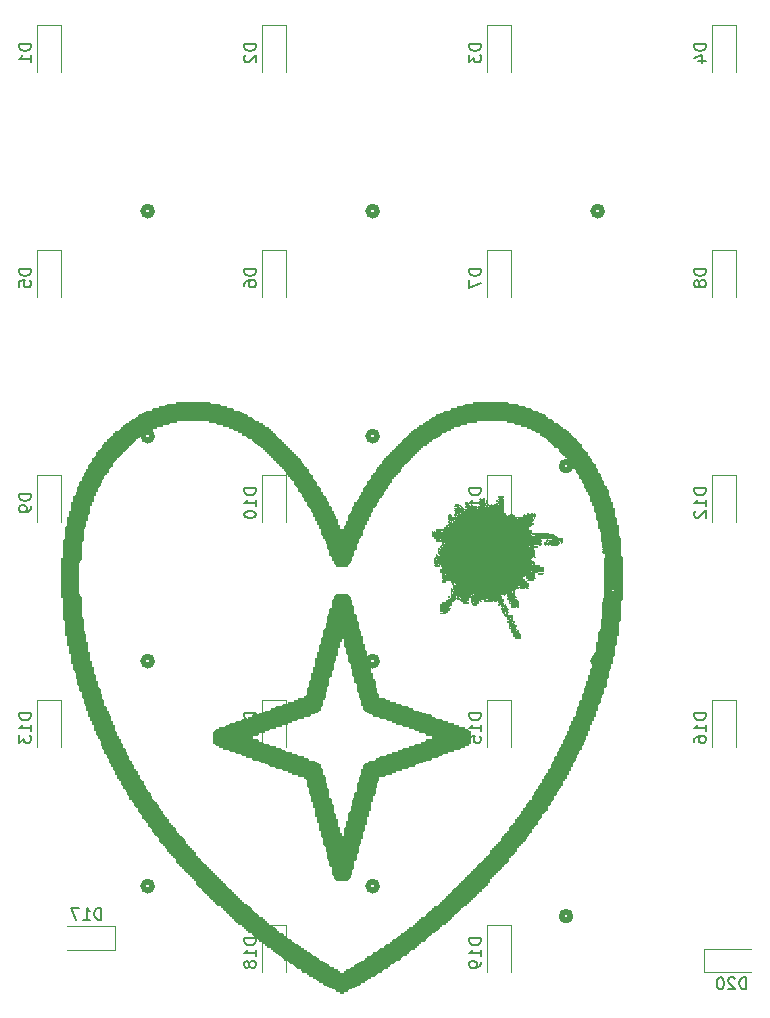
<source format=gbr>
%TF.GenerationSoftware,KiCad,Pcbnew,7.0.6*%
%TF.CreationDate,2024-02-23T19:12:24-05:00*%
%TF.ProjectId,20Key_macropad,32304b65-795f-46d6-9163-726f7061642e,rev?*%
%TF.SameCoordinates,Original*%
%TF.FileFunction,Legend,Bot*%
%TF.FilePolarity,Positive*%
%FSLAX46Y46*%
G04 Gerber Fmt 4.6, Leading zero omitted, Abs format (unit mm)*
G04 Created by KiCad (PCBNEW 7.0.6) date 2024-02-23 19:12:24*
%MOMM*%
%LPD*%
G01*
G04 APERTURE LIST*
%ADD10C,0.000000*%
%ADD11C,0.150000*%
%ADD12C,0.508000*%
%ADD13C,0.120000*%
G04 APERTURE END LIST*
D10*
G36*
X153183848Y-114324090D02*
G01*
X153188313Y-114324482D01*
X153192684Y-114325130D01*
X153196957Y-114326029D01*
X153201128Y-114327175D01*
X153205194Y-114328562D01*
X153209152Y-114330186D01*
X153212997Y-114332043D01*
X153216727Y-114334127D01*
X153220337Y-114336434D01*
X153223825Y-114338960D01*
X153227186Y-114341700D01*
X153230418Y-114344648D01*
X153233517Y-114347801D01*
X153236478Y-114351153D01*
X153239300Y-114354700D01*
X153241978Y-114358438D01*
X153244508Y-114362361D01*
X153249113Y-114370746D01*
X153253087Y-114379817D01*
X153256401Y-114389537D01*
X153259028Y-114399869D01*
X153260939Y-114410775D01*
X153262106Y-114422217D01*
X153262501Y-114434159D01*
X153262146Y-114445821D01*
X153261106Y-114456626D01*
X153259423Y-114466580D01*
X153257136Y-114475690D01*
X153254288Y-114483961D01*
X153250917Y-114491399D01*
X153247066Y-114498010D01*
X153242774Y-114503801D01*
X153238081Y-114508778D01*
X153233030Y-114512945D01*
X153227660Y-114516310D01*
X153222011Y-114518878D01*
X153216125Y-114520656D01*
X153210042Y-114521649D01*
X153203803Y-114521863D01*
X153197447Y-114521305D01*
X153191017Y-114519980D01*
X153184552Y-114517895D01*
X153178093Y-114515055D01*
X153171681Y-114511466D01*
X153165355Y-114507135D01*
X153159158Y-114502067D01*
X153153129Y-114496268D01*
X153147309Y-114489745D01*
X153141739Y-114482504D01*
X153136458Y-114474550D01*
X153131509Y-114465889D01*
X153126931Y-114456528D01*
X153122765Y-114446472D01*
X153119051Y-114435728D01*
X153115831Y-114424301D01*
X153113145Y-114412198D01*
X153112298Y-114407347D01*
X153111666Y-114402595D01*
X153111247Y-114397946D01*
X153111037Y-114393403D01*
X153111035Y-114388970D01*
X153111237Y-114384650D01*
X153111640Y-114380447D01*
X153112242Y-114376365D01*
X153113040Y-114372407D01*
X153114032Y-114368577D01*
X153115214Y-114364878D01*
X153116585Y-114361314D01*
X153118140Y-114357889D01*
X153119879Y-114354606D01*
X153121797Y-114351469D01*
X153123892Y-114348482D01*
X153126162Y-114345648D01*
X153128603Y-114342970D01*
X153131213Y-114340453D01*
X153133990Y-114338099D01*
X153136930Y-114335913D01*
X153140031Y-114333899D01*
X153143290Y-114332059D01*
X153146705Y-114330397D01*
X153150272Y-114328917D01*
X153153990Y-114327623D01*
X153157854Y-114326518D01*
X153161863Y-114325606D01*
X153166014Y-114324891D01*
X153170304Y-114324375D01*
X153174731Y-114324063D01*
X153179291Y-114323958D01*
X153183848Y-114324090D01*
G37*
G36*
X155303862Y-108344480D02*
G01*
X155307879Y-108344788D01*
X155311839Y-108345295D01*
X155315737Y-108345996D01*
X155319569Y-108346886D01*
X155323328Y-108347960D01*
X155327011Y-108349213D01*
X155330611Y-108350639D01*
X155334125Y-108352234D01*
X155337546Y-108353993D01*
X155340869Y-108355910D01*
X155344091Y-108357980D01*
X155347204Y-108360198D01*
X155350205Y-108362560D01*
X155353089Y-108365060D01*
X155355849Y-108367692D01*
X155358482Y-108370453D01*
X155360982Y-108373336D01*
X155363344Y-108376337D01*
X155365562Y-108379451D01*
X155367632Y-108382672D01*
X155369549Y-108385996D01*
X155371308Y-108389417D01*
X155372903Y-108392931D01*
X155374329Y-108396531D01*
X155375582Y-108400214D01*
X155376656Y-108403974D01*
X155377546Y-108407806D01*
X155378247Y-108411704D01*
X155378754Y-108415665D01*
X155379062Y-108419682D01*
X155379166Y-108423751D01*
X155379062Y-108427819D01*
X155378754Y-108431836D01*
X155378247Y-108435797D01*
X155377546Y-108439696D01*
X155376656Y-108443527D01*
X155375582Y-108447287D01*
X155374329Y-108450970D01*
X155372903Y-108454571D01*
X155371308Y-108458084D01*
X155369549Y-108461506D01*
X155367632Y-108464829D01*
X155365562Y-108468051D01*
X155363344Y-108471165D01*
X155360982Y-108474166D01*
X155358482Y-108477049D01*
X155355849Y-108479810D01*
X155353089Y-108482442D01*
X155350205Y-108484942D01*
X155347204Y-108487304D01*
X155344091Y-108489522D01*
X155340869Y-108491592D01*
X155337546Y-108493509D01*
X155334125Y-108495268D01*
X155330611Y-108496863D01*
X155327011Y-108498289D01*
X155323328Y-108499542D01*
X155319569Y-108500616D01*
X155315737Y-108501506D01*
X155311839Y-108502207D01*
X155307879Y-108502714D01*
X155303862Y-108503022D01*
X155299794Y-108503126D01*
X155295725Y-108503022D01*
X155291708Y-108502714D01*
X155287747Y-108502207D01*
X155283848Y-108501506D01*
X155280016Y-108500616D01*
X155276256Y-108499542D01*
X155272573Y-108498289D01*
X155268973Y-108496863D01*
X155265459Y-108495268D01*
X155262038Y-108493509D01*
X155258714Y-108491592D01*
X155255493Y-108489522D01*
X155252379Y-108487304D01*
X155249378Y-108484942D01*
X155246494Y-108482442D01*
X155243734Y-108479810D01*
X155241101Y-108477049D01*
X155238601Y-108474166D01*
X155236240Y-108471165D01*
X155234021Y-108468051D01*
X155231951Y-108464829D01*
X155230034Y-108461506D01*
X155228276Y-108458084D01*
X155226681Y-108454571D01*
X155225254Y-108450970D01*
X155224002Y-108447287D01*
X155222928Y-108443527D01*
X155222038Y-108439696D01*
X155221337Y-108435797D01*
X155220829Y-108431836D01*
X155220521Y-108427819D01*
X155220418Y-108423751D01*
X155220521Y-108419682D01*
X155220829Y-108415665D01*
X155221337Y-108411704D01*
X155222038Y-108407806D01*
X155222928Y-108403974D01*
X155224002Y-108400214D01*
X155225254Y-108396531D01*
X155226681Y-108392931D01*
X155228276Y-108389417D01*
X155230034Y-108385996D01*
X155231951Y-108382672D01*
X155234021Y-108379451D01*
X155236240Y-108376337D01*
X155238601Y-108373336D01*
X155241101Y-108370453D01*
X155243734Y-108367692D01*
X155246494Y-108365060D01*
X155249378Y-108362560D01*
X155252379Y-108360198D01*
X155255493Y-108357980D01*
X155258714Y-108355910D01*
X155262038Y-108353993D01*
X155265459Y-108352234D01*
X155268973Y-108350639D01*
X155272573Y-108349213D01*
X155276256Y-108347960D01*
X155280016Y-108346886D01*
X155283848Y-108345996D01*
X155287747Y-108345295D01*
X155291708Y-108344788D01*
X155295725Y-108344480D01*
X155299794Y-108344376D01*
X155303862Y-108344480D01*
G37*
G36*
X151237380Y-103579396D02*
G01*
X151246280Y-103580917D01*
X151255193Y-103583936D01*
X151264058Y-103588450D01*
X151272816Y-103594453D01*
X151281405Y-103601939D01*
X151289767Y-103610904D01*
X151297839Y-103621341D01*
X151305564Y-103633247D01*
X151312879Y-103646616D01*
X151319725Y-103661441D01*
X151326042Y-103677720D01*
X151331770Y-103695445D01*
X151336848Y-103714612D01*
X151341216Y-103735215D01*
X151344813Y-103757250D01*
X151347581Y-103780711D01*
X151348621Y-103790549D01*
X151349805Y-103800144D01*
X151351131Y-103809490D01*
X151352596Y-103818583D01*
X151354198Y-103827419D01*
X151355934Y-103835992D01*
X151357802Y-103844300D01*
X151359799Y-103852336D01*
X151361923Y-103860097D01*
X151364171Y-103867579D01*
X151366542Y-103874775D01*
X151369032Y-103881684D01*
X151371640Y-103888298D01*
X151374362Y-103894615D01*
X151377196Y-103900630D01*
X151380140Y-103906338D01*
X151383191Y-103911735D01*
X151386348Y-103916816D01*
X151389607Y-103921577D01*
X151392965Y-103926013D01*
X151396422Y-103930120D01*
X151399973Y-103933894D01*
X151403618Y-103937329D01*
X151407352Y-103940422D01*
X151411174Y-103943168D01*
X151415082Y-103945562D01*
X151419072Y-103947600D01*
X151423143Y-103949277D01*
X151427292Y-103950590D01*
X151431517Y-103951533D01*
X151435814Y-103952102D01*
X151440182Y-103952293D01*
X151444079Y-103952397D01*
X151447926Y-103952705D01*
X151451719Y-103953212D01*
X151455454Y-103953913D01*
X151459124Y-103954803D01*
X151462726Y-103955877D01*
X151466255Y-103957130D01*
X151469705Y-103958556D01*
X151473071Y-103960151D01*
X151476350Y-103961910D01*
X151479535Y-103963827D01*
X151482622Y-103965897D01*
X151485607Y-103968115D01*
X151488484Y-103970477D01*
X151491247Y-103972977D01*
X151493894Y-103975610D01*
X151496418Y-103978370D01*
X151498814Y-103981254D01*
X151501078Y-103984255D01*
X151503205Y-103987369D01*
X151505190Y-103990590D01*
X151507029Y-103993914D01*
X151508715Y-103997335D01*
X151510244Y-104000848D01*
X151511612Y-104004449D01*
X151512814Y-104008132D01*
X151513844Y-104011892D01*
X151514697Y-104015724D01*
X151515370Y-104019622D01*
X151515856Y-104023583D01*
X151516152Y-104027600D01*
X151516251Y-104031668D01*
X151516155Y-104035737D01*
X151515868Y-104039754D01*
X151515397Y-104043714D01*
X151514745Y-104047613D01*
X151513918Y-104051445D01*
X151512920Y-104055205D01*
X151511756Y-104058887D01*
X151510430Y-104062488D01*
X151508948Y-104066002D01*
X151507314Y-104069423D01*
X151505533Y-104072746D01*
X151503610Y-104075968D01*
X151501549Y-104079082D01*
X151499355Y-104082083D01*
X151497033Y-104084966D01*
X151494588Y-104087727D01*
X151492024Y-104090359D01*
X151489346Y-104092859D01*
X151486559Y-104095221D01*
X151483668Y-104097439D01*
X151480677Y-104099509D01*
X151477592Y-104101426D01*
X151474416Y-104103185D01*
X151471155Y-104104780D01*
X151467813Y-104106206D01*
X151464395Y-104107459D01*
X151460907Y-104108533D01*
X151457352Y-104109423D01*
X151453735Y-104110124D01*
X151450061Y-104110631D01*
X151446336Y-104110939D01*
X151442563Y-104111043D01*
X151438738Y-104110939D01*
X151434883Y-104110631D01*
X151431006Y-104110124D01*
X151427112Y-104109423D01*
X151423208Y-104108533D01*
X151419301Y-104107459D01*
X151415397Y-104106206D01*
X151411503Y-104104780D01*
X151407626Y-104103185D01*
X151403772Y-104101426D01*
X151396161Y-104097439D01*
X151388723Y-104092859D01*
X151381511Y-104087727D01*
X151374578Y-104082083D01*
X151367977Y-104075968D01*
X151361762Y-104069423D01*
X151355984Y-104062488D01*
X151350698Y-104055205D01*
X151348256Y-104051445D01*
X151345956Y-104047613D01*
X151343806Y-104043714D01*
X151341812Y-104039754D01*
X151339981Y-104035737D01*
X151338319Y-104031668D01*
X151336658Y-104027600D01*
X151334809Y-104023583D01*
X151330569Y-104015724D01*
X151325658Y-104008132D01*
X151320132Y-104000848D01*
X151314049Y-103993914D01*
X151307468Y-103987369D01*
X151300446Y-103981254D01*
X151293040Y-103975610D01*
X151285309Y-103970477D01*
X151277310Y-103965897D01*
X151269101Y-103961910D01*
X151260740Y-103958556D01*
X151252284Y-103955877D01*
X151243791Y-103953913D01*
X151239549Y-103953212D01*
X151235319Y-103952705D01*
X151231109Y-103952397D01*
X151226926Y-103952293D01*
X151216510Y-103951648D01*
X151206882Y-103949688D01*
X151202359Y-103948204D01*
X151198026Y-103946376D01*
X151193881Y-103944201D01*
X151189924Y-103941675D01*
X151186151Y-103938791D01*
X151182562Y-103935546D01*
X151179153Y-103931935D01*
X151175923Y-103927953D01*
X151169992Y-103918858D01*
X151164753Y-103908223D01*
X151160190Y-103896013D01*
X151156286Y-103882188D01*
X151153027Y-103866711D01*
X151150396Y-103849546D01*
X151148377Y-103830655D01*
X151146955Y-103810000D01*
X151146114Y-103787544D01*
X151145837Y-103763249D01*
X151146345Y-103740069D01*
X151147829Y-103718471D01*
X151150229Y-103698451D01*
X151153485Y-103680004D01*
X151157536Y-103663125D01*
X151162323Y-103647807D01*
X151167784Y-103634046D01*
X151173861Y-103621837D01*
X151180492Y-103611175D01*
X151187617Y-103602053D01*
X151195177Y-103594468D01*
X151203111Y-103588413D01*
X151211358Y-103583884D01*
X151219859Y-103580875D01*
X151228553Y-103579381D01*
X151237380Y-103579396D01*
G37*
G36*
X152822429Y-104652728D02*
G01*
X152831146Y-104653489D01*
X152839744Y-104654878D01*
X152848171Y-104656890D01*
X152856374Y-104659517D01*
X152864300Y-104662754D01*
X152871897Y-104666593D01*
X152879110Y-104671029D01*
X152885887Y-104676053D01*
X152892176Y-104681661D01*
X152897923Y-104687844D01*
X152903076Y-104694597D01*
X152907581Y-104701913D01*
X152911386Y-104709785D01*
X152914437Y-104718207D01*
X152916682Y-104727172D01*
X152918068Y-104736673D01*
X152918542Y-104746705D01*
X152918386Y-104750759D01*
X152917924Y-104754806D01*
X152917163Y-104758840D01*
X152916112Y-104762855D01*
X152914776Y-104766844D01*
X152913166Y-104770802D01*
X152911286Y-104774722D01*
X152909147Y-104778597D01*
X152904117Y-104786192D01*
X152898136Y-104793537D01*
X152891266Y-104800582D01*
X152883567Y-104807278D01*
X152875102Y-104813576D01*
X152865929Y-104819425D01*
X152856112Y-104824778D01*
X152845710Y-104829584D01*
X152834785Y-104833793D01*
X152823398Y-104837357D01*
X152811609Y-104840227D01*
X152799481Y-104842352D01*
X152776691Y-104845428D01*
X152756674Y-104847720D01*
X152739336Y-104849092D01*
X152724578Y-104849408D01*
X152718136Y-104849128D01*
X152712303Y-104848532D01*
X152707067Y-104847605D01*
X152702416Y-104846328D01*
X152698337Y-104844685D01*
X152694818Y-104842659D01*
X152691847Y-104840234D01*
X152689413Y-104837391D01*
X152687502Y-104834114D01*
X152686104Y-104830385D01*
X152685205Y-104826189D01*
X152684794Y-104821508D01*
X152684858Y-104816324D01*
X152685386Y-104810622D01*
X152686365Y-104804383D01*
X152687783Y-104797591D01*
X152691889Y-104782281D01*
X152697606Y-104764553D01*
X152704837Y-104744273D01*
X152713486Y-104721305D01*
X152717625Y-104711836D01*
X152722439Y-104703095D01*
X152727876Y-104695076D01*
X152733883Y-104687773D01*
X152740406Y-104681177D01*
X152747394Y-104675283D01*
X152754793Y-104670085D01*
X152762550Y-104665575D01*
X152770612Y-104661747D01*
X152778926Y-104658594D01*
X152787440Y-104656110D01*
X152796100Y-104654288D01*
X152804853Y-104653121D01*
X152813648Y-104652604D01*
X152822429Y-104652728D01*
G37*
G36*
X150954846Y-103420900D02*
G01*
X150959326Y-103422285D01*
X150963590Y-103424942D01*
X150967605Y-103428896D01*
X150971339Y-103434175D01*
X150974758Y-103440804D01*
X150977829Y-103448809D01*
X150980519Y-103458219D01*
X150982794Y-103469057D01*
X150984621Y-103481353D01*
X150985967Y-103495130D01*
X150986799Y-103510417D01*
X150987084Y-103527239D01*
X150987163Y-103532932D01*
X150987397Y-103538448D01*
X150987783Y-103543786D01*
X150988320Y-103548940D01*
X150989004Y-103553909D01*
X150989833Y-103558688D01*
X150990803Y-103563276D01*
X150991913Y-103567667D01*
X150993159Y-103571860D01*
X150994539Y-103575851D01*
X150996049Y-103579636D01*
X150997689Y-103583213D01*
X150999453Y-103586578D01*
X151001341Y-103589728D01*
X151003348Y-103592660D01*
X151005473Y-103595370D01*
X151007713Y-103597855D01*
X151010065Y-103600113D01*
X151012526Y-103602139D01*
X151015094Y-103603930D01*
X151017765Y-103605484D01*
X151020538Y-103606797D01*
X151023409Y-103607865D01*
X151026376Y-103608686D01*
X151029436Y-103609256D01*
X151032586Y-103609572D01*
X151035823Y-103609631D01*
X151039146Y-103609430D01*
X151042551Y-103608965D01*
X151046035Y-103608232D01*
X151049596Y-103607230D01*
X151053231Y-103605954D01*
X151061844Y-103603555D01*
X151069784Y-103603296D01*
X151073507Y-103603987D01*
X151077069Y-103605238D01*
X151080470Y-103607053D01*
X151083713Y-103609443D01*
X151089733Y-103615974D01*
X151095146Y-103624892D01*
X151099966Y-103636260D01*
X151104211Y-103650139D01*
X151107896Y-103666592D01*
X151111038Y-103685680D01*
X151113652Y-103707466D01*
X151115755Y-103732011D01*
X151117362Y-103759378D01*
X151118491Y-103789628D01*
X151119374Y-103859028D01*
X151119374Y-104137501D01*
X151344273Y-104146101D01*
X151377974Y-104147171D01*
X151408250Y-104147656D01*
X151435275Y-104147485D01*
X151447622Y-104147132D01*
X151459221Y-104146588D01*
X151470093Y-104145845D01*
X151480259Y-104144894D01*
X151489743Y-104143727D01*
X151498564Y-104142333D01*
X151506745Y-104140705D01*
X151514306Y-104138834D01*
X151521271Y-104136711D01*
X151527660Y-104134326D01*
X151533494Y-104131672D01*
X151538796Y-104128740D01*
X151543587Y-104125520D01*
X151547888Y-104122004D01*
X151551721Y-104118183D01*
X151555108Y-104114048D01*
X151558070Y-104109590D01*
X151560628Y-104104801D01*
X151562805Y-104099671D01*
X151564622Y-104094193D01*
X151566100Y-104088356D01*
X151567261Y-104082153D01*
X151568126Y-104075575D01*
X151568718Y-104068612D01*
X151569057Y-104061255D01*
X151569165Y-104053497D01*
X151569273Y-104047410D01*
X151569596Y-104041503D01*
X151570134Y-104035777D01*
X151570886Y-104030233D01*
X151571850Y-104024871D01*
X151573026Y-104019693D01*
X151574412Y-104014699D01*
X151576009Y-104009890D01*
X151577815Y-104005267D01*
X151579829Y-104000831D01*
X151582051Y-103996583D01*
X151584478Y-103992523D01*
X151587112Y-103988654D01*
X151589950Y-103984974D01*
X151592991Y-103981486D01*
X151596236Y-103978189D01*
X151599682Y-103975086D01*
X151603330Y-103972177D01*
X151607177Y-103969462D01*
X151611224Y-103966943D01*
X151615469Y-103964621D01*
X151619912Y-103962496D01*
X151624551Y-103960569D01*
X151629386Y-103958842D01*
X151634415Y-103957314D01*
X151639639Y-103955987D01*
X151645055Y-103954862D01*
X151650664Y-103953939D01*
X151656463Y-103953220D01*
X151662453Y-103952706D01*
X151668632Y-103952396D01*
X151675000Y-103952293D01*
X151680425Y-103952371D01*
X151685781Y-103952604D01*
X151691061Y-103952987D01*
X151696260Y-103953517D01*
X151701369Y-103954190D01*
X151706382Y-103955002D01*
X151711292Y-103955948D01*
X151716093Y-103957027D01*
X151720778Y-103958232D01*
X151725340Y-103959562D01*
X151729771Y-103961011D01*
X151734067Y-103962576D01*
X151738218Y-103964254D01*
X151742220Y-103966039D01*
X151746065Y-103967930D01*
X151749746Y-103969921D01*
X151753256Y-103972009D01*
X151756589Y-103974190D01*
X151759738Y-103976460D01*
X151762696Y-103978816D01*
X151765456Y-103981253D01*
X151768012Y-103983768D01*
X151770357Y-103986357D01*
X151772484Y-103989016D01*
X151774386Y-103991742D01*
X151776056Y-103994529D01*
X151777488Y-103997376D01*
X151778675Y-104000277D01*
X151779610Y-104003229D01*
X151780286Y-104006229D01*
X151780696Y-104009271D01*
X151780835Y-104012354D01*
X151781531Y-104018377D01*
X151783566Y-104025453D01*
X151786862Y-104033501D01*
X151791341Y-104042439D01*
X151803533Y-104062659D01*
X151819516Y-104085459D01*
X151838662Y-104110187D01*
X151860344Y-104136190D01*
X151883936Y-104162815D01*
X151908811Y-104189409D01*
X151934341Y-104215320D01*
X151959900Y-104239894D01*
X151984862Y-104262478D01*
X152008598Y-104282421D01*
X152030482Y-104299068D01*
X152049888Y-104311767D01*
X152058465Y-104316432D01*
X152066188Y-104319865D01*
X152072977Y-104321985D01*
X152078755Y-104322710D01*
X152080151Y-104322502D01*
X152081439Y-104321886D01*
X152082618Y-104320872D01*
X152083690Y-104319470D01*
X152085511Y-104315542D01*
X152086907Y-104310183D01*
X152087881Y-104303476D01*
X152088437Y-104295502D01*
X152088580Y-104286342D01*
X152088312Y-104276077D01*
X152087639Y-104264789D01*
X152086563Y-104252559D01*
X152083220Y-104225599D01*
X152078314Y-104195849D01*
X152071877Y-104163960D01*
X152066708Y-104139548D01*
X152062558Y-104117713D01*
X152059492Y-104098318D01*
X152058388Y-104089492D01*
X152057579Y-104081224D01*
X152057075Y-104073496D01*
X152056885Y-104066292D01*
X152057015Y-104059594D01*
X152057475Y-104053385D01*
X152058273Y-104047647D01*
X152059418Y-104042364D01*
X152060917Y-104037517D01*
X152062779Y-104033090D01*
X152065012Y-104029065D01*
X152067626Y-104025426D01*
X152070627Y-104022154D01*
X152074024Y-104019232D01*
X152077826Y-104016643D01*
X152082041Y-104014371D01*
X152086677Y-104012397D01*
X152091743Y-104010704D01*
X152097246Y-104009275D01*
X152103197Y-104008093D01*
X152109601Y-104007140D01*
X152116469Y-104006399D01*
X152131626Y-104005484D01*
X152148736Y-104005210D01*
X152162139Y-104004845D01*
X152174937Y-104003752D01*
X152187129Y-104001938D01*
X152198712Y-103999407D01*
X152209686Y-103996162D01*
X152220049Y-103992210D01*
X152229799Y-103987555D01*
X152238935Y-103982201D01*
X152247454Y-103976154D01*
X152255355Y-103969418D01*
X152262637Y-103961998D01*
X152269297Y-103953899D01*
X152275335Y-103945125D01*
X152280748Y-103935682D01*
X152285535Y-103925573D01*
X152289694Y-103914805D01*
X152293224Y-103903381D01*
X152296123Y-103891306D01*
X152298389Y-103878586D01*
X152300021Y-103865225D01*
X152301375Y-103836598D01*
X152300171Y-103805464D01*
X152296397Y-103771861D01*
X152290039Y-103735828D01*
X152281085Y-103697402D01*
X152269520Y-103656622D01*
X152214089Y-103476042D01*
X152473645Y-103476042D01*
X152513536Y-103476227D01*
X152549222Y-103476841D01*
X152580927Y-103477976D01*
X152595357Y-103478768D01*
X152608877Y-103479724D01*
X152621514Y-103480857D01*
X152633297Y-103482177D01*
X152644253Y-103483696D01*
X152654412Y-103485426D01*
X152663800Y-103487378D01*
X152672447Y-103489563D01*
X152680380Y-103491993D01*
X152687628Y-103494679D01*
X152694218Y-103497634D01*
X152700179Y-103500867D01*
X152705539Y-103504391D01*
X152710327Y-103508218D01*
X152714569Y-103512358D01*
X152718295Y-103516823D01*
X152721532Y-103521625D01*
X152724310Y-103526775D01*
X152726655Y-103532284D01*
X152728596Y-103538164D01*
X152730161Y-103544427D01*
X152731378Y-103551083D01*
X152732276Y-103558145D01*
X152732883Y-103565623D01*
X152733226Y-103573530D01*
X152733334Y-103581876D01*
X152733233Y-103587301D01*
X152732932Y-103592657D01*
X152732436Y-103597938D01*
X152731750Y-103603136D01*
X152730880Y-103608245D01*
X152729830Y-103613258D01*
X152728606Y-103618169D01*
X152727212Y-103622970D01*
X152725653Y-103627654D01*
X152723934Y-103632216D01*
X152722061Y-103636648D01*
X152720038Y-103640943D01*
X152717870Y-103645095D01*
X152715562Y-103649096D01*
X152713120Y-103652941D01*
X152710548Y-103656622D01*
X152707851Y-103660132D01*
X152705034Y-103663465D01*
X152702102Y-103666614D01*
X152699061Y-103669572D01*
X152695914Y-103672332D01*
X152692668Y-103674888D01*
X152689327Y-103677233D01*
X152685896Y-103679359D01*
X152682380Y-103681261D01*
X152678785Y-103682932D01*
X152675114Y-103684364D01*
X152671373Y-103685550D01*
X152667568Y-103686485D01*
X152663703Y-103687161D01*
X152659782Y-103687572D01*
X152655812Y-103687710D01*
X152636193Y-103690027D01*
X152617650Y-103696784D01*
X152600197Y-103707690D01*
X152583845Y-103722456D01*
X152568605Y-103740792D01*
X152554490Y-103762408D01*
X152541512Y-103787014D01*
X152529682Y-103814320D01*
X152519013Y-103844035D01*
X152509517Y-103875870D01*
X152494089Y-103944739D01*
X152483495Y-104018606D01*
X152477830Y-104095152D01*
X152477189Y-104172056D01*
X152481668Y-104246998D01*
X152491363Y-104317657D01*
X152498196Y-104350656D01*
X152506369Y-104381714D01*
X152515893Y-104410542D01*
X152526782Y-104436849D01*
X152539045Y-104460345D01*
X152552696Y-104480740D01*
X152567747Y-104497745D01*
X152584209Y-104511068D01*
X152602094Y-104520421D01*
X152621415Y-104525513D01*
X152640382Y-104528515D01*
X152657203Y-104531869D01*
X152671959Y-104535733D01*
X152678588Y-104537906D01*
X152684732Y-104540266D01*
X152690399Y-104542832D01*
X152695600Y-104545624D01*
X152700345Y-104548662D01*
X152704645Y-104551965D01*
X152708509Y-104555553D01*
X152711948Y-104559447D01*
X152714971Y-104563665D01*
X152717589Y-104568227D01*
X152719812Y-104573153D01*
X152721649Y-104578462D01*
X152723111Y-104584175D01*
X152724208Y-104590311D01*
X152724950Y-104596890D01*
X152725347Y-104603931D01*
X152725147Y-104619479D01*
X152723687Y-104637113D01*
X152721050Y-104656991D01*
X152717315Y-104679270D01*
X152712563Y-104704107D01*
X152707204Y-104731402D01*
X152702842Y-104755354D01*
X152699635Y-104776134D01*
X152697745Y-104793908D01*
X152697343Y-104801721D01*
X152697329Y-104808845D01*
X152697725Y-104815303D01*
X152698548Y-104821114D01*
X152699821Y-104826300D01*
X152701562Y-104830881D01*
X152703791Y-104834880D01*
X152706528Y-104838317D01*
X152709794Y-104841212D01*
X152713608Y-104843588D01*
X152717990Y-104845464D01*
X152722960Y-104846863D01*
X152728539Y-104847804D01*
X152734745Y-104848310D01*
X152741599Y-104848401D01*
X152749121Y-104848098D01*
X152766247Y-104846394D01*
X152786285Y-104843367D01*
X152809392Y-104839185D01*
X152835728Y-104834016D01*
X152859176Y-104829555D01*
X152880297Y-104826089D01*
X152899227Y-104823685D01*
X152907913Y-104822903D01*
X152916103Y-104822412D01*
X152923813Y-104822221D01*
X152931059Y-104822338D01*
X152937860Y-104822771D01*
X152944232Y-104823529D01*
X152950192Y-104824621D01*
X152955757Y-104826055D01*
X152960944Y-104827839D01*
X152965769Y-104829982D01*
X152970251Y-104832493D01*
X152974405Y-104835379D01*
X152978249Y-104838650D01*
X152981800Y-104842313D01*
X152985074Y-104846378D01*
X152988089Y-104850853D01*
X152990862Y-104855746D01*
X152993409Y-104861066D01*
X152995747Y-104866821D01*
X152997894Y-104873020D01*
X152999867Y-104879671D01*
X153001681Y-104886783D01*
X153004906Y-104902423D01*
X153007703Y-104920006D01*
X153010808Y-104939107D01*
X153014647Y-104956012D01*
X153019637Y-104970847D01*
X153026195Y-104983740D01*
X153034738Y-104994817D01*
X153039884Y-104999714D01*
X153045682Y-105004204D01*
X153059447Y-105012028D01*
X153076448Y-105018415D01*
X153097103Y-105023492D01*
X153121830Y-105027386D01*
X153151044Y-105030223D01*
X153185165Y-105032130D01*
X153224608Y-105033233D01*
X153269792Y-105033658D01*
X153379048Y-105032983D01*
X153435791Y-105032473D01*
X153486271Y-105032403D01*
X153530873Y-105032884D01*
X153569980Y-105034023D01*
X153587594Y-105034874D01*
X153603979Y-105035931D01*
X153619183Y-105037207D01*
X153633254Y-105038716D01*
X153646239Y-105040471D01*
X153658188Y-105042487D01*
X153669148Y-105044776D01*
X153679168Y-105047353D01*
X153688295Y-105050232D01*
X153696577Y-105053425D01*
X153704063Y-105056946D01*
X153710801Y-105060810D01*
X153716838Y-105065029D01*
X153722224Y-105069617D01*
X153727005Y-105074589D01*
X153731230Y-105079957D01*
X153734947Y-105085735D01*
X153738205Y-105091938D01*
X153741051Y-105098577D01*
X153743533Y-105105668D01*
X153745699Y-105113224D01*
X153747598Y-105121258D01*
X153749278Y-105129785D01*
X153750786Y-105138817D01*
X153751843Y-105145054D01*
X153753050Y-105151092D01*
X153754405Y-105156925D01*
X153755905Y-105162553D01*
X153757548Y-105167972D01*
X153759330Y-105173181D01*
X153761250Y-105178176D01*
X153763304Y-105182955D01*
X153765489Y-105187515D01*
X153767804Y-105191855D01*
X153770244Y-105195971D01*
X153772808Y-105199862D01*
X153775492Y-105203524D01*
X153778295Y-105206955D01*
X153781212Y-105210153D01*
X153784242Y-105213115D01*
X153787382Y-105215839D01*
X153790629Y-105218322D01*
X153793979Y-105220561D01*
X153797432Y-105222555D01*
X153800983Y-105224300D01*
X153804630Y-105225795D01*
X153808370Y-105227036D01*
X153812200Y-105228021D01*
X153816119Y-105228748D01*
X153820123Y-105229214D01*
X153824208Y-105229417D01*
X153828374Y-105229354D01*
X153832616Y-105229023D01*
X153836932Y-105228421D01*
X153841320Y-105227545D01*
X153845776Y-105226394D01*
X153854776Y-105224192D01*
X153865559Y-105222155D01*
X153891903Y-105218601D01*
X153923667Y-105215785D01*
X153959710Y-105213760D01*
X153998891Y-105212578D01*
X154040070Y-105212292D01*
X154082104Y-105212956D01*
X154123852Y-105214620D01*
X154146639Y-105215366D01*
X154169214Y-105215238D01*
X154191544Y-105214257D01*
X154213596Y-105212445D01*
X154235336Y-105209824D01*
X154256731Y-105206415D01*
X154277749Y-105202240D01*
X154298356Y-105197321D01*
X154318520Y-105191679D01*
X154338207Y-105185336D01*
X154357383Y-105178314D01*
X154376017Y-105170635D01*
X154394075Y-105162319D01*
X154411523Y-105153389D01*
X154428329Y-105143867D01*
X154444460Y-105133773D01*
X154459882Y-105123131D01*
X154474563Y-105111961D01*
X154488469Y-105100285D01*
X154501567Y-105088125D01*
X154513825Y-105075503D01*
X154525209Y-105062440D01*
X154535685Y-105048957D01*
X154545222Y-105035077D01*
X154553785Y-105020822D01*
X154561342Y-105006212D01*
X154567859Y-104991270D01*
X154573305Y-104976018D01*
X154577644Y-104960476D01*
X154580845Y-104944667D01*
X154582874Y-104928612D01*
X154583699Y-104912333D01*
X154584179Y-104894944D01*
X154585157Y-104879358D01*
X154585848Y-104872228D01*
X154586681Y-104865532D01*
X154587662Y-104859265D01*
X154588798Y-104853420D01*
X154590095Y-104847994D01*
X154591558Y-104842979D01*
X154593193Y-104838371D01*
X154595007Y-104834164D01*
X154597006Y-104830352D01*
X154599195Y-104826931D01*
X154601580Y-104823893D01*
X154604168Y-104821234D01*
X154606965Y-104818949D01*
X154609976Y-104817031D01*
X154613207Y-104815475D01*
X154616665Y-104814276D01*
X154620356Y-104813428D01*
X154624285Y-104812926D01*
X154628459Y-104812763D01*
X154632884Y-104812935D01*
X154637565Y-104813436D01*
X154642508Y-104814260D01*
X154647721Y-104815401D01*
X154653207Y-104816855D01*
X154658975Y-104818616D01*
X154665029Y-104820678D01*
X154678021Y-104825682D01*
X154693480Y-104831887D01*
X154708409Y-104837600D01*
X154722817Y-104842821D01*
X154736712Y-104847548D01*
X154750104Y-104851780D01*
X154763000Y-104855513D01*
X154775408Y-104858748D01*
X154787339Y-104861482D01*
X154798799Y-104863713D01*
X154809798Y-104865440D01*
X154820343Y-104866661D01*
X154830444Y-104867375D01*
X154840108Y-104867580D01*
X154849345Y-104867274D01*
X154858162Y-104866455D01*
X154866569Y-104865122D01*
X154874574Y-104863273D01*
X154882184Y-104860907D01*
X154889409Y-104858021D01*
X154896258Y-104854615D01*
X154902738Y-104850686D01*
X154908858Y-104846233D01*
X154914626Y-104841254D01*
X154920052Y-104835747D01*
X154925143Y-104829711D01*
X154929908Y-104823145D01*
X154934355Y-104816045D01*
X154938494Y-104808412D01*
X154942332Y-104800242D01*
X154945877Y-104791535D01*
X154949139Y-104782289D01*
X154952126Y-104772502D01*
X154958497Y-104751794D01*
X154965257Y-104732894D01*
X154972372Y-104715779D01*
X154979807Y-104700429D01*
X154987527Y-104686824D01*
X154995496Y-104674943D01*
X155003680Y-104664766D01*
X155012043Y-104656271D01*
X155020551Y-104649439D01*
X155029169Y-104644248D01*
X155037861Y-104640679D01*
X155046592Y-104638710D01*
X155055328Y-104638321D01*
X155064034Y-104639491D01*
X155072673Y-104642200D01*
X155081213Y-104646428D01*
X155089616Y-104652153D01*
X155097849Y-104659355D01*
X155105876Y-104668013D01*
X155113663Y-104678107D01*
X155121173Y-104689616D01*
X155128373Y-104702520D01*
X155135227Y-104716798D01*
X155141700Y-104732429D01*
X155147758Y-104749394D01*
X155153364Y-104767670D01*
X155158485Y-104787238D01*
X155163084Y-104808078D01*
X155167128Y-104830167D01*
X155170580Y-104853487D01*
X155173407Y-104878016D01*
X155175572Y-104903734D01*
X155177683Y-104937544D01*
X155179152Y-104968855D01*
X155179969Y-104997712D01*
X155180131Y-105011233D01*
X155180127Y-105024157D01*
X155179957Y-105036489D01*
X155179619Y-105048235D01*
X155179112Y-105059400D01*
X155178436Y-105069989D01*
X155177589Y-105080009D01*
X155176571Y-105089464D01*
X155175381Y-105098360D01*
X155174017Y-105106703D01*
X155172478Y-105114498D01*
X155170764Y-105121750D01*
X155168874Y-105128465D01*
X155166807Y-105134648D01*
X155164561Y-105140305D01*
X155162136Y-105145442D01*
X155159531Y-105150063D01*
X155156744Y-105154175D01*
X155153775Y-105157782D01*
X155150624Y-105160891D01*
X155147288Y-105163507D01*
X155143767Y-105165634D01*
X155140059Y-105167279D01*
X155136165Y-105168448D01*
X155132083Y-105169145D01*
X155127812Y-105169376D01*
X155124421Y-105169195D01*
X155121074Y-105168656D01*
X155117773Y-105167770D01*
X155114525Y-105166544D01*
X155111331Y-105164988D01*
X155108198Y-105163110D01*
X155105129Y-105160920D01*
X155102128Y-105158427D01*
X155096350Y-105152564D01*
X155090895Y-105145594D01*
X155085799Y-105137586D01*
X155081096Y-105128614D01*
X155076819Y-105118746D01*
X155073002Y-105108055D01*
X155069679Y-105096612D01*
X155066885Y-105084488D01*
X155064652Y-105071754D01*
X155063015Y-105058481D01*
X155062008Y-105044740D01*
X155061665Y-105030602D01*
X155061504Y-105010168D01*
X155060983Y-104992088D01*
X155060048Y-104976309D01*
X155059407Y-104969264D01*
X155058641Y-104962774D01*
X155057744Y-104956832D01*
X155056709Y-104951430D01*
X155055528Y-104946562D01*
X155054194Y-104942222D01*
X155052701Y-104938402D01*
X155051042Y-104935095D01*
X155049209Y-104932295D01*
X155047197Y-104929995D01*
X155044997Y-104928188D01*
X155042602Y-104926867D01*
X155040007Y-104926025D01*
X155037204Y-104925656D01*
X155034185Y-104925752D01*
X155030945Y-104926307D01*
X155027476Y-104927315D01*
X155023770Y-104928767D01*
X155019822Y-104930658D01*
X155015625Y-104932980D01*
X155011170Y-104935727D01*
X155006452Y-104938892D01*
X155001463Y-104942468D01*
X154996196Y-104946448D01*
X154984803Y-104955594D01*
X154976424Y-104961909D01*
X154967176Y-104967697D01*
X154957154Y-104972943D01*
X154946452Y-104977632D01*
X154935165Y-104981750D01*
X154923389Y-104985280D01*
X154911218Y-104988208D01*
X154898748Y-104990518D01*
X154886073Y-104992196D01*
X154873288Y-104993227D01*
X154860489Y-104993594D01*
X154847770Y-104993284D01*
X154835226Y-104992281D01*
X154822952Y-104990569D01*
X154811044Y-104988135D01*
X154799596Y-104984962D01*
X154793290Y-104983023D01*
X154787151Y-104981275D01*
X154781180Y-104979715D01*
X154775379Y-104978345D01*
X154769751Y-104977163D01*
X154764297Y-104976169D01*
X154759021Y-104975361D01*
X154753924Y-104974740D01*
X154749009Y-104974305D01*
X154744277Y-104974056D01*
X154739731Y-104973990D01*
X154735374Y-104974109D01*
X154731208Y-104974411D01*
X154727234Y-104974897D01*
X154723455Y-104975564D01*
X154719874Y-104976413D01*
X154716492Y-104977443D01*
X154713313Y-104978653D01*
X154710337Y-104980043D01*
X154707567Y-104981612D01*
X154705007Y-104983360D01*
X154702657Y-104985286D01*
X154700520Y-104987389D01*
X154698599Y-104989669D01*
X154696895Y-104992125D01*
X154695411Y-104994757D01*
X154694149Y-104997563D01*
X154693112Y-105000544D01*
X154692301Y-105003699D01*
X154691719Y-105007026D01*
X154691368Y-105010527D01*
X154691250Y-105014199D01*
X154691077Y-105017627D01*
X154690561Y-105021330D01*
X154688538Y-105029513D01*
X154685250Y-105038652D01*
X154680764Y-105048652D01*
X154675149Y-105059419D01*
X154668473Y-105070855D01*
X154660803Y-105082867D01*
X154652208Y-105095359D01*
X154642756Y-105108235D01*
X154632514Y-105121401D01*
X154621551Y-105134760D01*
X154609934Y-105148218D01*
X154597733Y-105161678D01*
X154585014Y-105175047D01*
X154571846Y-105188228D01*
X154558297Y-105201126D01*
X154540383Y-105215795D01*
X154519322Y-105229659D01*
X154495358Y-105242711D01*
X154468734Y-105254941D01*
X154439695Y-105266343D01*
X154408484Y-105276907D01*
X154340521Y-105295494D01*
X154266795Y-105310636D01*
X154189256Y-105322270D01*
X154109852Y-105330332D01*
X154030535Y-105334757D01*
X153953253Y-105335482D01*
X153879956Y-105332443D01*
X153812595Y-105325574D01*
X153753118Y-105314813D01*
X153726945Y-105307952D01*
X153703475Y-105300094D01*
X153682951Y-105291231D01*
X153665616Y-105281354D01*
X153651715Y-105270456D01*
X153641491Y-105258529D01*
X153635188Y-105245564D01*
X153633050Y-105231554D01*
X153632435Y-105218121D01*
X153630354Y-105206162D01*
X153626524Y-105195618D01*
X153620662Y-105186430D01*
X153612487Y-105178539D01*
X153601715Y-105171887D01*
X153588065Y-105166416D01*
X153571253Y-105162067D01*
X153550999Y-105158782D01*
X153527019Y-105156501D01*
X153499031Y-105155167D01*
X153466753Y-105154721D01*
X153388196Y-105156258D01*
X153289090Y-105160645D01*
X153231770Y-105163512D01*
X153181172Y-105165733D01*
X153136881Y-105167188D01*
X153098478Y-105167760D01*
X153081354Y-105167677D01*
X153065546Y-105167328D01*
X153051001Y-105166699D01*
X153037667Y-105165775D01*
X153025493Y-105164540D01*
X153014425Y-105162980D01*
X153004412Y-105161081D01*
X152995401Y-105158826D01*
X152987341Y-105156202D01*
X152980179Y-105153193D01*
X152973863Y-105149784D01*
X152968340Y-105145961D01*
X152963559Y-105141709D01*
X152959468Y-105137013D01*
X152956014Y-105131858D01*
X152953145Y-105126229D01*
X152950809Y-105120111D01*
X152948954Y-105113490D01*
X152947527Y-105106350D01*
X152946477Y-105098676D01*
X152945751Y-105090455D01*
X152945297Y-105081671D01*
X152944996Y-105062353D01*
X152944719Y-105045618D01*
X152943836Y-105030649D01*
X152942271Y-105017391D01*
X152941210Y-105011388D01*
X152939949Y-105005792D01*
X152938481Y-105000597D01*
X152936795Y-104995797D01*
X152934883Y-104991383D01*
X152932733Y-104987351D01*
X152930338Y-104983692D01*
X152927688Y-104980400D01*
X152924772Y-104977469D01*
X152921583Y-104974892D01*
X152918110Y-104972661D01*
X152914343Y-104970770D01*
X152910274Y-104969213D01*
X152905893Y-104967983D01*
X152901190Y-104967072D01*
X152896157Y-104966474D01*
X152890783Y-104966183D01*
X152885059Y-104966191D01*
X152878976Y-104966492D01*
X152872524Y-104967079D01*
X152858476Y-104969085D01*
X152842840Y-104972153D01*
X152825539Y-104976230D01*
X152809448Y-104979964D01*
X152793823Y-104982983D01*
X152778673Y-104985295D01*
X152764008Y-104986907D01*
X152749836Y-104987828D01*
X152736166Y-104988064D01*
X152723008Y-104987623D01*
X152710370Y-104986512D01*
X152698261Y-104984739D01*
X152686690Y-104982311D01*
X152675666Y-104979235D01*
X152665199Y-104975519D01*
X152655296Y-104971170D01*
X152645968Y-104966197D01*
X152637223Y-104960605D01*
X152629070Y-104954402D01*
X152621519Y-104947597D01*
X152614577Y-104940196D01*
X152608255Y-104932207D01*
X152602560Y-104923637D01*
X152597503Y-104914493D01*
X152593091Y-104904784D01*
X152589335Y-104894516D01*
X152586243Y-104883697D01*
X152583823Y-104872334D01*
X152582086Y-104860434D01*
X152581040Y-104848006D01*
X152580694Y-104835056D01*
X152581056Y-104821592D01*
X152582137Y-104807622D01*
X152583944Y-104793152D01*
X152586487Y-104778190D01*
X152589953Y-104758720D01*
X152592534Y-104741040D01*
X152593481Y-104732848D01*
X152594192Y-104725076D01*
X152594663Y-104717715D01*
X152594889Y-104710755D01*
X152594865Y-104704187D01*
X152594586Y-104698002D01*
X152594048Y-104692191D01*
X152593246Y-104686745D01*
X152592176Y-104681654D01*
X152590831Y-104676909D01*
X152589208Y-104672501D01*
X152587302Y-104668421D01*
X152585108Y-104664660D01*
X152582621Y-104661208D01*
X152579836Y-104658056D01*
X152576750Y-104655195D01*
X152573356Y-104652616D01*
X152569650Y-104650309D01*
X152565628Y-104648266D01*
X152561284Y-104646477D01*
X152556615Y-104644933D01*
X152551614Y-104643625D01*
X152546278Y-104642543D01*
X152540601Y-104641678D01*
X152534579Y-104641022D01*
X152528207Y-104640565D01*
X152521480Y-104640297D01*
X152514393Y-104640210D01*
X152499240Y-104639635D01*
X152485667Y-104637719D01*
X152473587Y-104634175D01*
X152462910Y-104628717D01*
X152453546Y-104621057D01*
X152445405Y-104610909D01*
X152438398Y-104597986D01*
X152432436Y-104582001D01*
X152427429Y-104562668D01*
X152423287Y-104539699D01*
X152419922Y-104512808D01*
X152417242Y-104481708D01*
X152415160Y-104446112D01*
X152413585Y-104405733D01*
X152411599Y-104309480D01*
X152411044Y-104276133D01*
X152410232Y-104244394D01*
X152409178Y-104214399D01*
X152407900Y-104186284D01*
X152406412Y-104160184D01*
X152404730Y-104136235D01*
X152402871Y-104114573D01*
X152400851Y-104095333D01*
X152398685Y-104078652D01*
X152396389Y-104064663D01*
X152393979Y-104053505D01*
X152392736Y-104049029D01*
X152391470Y-104045311D01*
X152390185Y-104042368D01*
X152388880Y-104040217D01*
X152387559Y-104038876D01*
X152386224Y-104038360D01*
X152384876Y-104038688D01*
X152383517Y-104039875D01*
X152382150Y-104041940D01*
X152380776Y-104044898D01*
X152379287Y-104048288D01*
X152377579Y-104051636D01*
X152373534Y-104058185D01*
X152368702Y-104064511D01*
X152363143Y-104070581D01*
X152356918Y-104076359D01*
X152350088Y-104081814D01*
X152342713Y-104086909D01*
X152334855Y-104091613D01*
X152326573Y-104095890D01*
X152317929Y-104099706D01*
X152308982Y-104103029D01*
X152299795Y-104105823D01*
X152290427Y-104108056D01*
X152280939Y-104109693D01*
X152271391Y-104110699D01*
X152261845Y-104111043D01*
X152249098Y-104111456D01*
X152237623Y-104112743D01*
X152232352Y-104113737D01*
X152227386Y-104114976D01*
X152222721Y-104116468D01*
X152218354Y-104118224D01*
X152214279Y-104120251D01*
X152210492Y-104122559D01*
X152206990Y-104125156D01*
X152203769Y-104128051D01*
X152200823Y-104131254D01*
X152198149Y-104134772D01*
X152195743Y-104138616D01*
X152193600Y-104142793D01*
X152191717Y-104147313D01*
X152190089Y-104152184D01*
X152188711Y-104157416D01*
X152187580Y-104163017D01*
X152186042Y-104175362D01*
X152185441Y-104189290D01*
X152185743Y-104204872D01*
X152186914Y-104222179D01*
X152188921Y-104241282D01*
X152191731Y-104262252D01*
X152193068Y-104271888D01*
X152194201Y-104281248D01*
X152195129Y-104290337D01*
X152195852Y-104299155D01*
X152196369Y-104307706D01*
X152196679Y-104315992D01*
X152196782Y-104324014D01*
X152196676Y-104331776D01*
X152196361Y-104339279D01*
X152195836Y-104346526D01*
X152195101Y-104353519D01*
X152194155Y-104360261D01*
X152192996Y-104366752D01*
X152191624Y-104372997D01*
X152190039Y-104378997D01*
X152188240Y-104384755D01*
X152186225Y-104390272D01*
X152183995Y-104395551D01*
X152181548Y-104400594D01*
X152178883Y-104405404D01*
X152176001Y-104409982D01*
X152172900Y-104414332D01*
X152169579Y-104418455D01*
X152166038Y-104422354D01*
X152162275Y-104426031D01*
X152158291Y-104429488D01*
X152154084Y-104432727D01*
X152149654Y-104435751D01*
X152145000Y-104438562D01*
X152140121Y-104441163D01*
X152135016Y-104443555D01*
X152129685Y-104445740D01*
X152119037Y-104449523D01*
X152108317Y-104452743D01*
X152097552Y-104455410D01*
X152086769Y-104457538D01*
X152075995Y-104459136D01*
X152065258Y-104460216D01*
X152054582Y-104460789D01*
X152043997Y-104460867D01*
X152033528Y-104460461D01*
X152023202Y-104459583D01*
X152013046Y-104458242D01*
X152003088Y-104456452D01*
X151993353Y-104454222D01*
X151983869Y-104451565D01*
X151974663Y-104448492D01*
X151965761Y-104445013D01*
X151957190Y-104441141D01*
X151948978Y-104436886D01*
X151941151Y-104432260D01*
X151933736Y-104427275D01*
X151926760Y-104421940D01*
X151920249Y-104416268D01*
X151914231Y-104410270D01*
X151908732Y-104403958D01*
X151903780Y-104397342D01*
X151899401Y-104390433D01*
X151895621Y-104383244D01*
X151892469Y-104375785D01*
X151889971Y-104368068D01*
X151888153Y-104360104D01*
X151887042Y-104351904D01*
X151886666Y-104343480D01*
X151886562Y-104339707D01*
X151886254Y-104335981D01*
X151885747Y-104332308D01*
X151885046Y-104328691D01*
X151884156Y-104325136D01*
X151883082Y-104321647D01*
X151881829Y-104318230D01*
X151880403Y-104314888D01*
X151878808Y-104311627D01*
X151877050Y-104308451D01*
X151875133Y-104305366D01*
X151873063Y-104302375D01*
X151870844Y-104299484D01*
X151868483Y-104296697D01*
X151865983Y-104294019D01*
X151863351Y-104291455D01*
X151860590Y-104289010D01*
X151857707Y-104286688D01*
X151854706Y-104284495D01*
X151851592Y-104282434D01*
X151848371Y-104280510D01*
X151845047Y-104278729D01*
X151841626Y-104277095D01*
X151838113Y-104275613D01*
X151834512Y-104274288D01*
X151830829Y-104273123D01*
X151827070Y-104272125D01*
X151823238Y-104271298D01*
X151819339Y-104270646D01*
X151815379Y-104270175D01*
X151811362Y-104269889D01*
X151807294Y-104269792D01*
X151802715Y-104269632D01*
X151798235Y-104269152D01*
X151793854Y-104268357D01*
X151789575Y-104267251D01*
X151785400Y-104265836D01*
X151781331Y-104264117D01*
X151777370Y-104262097D01*
X151773521Y-104259780D01*
X151769784Y-104257168D01*
X151766162Y-104254267D01*
X151759271Y-104247608D01*
X151752867Y-104239831D01*
X151746967Y-104230965D01*
X151741587Y-104221039D01*
X151736745Y-104210081D01*
X151732460Y-104198119D01*
X151728747Y-104185184D01*
X151725626Y-104171303D01*
X151723112Y-104156505D01*
X151721224Y-104140818D01*
X151719979Y-104124272D01*
X151712044Y-103978752D01*
X151690346Y-104120304D01*
X151682217Y-104166353D01*
X151677155Y-104185071D01*
X151670636Y-104201185D01*
X151662065Y-104214894D01*
X151656824Y-104220909D01*
X151650847Y-104226397D01*
X151644061Y-104231384D01*
X151636390Y-104235893D01*
X151618097Y-104243583D01*
X151595375Y-104249664D01*
X151567630Y-104254338D01*
X151534267Y-104257802D01*
X151494692Y-104260257D01*
X151394528Y-104262937D01*
X151262383Y-104263972D01*
X151204566Y-104264511D01*
X151151739Y-104265516D01*
X151103639Y-104267041D01*
X151060005Y-104269135D01*
X151020574Y-104271852D01*
X150985083Y-104275241D01*
X150953270Y-104279355D01*
X150938661Y-104281700D01*
X150924873Y-104284246D01*
X150911873Y-104286998D01*
X150899629Y-104289964D01*
X150888108Y-104293150D01*
X150877276Y-104296562D01*
X150867102Y-104300207D01*
X150857552Y-104304091D01*
X150848594Y-104308220D01*
X150840194Y-104312602D01*
X150832320Y-104317242D01*
X150824939Y-104322147D01*
X150818019Y-104327324D01*
X150811526Y-104332778D01*
X150805428Y-104338517D01*
X150799692Y-104344546D01*
X150794285Y-104350872D01*
X150789174Y-104357503D01*
X150776661Y-104371662D01*
X150760697Y-104384850D01*
X150741534Y-104397068D01*
X150719424Y-104408321D01*
X150694621Y-104418612D01*
X150667375Y-104427945D01*
X150606569Y-104443748D01*
X150539024Y-104455760D01*
X150466759Y-104464007D01*
X150391795Y-104468519D01*
X150316149Y-104469322D01*
X150241842Y-104466445D01*
X150170891Y-104459915D01*
X150105316Y-104449761D01*
X150047136Y-104436010D01*
X150021451Y-104427794D01*
X149998371Y-104418690D01*
X149978149Y-104408700D01*
X149961038Y-104397829D01*
X149947291Y-104386080D01*
X149937158Y-104373456D01*
X149930894Y-104359960D01*
X149928750Y-104345597D01*
X149928646Y-104341713D01*
X149928338Y-104337878D01*
X149927831Y-104334097D01*
X149927130Y-104330375D01*
X149926240Y-104326717D01*
X149925166Y-104323127D01*
X149923913Y-104319610D01*
X149922487Y-104316172D01*
X149920892Y-104312817D01*
X149919133Y-104309549D01*
X149917216Y-104306375D01*
X149915146Y-104303299D01*
X149912928Y-104300325D01*
X149910566Y-104297458D01*
X149908067Y-104294704D01*
X149905434Y-104292067D01*
X149902673Y-104289553D01*
X149899790Y-104287165D01*
X149896789Y-104284909D01*
X149893675Y-104282789D01*
X149890453Y-104280812D01*
X149887130Y-104278980D01*
X149883708Y-104277300D01*
X149880195Y-104275776D01*
X149876594Y-104274414D01*
X149872911Y-104273217D01*
X149869151Y-104272191D01*
X149865319Y-104271340D01*
X149861420Y-104270670D01*
X149857460Y-104270186D01*
X149853442Y-104269891D01*
X149849373Y-104269792D01*
X149845025Y-104269934D01*
X149840760Y-104270358D01*
X149836584Y-104271057D01*
X149832500Y-104272027D01*
X149828511Y-104273263D01*
X149824620Y-104274760D01*
X149820831Y-104276513D01*
X149817147Y-104278517D01*
X149813572Y-104280767D01*
X149810109Y-104283258D01*
X149806762Y-104285985D01*
X149803534Y-104288943D01*
X149800428Y-104292126D01*
X149797448Y-104295530D01*
X149791878Y-104302981D01*
X149786853Y-104311256D01*
X149782399Y-104320313D01*
X149778544Y-104330113D01*
X149775316Y-104340617D01*
X149772740Y-104351783D01*
X149770845Y-104363571D01*
X149769659Y-104375942D01*
X149769208Y-104388856D01*
X149768931Y-104401297D01*
X149768266Y-104414003D01*
X149767233Y-104426882D01*
X149765851Y-104439841D01*
X149764142Y-104452790D01*
X149762125Y-104465637D01*
X149759820Y-104478289D01*
X149757250Y-104490654D01*
X149754432Y-104502641D01*
X149751388Y-104514158D01*
X149748139Y-104525113D01*
X149744704Y-104535414D01*
X149741104Y-104544970D01*
X149737359Y-104553688D01*
X149733489Y-104561476D01*
X149729516Y-104568244D01*
X149722684Y-104576389D01*
X149713225Y-104583937D01*
X149701316Y-104590890D01*
X149687137Y-104597254D01*
X149652692Y-104608231D01*
X149611326Y-104616900D01*
X149564476Y-104623295D01*
X149513581Y-104627451D01*
X149460077Y-104629401D01*
X149405402Y-104629180D01*
X149350994Y-104626821D01*
X149298291Y-104622357D01*
X149248728Y-104615824D01*
X149203745Y-104607255D01*
X149164779Y-104596683D01*
X149148001Y-104590657D01*
X149133267Y-104584144D01*
X149120755Y-104577146D01*
X149110646Y-104569669D01*
X149103120Y-104561718D01*
X149098355Y-104553295D01*
X149092335Y-104538777D01*
X149085745Y-104524997D01*
X149078634Y-104511965D01*
X149071051Y-104499691D01*
X149063048Y-104488186D01*
X149054673Y-104477459D01*
X149045978Y-104467522D01*
X149037011Y-104458385D01*
X149027823Y-104450059D01*
X149018464Y-104442552D01*
X149008984Y-104435877D01*
X148999433Y-104430044D01*
X148989861Y-104425062D01*
X148980317Y-104420942D01*
X148970852Y-104417695D01*
X148961516Y-104415330D01*
X148952358Y-104413859D01*
X148943429Y-104413292D01*
X148934779Y-104413639D01*
X148926457Y-104414911D01*
X148918513Y-104417117D01*
X148910999Y-104420269D01*
X148903963Y-104424377D01*
X148897455Y-104429450D01*
X148891526Y-104435500D01*
X148886225Y-104442537D01*
X148881602Y-104450572D01*
X148877708Y-104459614D01*
X148874593Y-104469674D01*
X148872305Y-104480762D01*
X148870896Y-104492889D01*
X148870415Y-104506066D01*
X148870502Y-104513842D01*
X148870760Y-104521416D01*
X148871189Y-104528786D01*
X148871786Y-104535949D01*
X148872550Y-104542901D01*
X148873478Y-104549640D01*
X148874570Y-104556162D01*
X148875823Y-104562466D01*
X148877236Y-104568547D01*
X148878807Y-104574403D01*
X148880534Y-104580030D01*
X148882415Y-104585426D01*
X148884450Y-104590588D01*
X148886635Y-104595513D01*
X148888969Y-104600198D01*
X148891451Y-104604640D01*
X148894079Y-104608835D01*
X148896850Y-104612782D01*
X148899764Y-104616476D01*
X148902818Y-104619916D01*
X148906011Y-104623097D01*
X148909341Y-104626017D01*
X148912806Y-104628674D01*
X148916405Y-104631063D01*
X148920136Y-104633183D01*
X148923996Y-104635029D01*
X148927985Y-104636600D01*
X148932100Y-104637891D01*
X148936340Y-104638901D01*
X148940703Y-104639626D01*
X148945188Y-104640063D01*
X148949792Y-104640210D01*
X148954361Y-104640356D01*
X148958815Y-104640791D01*
X148963151Y-104641514D01*
X148967369Y-104642519D01*
X148971466Y-104643805D01*
X148975440Y-104645367D01*
X148979289Y-104647203D01*
X148983011Y-104649309D01*
X148986604Y-104651682D01*
X148990066Y-104654319D01*
X148993396Y-104657217D01*
X148996591Y-104660371D01*
X148999649Y-104663780D01*
X149002568Y-104667440D01*
X149007983Y-104675499D01*
X149012820Y-104684522D01*
X149017063Y-104694483D01*
X149020696Y-104705357D01*
X149023704Y-104717117D01*
X149026071Y-104729737D01*
X149027781Y-104743192D01*
X149028818Y-104757456D01*
X149029168Y-104772502D01*
X149028050Y-104787073D01*
X149024781Y-104803163D01*
X149019482Y-104820634D01*
X149012279Y-104839351D01*
X149003294Y-104859176D01*
X148992650Y-104879974D01*
X148966883Y-104923939D01*
X148935966Y-104970153D01*
X148900887Y-105017524D01*
X148862635Y-105064960D01*
X148822197Y-105111367D01*
X148780563Y-105155654D01*
X148738720Y-105196727D01*
X148697657Y-105233494D01*
X148658362Y-105264863D01*
X148639686Y-105278181D01*
X148621823Y-105289740D01*
X148604896Y-105299403D01*
X148589029Y-105307034D01*
X148574345Y-105312496D01*
X148560968Y-105315652D01*
X148549021Y-105316365D01*
X148538628Y-105314500D01*
X148535844Y-105313143D01*
X148533734Y-105311164D01*
X148532286Y-105308581D01*
X148531488Y-105305412D01*
X148531328Y-105301673D01*
X148531794Y-105297382D01*
X148534559Y-105287209D01*
X148539685Y-105275032D01*
X148547077Y-105260985D01*
X148556640Y-105245207D01*
X148568279Y-105227833D01*
X148581897Y-105209001D01*
X148597400Y-105188846D01*
X148614691Y-105167505D01*
X148633675Y-105145116D01*
X148654257Y-105121814D01*
X148676341Y-105097736D01*
X148699831Y-105073020D01*
X148724633Y-105047801D01*
X148765285Y-105006989D01*
X148800936Y-104970727D01*
X148831763Y-104938642D01*
X148845422Y-104924051D01*
X148857940Y-104910364D01*
X148869339Y-104897536D01*
X148879642Y-104885520D01*
X148888869Y-104874270D01*
X148897044Y-104863740D01*
X148904187Y-104853882D01*
X148910320Y-104844651D01*
X148915467Y-104835999D01*
X148919647Y-104827882D01*
X148922884Y-104820252D01*
X148924156Y-104816605D01*
X148925199Y-104813062D01*
X148926018Y-104809618D01*
X148926614Y-104806267D01*
X148926991Y-104803002D01*
X148927151Y-104799819D01*
X148927097Y-104796711D01*
X148926832Y-104793673D01*
X148926358Y-104790699D01*
X148925678Y-104787782D01*
X148924795Y-104784918D01*
X148923712Y-104782100D01*
X148922431Y-104779322D01*
X148920955Y-104776579D01*
X148917429Y-104771175D01*
X148913157Y-104765839D01*
X148908159Y-104760527D01*
X148902459Y-104755191D01*
X148896077Y-104749784D01*
X148889036Y-104744262D01*
X148881357Y-104738576D01*
X148873063Y-104732681D01*
X148862993Y-104725029D01*
X148853015Y-104716278D01*
X148843188Y-104706530D01*
X148833573Y-104695886D01*
X148824230Y-104684447D01*
X148815219Y-104672315D01*
X148806601Y-104659592D01*
X148798435Y-104646377D01*
X148790783Y-104632774D01*
X148783704Y-104618883D01*
X148777259Y-104604806D01*
X148771508Y-104590643D01*
X148766512Y-104576497D01*
X148762329Y-104562469D01*
X148759022Y-104548659D01*
X148756650Y-104535170D01*
X148753967Y-104519979D01*
X148750398Y-104505421D01*
X148745958Y-104491515D01*
X148743416Y-104484811D01*
X148740662Y-104478276D01*
X148737697Y-104471913D01*
X148734524Y-104465723D01*
X148731145Y-104459709D01*
X148727561Y-104453873D01*
X148723775Y-104448216D01*
X148719788Y-104442741D01*
X148715602Y-104437451D01*
X148711219Y-104432346D01*
X148706642Y-104427430D01*
X148701871Y-104422705D01*
X148696910Y-104418172D01*
X148691759Y-104413834D01*
X148686421Y-104409692D01*
X148680897Y-104405750D01*
X148675190Y-104402009D01*
X148669302Y-104398471D01*
X148663234Y-104395139D01*
X148656988Y-104392014D01*
X148650566Y-104389099D01*
X148643971Y-104386396D01*
X148637203Y-104383906D01*
X148630265Y-104381633D01*
X148615887Y-104377743D01*
X148599126Y-104373539D01*
X148583689Y-104369098D01*
X148569568Y-104364437D01*
X148556754Y-104359574D01*
X148545239Y-104354525D01*
X148535016Y-104349306D01*
X148526077Y-104343935D01*
X148518413Y-104338430D01*
X148512016Y-104332805D01*
X148506879Y-104327079D01*
X148502993Y-104321269D01*
X148500350Y-104315391D01*
X148498942Y-104309462D01*
X148498762Y-104303499D01*
X148499800Y-104297519D01*
X148502050Y-104291538D01*
X148505503Y-104285575D01*
X148510151Y-104279644D01*
X148515985Y-104273765D01*
X148522999Y-104267952D01*
X148531184Y-104262224D01*
X148540531Y-104256597D01*
X148551033Y-104251088D01*
X148562682Y-104245714D01*
X148575470Y-104240491D01*
X148589388Y-104235438D01*
X148620584Y-104225903D01*
X148656206Y-104217246D01*
X148696190Y-104209601D01*
X148728044Y-104204519D01*
X148757013Y-104200623D01*
X148783447Y-104198044D01*
X148807698Y-104196913D01*
X148819113Y-104196932D01*
X148830113Y-104197362D01*
X148840742Y-104198220D01*
X148851043Y-104199522D01*
X148861061Y-104201285D01*
X148870839Y-104203524D01*
X148880420Y-104206258D01*
X148889848Y-104209501D01*
X148899168Y-104213270D01*
X148908422Y-104217583D01*
X148917655Y-104222454D01*
X148926911Y-104227901D01*
X148936232Y-104233940D01*
X148945663Y-104240588D01*
X148955247Y-104247860D01*
X148965028Y-104255774D01*
X148985357Y-104273591D01*
X149007000Y-104294170D01*
X149030305Y-104317643D01*
X149055623Y-104344141D01*
X149075805Y-104364533D01*
X149096708Y-104383711D01*
X149118254Y-104401673D01*
X149140362Y-104418413D01*
X149162952Y-104433928D01*
X149185946Y-104448213D01*
X149209262Y-104461265D01*
X149232822Y-104473080D01*
X149256546Y-104483653D01*
X149280354Y-104492981D01*
X149304166Y-104501060D01*
X149327903Y-104507885D01*
X149351485Y-104513452D01*
X149374831Y-104517758D01*
X149397864Y-104520799D01*
X149420501Y-104522569D01*
X149442665Y-104523067D01*
X149464275Y-104522287D01*
X149485252Y-104520225D01*
X149505516Y-104516877D01*
X149524986Y-104512240D01*
X149543584Y-104506309D01*
X149561230Y-104499081D01*
X149577843Y-104490551D01*
X149593345Y-104480715D01*
X149607656Y-104469569D01*
X149620695Y-104457110D01*
X149632383Y-104443333D01*
X149642641Y-104428234D01*
X149651388Y-104411809D01*
X149658545Y-104394054D01*
X149664033Y-104374965D01*
X149668207Y-104360235D01*
X149673658Y-104346118D01*
X149680308Y-104332632D01*
X149688079Y-104319794D01*
X149696894Y-104307620D01*
X149706675Y-104296127D01*
X149717345Y-104285333D01*
X149728826Y-104275254D01*
X149741040Y-104265907D01*
X149753911Y-104257310D01*
X149767359Y-104249478D01*
X149781309Y-104242429D01*
X149795681Y-104236180D01*
X149810399Y-104230747D01*
X149825385Y-104226148D01*
X149840561Y-104222400D01*
X149855850Y-104219519D01*
X149871174Y-104217522D01*
X149886456Y-104216426D01*
X149901618Y-104216249D01*
X149916582Y-104217006D01*
X149931271Y-104218715D01*
X149945608Y-104221394D01*
X149959514Y-104225058D01*
X149972912Y-104229724D01*
X149985725Y-104235411D01*
X149997874Y-104242133D01*
X150009283Y-104249909D01*
X150019874Y-104258756D01*
X150029568Y-104268689D01*
X150038290Y-104279727D01*
X150045960Y-104291885D01*
X150054622Y-104304971D01*
X150065295Y-104317024D01*
X150077856Y-104328054D01*
X150092185Y-104338068D01*
X150108157Y-104347077D01*
X150125650Y-104355089D01*
X150144542Y-104362113D01*
X150164710Y-104368158D01*
X150208385Y-104377347D01*
X150255694Y-104382729D01*
X150305656Y-104384375D01*
X150357292Y-104382357D01*
X150409621Y-104376746D01*
X150461662Y-104367616D01*
X150512436Y-104355038D01*
X150560961Y-104339083D01*
X150606258Y-104319823D01*
X150627390Y-104308977D01*
X150647347Y-104297332D01*
X150666006Y-104284896D01*
X150683246Y-104271679D01*
X150698943Y-104257690D01*
X150712975Y-104242938D01*
X150738031Y-104213851D01*
X150759772Y-104187937D01*
X150778207Y-104165017D01*
X150793342Y-104144912D01*
X150799674Y-104135859D01*
X150805184Y-104127443D01*
X150809873Y-104119642D01*
X150813740Y-104112432D01*
X150816789Y-104105792D01*
X150819018Y-104099699D01*
X150820429Y-104094131D01*
X150821023Y-104089066D01*
X150820801Y-104084481D01*
X150819764Y-104080354D01*
X150817912Y-104076662D01*
X150815246Y-104073383D01*
X150811768Y-104070496D01*
X150807478Y-104067976D01*
X150802377Y-104065803D01*
X150796465Y-104063953D01*
X150789745Y-104062405D01*
X150782216Y-104061136D01*
X150773880Y-104060123D01*
X150764737Y-104059344D01*
X150744035Y-104058401D01*
X150720116Y-104058126D01*
X150707352Y-104057625D01*
X150695545Y-104056160D01*
X150684688Y-104053787D01*
X150674774Y-104050563D01*
X150665794Y-104046544D01*
X150657741Y-104041787D01*
X150650608Y-104036348D01*
X150644387Y-104030285D01*
X150639070Y-104023653D01*
X150634650Y-104016510D01*
X150631119Y-104008911D01*
X150628470Y-104000913D01*
X150626695Y-103992574D01*
X150625786Y-103983949D01*
X150625737Y-103975094D01*
X150626538Y-103966068D01*
X150628184Y-103956925D01*
X150630665Y-103947723D01*
X150633976Y-103938519D01*
X150638107Y-103929368D01*
X150643051Y-103920328D01*
X150648802Y-103911454D01*
X150655350Y-103902804D01*
X150662690Y-103894434D01*
X150670812Y-103886401D01*
X150679710Y-103878760D01*
X150689376Y-103871570D01*
X150699802Y-103864886D01*
X150710981Y-103858764D01*
X150722905Y-103853262D01*
X150735567Y-103848436D01*
X150748959Y-103844343D01*
X150762931Y-103839970D01*
X150775898Y-103834598D01*
X150787896Y-103828165D01*
X150798957Y-103820607D01*
X150809118Y-103811863D01*
X150818411Y-103801869D01*
X150826871Y-103790563D01*
X150834532Y-103777883D01*
X150841430Y-103763766D01*
X150847597Y-103748149D01*
X150853069Y-103730969D01*
X150857879Y-103712165D01*
X150862063Y-103691673D01*
X150865653Y-103669431D01*
X150868686Y-103645376D01*
X150871194Y-103619446D01*
X150873004Y-103600957D01*
X150875264Y-103583211D01*
X150877940Y-103566234D01*
X150880998Y-103550052D01*
X150884405Y-103534693D01*
X150888128Y-103520181D01*
X150892135Y-103506545D01*
X150896391Y-103493809D01*
X150900863Y-103482002D01*
X150905518Y-103471148D01*
X150910324Y-103461275D01*
X150915246Y-103452409D01*
X150920253Y-103444576D01*
X150925309Y-103437803D01*
X150930383Y-103432116D01*
X150935440Y-103427542D01*
X150940449Y-103424107D01*
X150945375Y-103421837D01*
X150950185Y-103420759D01*
X150954846Y-103420900D01*
G37*
G36*
X148098401Y-111674209D02*
G01*
X148105553Y-111675177D01*
X148112501Y-111676740D01*
X148119219Y-111678884D01*
X148125681Y-111681599D01*
X148131860Y-111684871D01*
X148137732Y-111688687D01*
X148143269Y-111693037D01*
X148148446Y-111697906D01*
X148153237Y-111703284D01*
X148157615Y-111709157D01*
X148161554Y-111715513D01*
X148165029Y-111722340D01*
X148168013Y-111729626D01*
X148170481Y-111737358D01*
X148172405Y-111745523D01*
X148173761Y-111754110D01*
X148174522Y-111763106D01*
X148174662Y-111772499D01*
X148174155Y-111782277D01*
X148172974Y-111792426D01*
X148170579Y-111805215D01*
X148167303Y-111817427D01*
X148163210Y-111829049D01*
X148158363Y-111840063D01*
X148152824Y-111850456D01*
X148146656Y-111860213D01*
X148139922Y-111869318D01*
X148132683Y-111877756D01*
X148125004Y-111885512D01*
X148116946Y-111892571D01*
X148108573Y-111898918D01*
X148099946Y-111904537D01*
X148091130Y-111909415D01*
X148082185Y-111913535D01*
X148073176Y-111916882D01*
X148064165Y-111919442D01*
X148055214Y-111921200D01*
X148046386Y-111922139D01*
X148037744Y-111922246D01*
X148029351Y-111921505D01*
X148021268Y-111919900D01*
X148013560Y-111917418D01*
X148006288Y-111914042D01*
X147999516Y-111909758D01*
X147993305Y-111904551D01*
X147987720Y-111898405D01*
X147982821Y-111891306D01*
X147978673Y-111883238D01*
X147975337Y-111874186D01*
X147972877Y-111864136D01*
X147971355Y-111853071D01*
X147970833Y-111840977D01*
X147971017Y-111831386D01*
X147971554Y-111821705D01*
X147972427Y-111811999D01*
X147973618Y-111802336D01*
X147975109Y-111792779D01*
X147976883Y-111783395D01*
X147978920Y-111774249D01*
X147981203Y-111765406D01*
X147983714Y-111756932D01*
X147986435Y-111748893D01*
X147989347Y-111741354D01*
X147992434Y-111734380D01*
X147995676Y-111728037D01*
X147999056Y-111722390D01*
X148002556Y-111717505D01*
X148004345Y-111715369D01*
X148006158Y-111713448D01*
X148013724Y-111706320D01*
X148021399Y-111699935D01*
X148029156Y-111694280D01*
X148036971Y-111689343D01*
X148044816Y-111685111D01*
X148052666Y-111681573D01*
X148060494Y-111678715D01*
X148068275Y-111676526D01*
X148075982Y-111674994D01*
X148083589Y-111674105D01*
X148091071Y-111673847D01*
X148098401Y-111674209D01*
G37*
G36*
X148607785Y-104376087D02*
G01*
X148619196Y-104378057D01*
X148630678Y-104381023D01*
X148642150Y-104384966D01*
X148653533Y-104389870D01*
X148664746Y-104395715D01*
X148675707Y-104402487D01*
X148686336Y-104410166D01*
X148696553Y-104418735D01*
X148706278Y-104428177D01*
X148715428Y-104438475D01*
X148723924Y-104449611D01*
X148731686Y-104461568D01*
X148738632Y-104474328D01*
X148744682Y-104487875D01*
X148749755Y-104502189D01*
X148753771Y-104517255D01*
X148756650Y-104533054D01*
X148759059Y-104546789D01*
X148762473Y-104560888D01*
X148766830Y-104575245D01*
X148772066Y-104589755D01*
X148778116Y-104604315D01*
X148784917Y-104618818D01*
X148792405Y-104633161D01*
X148800517Y-104647238D01*
X148809189Y-104660944D01*
X148818356Y-104674175D01*
X148827956Y-104686826D01*
X148837924Y-104698792D01*
X148848197Y-104709968D01*
X148858711Y-104720250D01*
X148869403Y-104729531D01*
X148880208Y-104737709D01*
X148898117Y-104750391D01*
X148913483Y-104761846D01*
X148926206Y-104772369D01*
X148931547Y-104777373D01*
X148936191Y-104782254D01*
X148940126Y-104787049D01*
X148943339Y-104791796D01*
X148945818Y-104796531D01*
X148947552Y-104801291D01*
X148948527Y-104806112D01*
X148948732Y-104811033D01*
X148948155Y-104816089D01*
X148946783Y-104821317D01*
X148944604Y-104826754D01*
X148941606Y-104832438D01*
X148937776Y-104838405D01*
X148933103Y-104844692D01*
X148927574Y-104851335D01*
X148921178Y-104858372D01*
X148905732Y-104873774D01*
X148886667Y-104891194D01*
X148863886Y-104910925D01*
X148806786Y-104958503D01*
X148788073Y-104974486D01*
X148768841Y-104991958D01*
X148749233Y-105010746D01*
X148729394Y-105030679D01*
X148709466Y-105051582D01*
X148689596Y-105073285D01*
X148669925Y-105095613D01*
X148650599Y-105118395D01*
X148631761Y-105141457D01*
X148613556Y-105164627D01*
X148596127Y-105187732D01*
X148579618Y-105210600D01*
X148564174Y-105233058D01*
X148549937Y-105254933D01*
X148537054Y-105276053D01*
X148525666Y-105296244D01*
X148514734Y-105315673D01*
X148503188Y-105334555D01*
X148491127Y-105352793D01*
X148478649Y-105370288D01*
X148465853Y-105386944D01*
X148452838Y-105402663D01*
X148439702Y-105417348D01*
X148426546Y-105430900D01*
X148413467Y-105443224D01*
X148400564Y-105454220D01*
X148387937Y-105463792D01*
X148375683Y-105471842D01*
X148369728Y-105475266D01*
X148363903Y-105478274D01*
X148358221Y-105480851D01*
X148352694Y-105482988D01*
X148347335Y-105484671D01*
X148342156Y-105485888D01*
X148337169Y-105486627D01*
X148332387Y-105486876D01*
X148322979Y-105487151D01*
X148313502Y-105487956D01*
X148304018Y-105489266D01*
X148294591Y-105491052D01*
X148285283Y-105493287D01*
X148276160Y-105495946D01*
X148267283Y-105498999D01*
X148258716Y-105502421D01*
X148250523Y-105506184D01*
X148242767Y-105510260D01*
X148235512Y-105514624D01*
X148228820Y-105519247D01*
X148222755Y-105524103D01*
X148219978Y-105526609D01*
X148217381Y-105529164D01*
X148214973Y-105531763D01*
X148212761Y-105534403D01*
X148210754Y-105537081D01*
X148208958Y-105539794D01*
X148202770Y-105548875D01*
X148195972Y-105557126D01*
X148188619Y-105564560D01*
X148180761Y-105571190D01*
X148172453Y-105577028D01*
X148163747Y-105582088D01*
X148154697Y-105586382D01*
X148145354Y-105589923D01*
X148135771Y-105592724D01*
X148126002Y-105594798D01*
X148116100Y-105596156D01*
X148106116Y-105596813D01*
X148096105Y-105596781D01*
X148086119Y-105596072D01*
X148076210Y-105594700D01*
X148066431Y-105592677D01*
X148056836Y-105590016D01*
X148047477Y-105586730D01*
X148038407Y-105582831D01*
X148029679Y-105578333D01*
X148021346Y-105573249D01*
X148013460Y-105567590D01*
X148006074Y-105561370D01*
X147999241Y-105554601D01*
X147993015Y-105547297D01*
X147987447Y-105539471D01*
X147982591Y-105531134D01*
X147978499Y-105522300D01*
X147975225Y-105512981D01*
X147972820Y-105503191D01*
X147971339Y-105492941D01*
X147970833Y-105482246D01*
X147971115Y-105464636D01*
X147972104Y-105449110D01*
X147974020Y-105435591D01*
X147975393Y-105429560D01*
X147977080Y-105424002D01*
X147979107Y-105418908D01*
X147981503Y-105414267D01*
X147984293Y-105410071D01*
X147987506Y-105406309D01*
X147991169Y-105402971D01*
X147995309Y-105400049D01*
X147999954Y-105397533D01*
X148005129Y-105395413D01*
X148010864Y-105393679D01*
X148017185Y-105392322D01*
X148024120Y-105391332D01*
X148031695Y-105390700D01*
X148048876Y-105390470D01*
X148068948Y-105391554D01*
X148092128Y-105393876D01*
X148118634Y-105397360D01*
X148182500Y-105407502D01*
X148203529Y-105410637D01*
X148223731Y-105412830D01*
X148243076Y-105414125D01*
X148261531Y-105414566D01*
X148279065Y-105414197D01*
X148295645Y-105413062D01*
X148311241Y-105411207D01*
X148325820Y-105408674D01*
X148339351Y-105405509D01*
X148351802Y-105401755D01*
X148363141Y-105397457D01*
X148373338Y-105392659D01*
X148382359Y-105387405D01*
X148390173Y-105381740D01*
X148396749Y-105375707D01*
X148402054Y-105369352D01*
X148406058Y-105362718D01*
X148408729Y-105355850D01*
X148410034Y-105348791D01*
X148409942Y-105341587D01*
X148408421Y-105334281D01*
X148405440Y-105326918D01*
X148400967Y-105319541D01*
X148394970Y-105312196D01*
X148387418Y-105304926D01*
X148378278Y-105297775D01*
X148367520Y-105290789D01*
X148355111Y-105284010D01*
X148341019Y-105277484D01*
X148325214Y-105271255D01*
X148307663Y-105265367D01*
X148288335Y-105259864D01*
X148277998Y-105256787D01*
X148268153Y-105253111D01*
X148258807Y-105248871D01*
X148249968Y-105244101D01*
X148241643Y-105238835D01*
X148233839Y-105233107D01*
X148226565Y-105226953D01*
X148219828Y-105220405D01*
X148213635Y-105213500D01*
X148207994Y-105206270D01*
X148202913Y-105198751D01*
X148198400Y-105190977D01*
X148194461Y-105182982D01*
X148191105Y-105174800D01*
X148188340Y-105166467D01*
X148186172Y-105158016D01*
X148184609Y-105149481D01*
X148183660Y-105140897D01*
X148183330Y-105132299D01*
X148183630Y-105123721D01*
X148184565Y-105115197D01*
X148186143Y-105106761D01*
X148188373Y-105098448D01*
X148191261Y-105090293D01*
X148194815Y-105082329D01*
X148199043Y-105074591D01*
X148203952Y-105067114D01*
X148209551Y-105059931D01*
X148215846Y-105053078D01*
X148222846Y-105046588D01*
X148230557Y-105040496D01*
X148238988Y-105034836D01*
X148242075Y-105033030D01*
X148245059Y-105031480D01*
X148247938Y-105030183D01*
X148250711Y-105029138D01*
X148253375Y-105028341D01*
X148255931Y-105027790D01*
X148258375Y-105027484D01*
X148260706Y-105027420D01*
X148262923Y-105027595D01*
X148265024Y-105028007D01*
X148267007Y-105028654D01*
X148268872Y-105029534D01*
X148270615Y-105030644D01*
X148272236Y-105031982D01*
X148273733Y-105033545D01*
X148275105Y-105035332D01*
X148276350Y-105037340D01*
X148277466Y-105039566D01*
X148278451Y-105042008D01*
X148279305Y-105044665D01*
X148280025Y-105047533D01*
X148280609Y-105050610D01*
X148281058Y-105053894D01*
X148281368Y-105057383D01*
X148281566Y-105064965D01*
X148281192Y-105073338D01*
X148280233Y-105082484D01*
X148278676Y-105092382D01*
X148276745Y-105105313D01*
X148275755Y-105117510D01*
X148275655Y-105128968D01*
X148276395Y-105139681D01*
X148277924Y-105149641D01*
X148280193Y-105158843D01*
X148283150Y-105167281D01*
X148286744Y-105174949D01*
X148290926Y-105181840D01*
X148295645Y-105187948D01*
X148300850Y-105193266D01*
X148306491Y-105197790D01*
X148312517Y-105201512D01*
X148318879Y-105204426D01*
X148325524Y-105206527D01*
X148332403Y-105207807D01*
X148339466Y-105208261D01*
X148346661Y-105207882D01*
X148353939Y-105206665D01*
X148361249Y-105204603D01*
X148368540Y-105201690D01*
X148375761Y-105197919D01*
X148382863Y-105193285D01*
X148389795Y-105187782D01*
X148396506Y-105181402D01*
X148402946Y-105174140D01*
X148409064Y-105165990D01*
X148414809Y-105156945D01*
X148420133Y-105147000D01*
X148424982Y-105136148D01*
X148429308Y-105124383D01*
X148433060Y-105111698D01*
X148443185Y-105073977D01*
X148447563Y-105059051D01*
X148451600Y-105046718D01*
X148455384Y-105036955D01*
X148457208Y-105033030D01*
X148459001Y-105029740D01*
X148460775Y-105027081D01*
X148462539Y-105025050D01*
X148464305Y-105023645D01*
X148466084Y-105022864D01*
X148467887Y-105022702D01*
X148469724Y-105023157D01*
X148471607Y-105024227D01*
X148473546Y-105025909D01*
X148475552Y-105028200D01*
X148477636Y-105031097D01*
X148479809Y-105034597D01*
X148482081Y-105038697D01*
X148486970Y-105048688D01*
X148492388Y-105061047D01*
X148498423Y-105075751D01*
X148505162Y-105092779D01*
X148511376Y-105108494D01*
X148516950Y-105122160D01*
X148521922Y-105133784D01*
X148526330Y-105143377D01*
X148530212Y-105150946D01*
X148531969Y-105153975D01*
X148533608Y-105156501D01*
X148535135Y-105158526D01*
X148536554Y-105160051D01*
X148537872Y-105161076D01*
X148539091Y-105161604D01*
X148540217Y-105161635D01*
X148541255Y-105161170D01*
X148542210Y-105160210D01*
X148543086Y-105158757D01*
X148543888Y-105156812D01*
X148544621Y-105154375D01*
X148545899Y-105148032D01*
X148546959Y-105139737D01*
X148547839Y-105129499D01*
X148548576Y-105117327D01*
X148549210Y-105103230D01*
X148549500Y-105098483D01*
X148549991Y-105093797D01*
X148550680Y-105089176D01*
X148551560Y-105084628D01*
X148552627Y-105080158D01*
X148553874Y-105075771D01*
X148555298Y-105071475D01*
X148556891Y-105067274D01*
X148558649Y-105063175D01*
X148560567Y-105059184D01*
X148562639Y-105055306D01*
X148564860Y-105051548D01*
X148567225Y-105047915D01*
X148569727Y-105044414D01*
X148572363Y-105041050D01*
X148575125Y-105037829D01*
X148578010Y-105034757D01*
X148581012Y-105031841D01*
X148584125Y-105029086D01*
X148587344Y-105026498D01*
X148590664Y-105024082D01*
X148594079Y-105021846D01*
X148597584Y-105019794D01*
X148601173Y-105017933D01*
X148604842Y-105016269D01*
X148608585Y-105014808D01*
X148612396Y-105013555D01*
X148616271Y-105012517D01*
X148620203Y-105011699D01*
X148624188Y-105011107D01*
X148628220Y-105010748D01*
X148632294Y-105010626D01*
X148636363Y-105010523D01*
X148640380Y-105010215D01*
X148644340Y-105009708D01*
X148648239Y-105009006D01*
X148652070Y-105008116D01*
X148655830Y-105007042D01*
X148659513Y-105005790D01*
X148663113Y-105004363D01*
X148666627Y-105002768D01*
X148670048Y-105001010D01*
X148673372Y-104999093D01*
X148676593Y-104997023D01*
X148679706Y-104994804D01*
X148682707Y-104992442D01*
X148685591Y-104989943D01*
X148688351Y-104987310D01*
X148690984Y-104984549D01*
X148693484Y-104981666D01*
X148695845Y-104978665D01*
X148698064Y-104975551D01*
X148700134Y-104972330D01*
X148702051Y-104969006D01*
X148703809Y-104965585D01*
X148705404Y-104962071D01*
X148706830Y-104958470D01*
X148708083Y-104954788D01*
X148709157Y-104951028D01*
X148710047Y-104947196D01*
X148710748Y-104943297D01*
X148711255Y-104939337D01*
X148711563Y-104935320D01*
X148711667Y-104931251D01*
X148711788Y-104927175D01*
X148712147Y-104923134D01*
X148712739Y-104919134D01*
X148713557Y-104915181D01*
X148714595Y-104911280D01*
X148715848Y-104907437D01*
X148717310Y-104903657D01*
X148718974Y-104899946D01*
X148720835Y-104896309D01*
X148722886Y-104892752D01*
X148725123Y-104889280D01*
X148727538Y-104885899D01*
X148730126Y-104882614D01*
X148732881Y-104879430D01*
X148735798Y-104876354D01*
X148738869Y-104873391D01*
X148742090Y-104870546D01*
X148745454Y-104867824D01*
X148748955Y-104865232D01*
X148752588Y-104862774D01*
X148756347Y-104860457D01*
X148760224Y-104858285D01*
X148764216Y-104856265D01*
X148768315Y-104854401D01*
X148772516Y-104852699D01*
X148776813Y-104851165D01*
X148781199Y-104849805D01*
X148785670Y-104848623D01*
X148790218Y-104847625D01*
X148794839Y-104846817D01*
X148799525Y-104846204D01*
X148804272Y-104845791D01*
X148833225Y-104843719D01*
X148844600Y-104842745D01*
X148853906Y-104841763D01*
X148861144Y-104840733D01*
X148866315Y-104839617D01*
X148868124Y-104839016D01*
X148869417Y-104838378D01*
X148870192Y-104837700D01*
X148870451Y-104836977D01*
X148870192Y-104836204D01*
X148869417Y-104835376D01*
X148868124Y-104834489D01*
X148866315Y-104833537D01*
X148861144Y-104831422D01*
X148853906Y-104828992D01*
X148844600Y-104826209D01*
X148833225Y-104823036D01*
X148804272Y-104815364D01*
X148799525Y-104813997D01*
X148794839Y-104812384D01*
X148790218Y-104810532D01*
X148785670Y-104808449D01*
X148781199Y-104806143D01*
X148776813Y-104803623D01*
X148768315Y-104797971D01*
X148760224Y-104791558D01*
X148752588Y-104784449D01*
X148745454Y-104776708D01*
X148738869Y-104768400D01*
X148732881Y-104759590D01*
X148727538Y-104750342D01*
X148722886Y-104740721D01*
X148718974Y-104730792D01*
X148715848Y-104720620D01*
X148713557Y-104710269D01*
X148712739Y-104705047D01*
X148712147Y-104699805D01*
X148711788Y-104694550D01*
X148711667Y-104689291D01*
X148711560Y-104683132D01*
X148711238Y-104677157D01*
X148710704Y-104671368D01*
X148709957Y-104665765D01*
X148708998Y-104660348D01*
X148707829Y-104655118D01*
X148706449Y-104650077D01*
X148704860Y-104645225D01*
X148703062Y-104640562D01*
X148701056Y-104636089D01*
X148698843Y-104631807D01*
X148696424Y-104627717D01*
X148693798Y-104623819D01*
X148690968Y-104620115D01*
X148687934Y-104616604D01*
X148684696Y-104613288D01*
X148681255Y-104610168D01*
X148677613Y-104607243D01*
X148673769Y-104604516D01*
X148669725Y-104601985D01*
X148665481Y-104599653D01*
X148661038Y-104597520D01*
X148656397Y-104595587D01*
X148651558Y-104593854D01*
X148646523Y-104592322D01*
X148641292Y-104590992D01*
X148635866Y-104589865D01*
X148630245Y-104588941D01*
X148624430Y-104588221D01*
X148618423Y-104587706D01*
X148612223Y-104587397D01*
X148605832Y-104587293D01*
X148592827Y-104586878D01*
X148586654Y-104586359D01*
X148580698Y-104585631D01*
X148574961Y-104584693D01*
X148569440Y-104583544D01*
X148564135Y-104582185D01*
X148559047Y-104580615D01*
X148554173Y-104578832D01*
X148549514Y-104576836D01*
X148545069Y-104574627D01*
X148540837Y-104572203D01*
X148536817Y-104569565D01*
X148533010Y-104566712D01*
X148529414Y-104563642D01*
X148526028Y-104560355D01*
X148522853Y-104556851D01*
X148519887Y-104553129D01*
X148517130Y-104549189D01*
X148514581Y-104545028D01*
X148512239Y-104540648D01*
X148510105Y-104536047D01*
X148508176Y-104531225D01*
X148506454Y-104526181D01*
X148504936Y-104520914D01*
X148503623Y-104515424D01*
X148502514Y-104509709D01*
X148501607Y-104503771D01*
X148500903Y-104497607D01*
X148500401Y-104491217D01*
X148500001Y-104477756D01*
X148500668Y-104462713D01*
X148502615Y-104448927D01*
X148505763Y-104436379D01*
X148510030Y-104425052D01*
X148515336Y-104414930D01*
X148521599Y-104405994D01*
X148528740Y-104398227D01*
X148536678Y-104391611D01*
X148545333Y-104386130D01*
X148554623Y-104381766D01*
X148564467Y-104378501D01*
X148574787Y-104376318D01*
X148585500Y-104375199D01*
X148596526Y-104375128D01*
X148607785Y-104376087D01*
G37*
G36*
X153163294Y-113274196D02*
G01*
X153169028Y-113275588D01*
X153174292Y-113277782D01*
X153179104Y-113280790D01*
X153183482Y-113284626D01*
X153187445Y-113289305D01*
X153191011Y-113294838D01*
X153194198Y-113301241D01*
X153197024Y-113308527D01*
X153199509Y-113316709D01*
X153201670Y-113325802D01*
X153203526Y-113335817D01*
X153206395Y-113358675D01*
X153208262Y-113385391D01*
X153209275Y-113416075D01*
X153209580Y-113450835D01*
X153209793Y-113479665D01*
X153210511Y-113505397D01*
X153211858Y-113528203D01*
X153212805Y-113538562D01*
X153213954Y-113548253D01*
X153215322Y-113557298D01*
X153216922Y-113565718D01*
X153218771Y-113573534D01*
X153220883Y-113580768D01*
X153223273Y-113587441D01*
X153225958Y-113593575D01*
X153228951Y-113599190D01*
X153232269Y-113604309D01*
X153235927Y-113608952D01*
X153239939Y-113613141D01*
X153244321Y-113616897D01*
X153249088Y-113620241D01*
X153254256Y-113623195D01*
X153259839Y-113625781D01*
X153265853Y-113628018D01*
X153272313Y-113629930D01*
X153279234Y-113631537D01*
X153286632Y-113632860D01*
X153294521Y-113633921D01*
X153302917Y-113634742D01*
X153321291Y-113635746D01*
X153341874Y-113636042D01*
X153348655Y-113636111D01*
X153355350Y-113636317D01*
X153361951Y-113636655D01*
X153368449Y-113637122D01*
X153374835Y-113637716D01*
X153381101Y-113638432D01*
X153387239Y-113639267D01*
X153393240Y-113640218D01*
X153399096Y-113641281D01*
X153404798Y-113642453D01*
X153410338Y-113643731D01*
X153415706Y-113645111D01*
X153420896Y-113646590D01*
X153425898Y-113648164D01*
X153430703Y-113649831D01*
X153435304Y-113651586D01*
X153439692Y-113653426D01*
X153443858Y-113655349D01*
X153447794Y-113657349D01*
X153451492Y-113659425D01*
X153454942Y-113661573D01*
X153458137Y-113663788D01*
X153461067Y-113666069D01*
X153463725Y-113668411D01*
X153466103Y-113670812D01*
X153468190Y-113673267D01*
X153469980Y-113675774D01*
X153471464Y-113678328D01*
X153472632Y-113680927D01*
X153473477Y-113683567D01*
X153473991Y-113686245D01*
X153474164Y-113688958D01*
X153473991Y-113691670D01*
X153473477Y-113694348D01*
X153472632Y-113696989D01*
X153471464Y-113699588D01*
X153469980Y-113702142D01*
X153468190Y-113704649D01*
X153463725Y-113709505D01*
X153458137Y-113714128D01*
X153451492Y-113718492D01*
X153443858Y-113722569D01*
X153435304Y-113726332D01*
X153425898Y-113729753D01*
X153415706Y-113732807D01*
X153404798Y-113735466D01*
X153393240Y-113737701D01*
X153381101Y-113739488D01*
X153368449Y-113740797D01*
X153355350Y-113741603D01*
X153341874Y-113741877D01*
X153328398Y-113742100D01*
X153315300Y-113742753D01*
X153302647Y-113743815D01*
X153290508Y-113745263D01*
X153278950Y-113747075D01*
X153268042Y-113749230D01*
X153262852Y-113750429D01*
X153257850Y-113751705D01*
X153253044Y-113753055D01*
X153248443Y-113754477D01*
X153244055Y-113755969D01*
X153239888Y-113757526D01*
X153235952Y-113759147D01*
X153232254Y-113760829D01*
X153228804Y-113762568D01*
X153225609Y-113764363D01*
X153222678Y-113766210D01*
X153220019Y-113768107D01*
X153217642Y-113770051D01*
X153215554Y-113772038D01*
X153213764Y-113774067D01*
X153212280Y-113776135D01*
X153211112Y-113778239D01*
X153210266Y-113780376D01*
X153209753Y-113782543D01*
X153209580Y-113784737D01*
X153209194Y-113789604D01*
X153208062Y-113795373D01*
X153206222Y-113801969D01*
X153203712Y-113809319D01*
X153200571Y-113817348D01*
X153196835Y-113825982D01*
X153192545Y-113835146D01*
X153187737Y-113844766D01*
X153176723Y-113865075D01*
X153164097Y-113886314D01*
X153150166Y-113907888D01*
X153142807Y-113918615D01*
X153135235Y-113929202D01*
X153112352Y-113959942D01*
X153103094Y-113971713D01*
X153095221Y-113981007D01*
X153088684Y-113987764D01*
X153085899Y-113990172D01*
X153083429Y-113991924D01*
X153081267Y-113993012D01*
X153079407Y-113993429D01*
X153077841Y-113993168D01*
X153076564Y-113992220D01*
X153075570Y-113990579D01*
X153074851Y-113988238D01*
X153074401Y-113985188D01*
X153074214Y-113981423D01*
X153074603Y-113971716D01*
X153075965Y-113959059D01*
X153078250Y-113943392D01*
X153081406Y-113924655D01*
X153090123Y-113877740D01*
X153094254Y-113855206D01*
X153097541Y-113835074D01*
X153099943Y-113817260D01*
X153100800Y-113809195D01*
X153101421Y-113801678D01*
X153101800Y-113794698D01*
X153101933Y-113788244D01*
X153101814Y-113782306D01*
X153101438Y-113776873D01*
X153100801Y-113771935D01*
X153099896Y-113767481D01*
X153098720Y-113763501D01*
X153097267Y-113759983D01*
X153095531Y-113756918D01*
X153093509Y-113754294D01*
X153091194Y-113752102D01*
X153088581Y-113750330D01*
X153085666Y-113748968D01*
X153082443Y-113748005D01*
X153078908Y-113747431D01*
X153075055Y-113747236D01*
X153070879Y-113747408D01*
X153066376Y-113747937D01*
X153061539Y-113748812D01*
X153056364Y-113750023D01*
X153050846Y-113751560D01*
X153044979Y-113753411D01*
X153032181Y-113758015D01*
X153020469Y-113761346D01*
X153009542Y-113762131D01*
X152999396Y-113760518D01*
X152990032Y-113756650D01*
X152981446Y-113750673D01*
X152973638Y-113742733D01*
X152966604Y-113732974D01*
X152960345Y-113721542D01*
X152954857Y-113708583D01*
X152950140Y-113694240D01*
X152946190Y-113678659D01*
X152943007Y-113661987D01*
X152938934Y-113625945D01*
X152937906Y-113587277D01*
X152939909Y-113547143D01*
X152944929Y-113506707D01*
X152952951Y-113467129D01*
X152963962Y-113429571D01*
X152970583Y-113411912D01*
X152977947Y-113395194D01*
X152986050Y-113379563D01*
X152994892Y-113365162D01*
X153004470Y-113352138D01*
X153014783Y-113340635D01*
X153025829Y-113330799D01*
X153037606Y-113322776D01*
X153063932Y-113307841D01*
X153087496Y-113295456D01*
X153108445Y-113285729D01*
X153117985Y-113281897D01*
X153126927Y-113278770D01*
X153135288Y-113276362D01*
X153143087Y-113274687D01*
X153150342Y-113273759D01*
X153157072Y-113273591D01*
X153163294Y-113274196D01*
G37*
G36*
X155185322Y-109509175D02*
G01*
X155201271Y-109511020D01*
X155217016Y-109514004D01*
X155232503Y-109518054D01*
X155247681Y-109523094D01*
X155262497Y-109529052D01*
X155276899Y-109535853D01*
X155290835Y-109543423D01*
X155304252Y-109551688D01*
X155317098Y-109560574D01*
X155329321Y-109570006D01*
X155340867Y-109579911D01*
X155351686Y-109590215D01*
X155361724Y-109600843D01*
X155370929Y-109611722D01*
X155379249Y-109622777D01*
X155386632Y-109633935D01*
X155393024Y-109645120D01*
X155398375Y-109656260D01*
X155402630Y-109667280D01*
X155405739Y-109678106D01*
X155407649Y-109688664D01*
X155408306Y-109698880D01*
X155407660Y-109708679D01*
X155405658Y-109717989D01*
X155402247Y-109726734D01*
X155397375Y-109734840D01*
X155390989Y-109742234D01*
X155383038Y-109748841D01*
X155373469Y-109754588D01*
X155362229Y-109759400D01*
X155349267Y-109763203D01*
X155341155Y-109764490D01*
X155332079Y-109764786D01*
X155322118Y-109764141D01*
X155311352Y-109762603D01*
X155299863Y-109760220D01*
X155287729Y-109757043D01*
X155261850Y-109748497D01*
X155234355Y-109737358D01*
X155205888Y-109724014D01*
X155177088Y-109708858D01*
X155148597Y-109692280D01*
X155121057Y-109674671D01*
X155095108Y-109656422D01*
X155071392Y-109637924D01*
X155050550Y-109619568D01*
X155041407Y-109610564D01*
X155033223Y-109601743D01*
X155026079Y-109593153D01*
X155020053Y-109584843D01*
X155015227Y-109576861D01*
X155011681Y-109569256D01*
X155009494Y-109562078D01*
X155008748Y-109555375D01*
X155008958Y-109552971D01*
X155009581Y-109550598D01*
X155010606Y-109548258D01*
X155012024Y-109545956D01*
X155015996Y-109541474D01*
X155021413Y-109537174D01*
X155028194Y-109533082D01*
X155036257Y-109529221D01*
X155045518Y-109525614D01*
X155055895Y-109522285D01*
X155067306Y-109519259D01*
X155079670Y-109516559D01*
X155092902Y-109514209D01*
X155106921Y-109512233D01*
X155121645Y-109510655D01*
X155136991Y-109509498D01*
X155152877Y-109508786D01*
X155169221Y-109508544D01*
X155185322Y-109509175D01*
G37*
G36*
X153756368Y-105024124D02*
G01*
X153757349Y-105024920D01*
X153758386Y-105026233D01*
X153759480Y-105028061D01*
X153760636Y-105030402D01*
X153763142Y-105036618D01*
X153765927Y-105044865D01*
X153769014Y-105055131D01*
X153772427Y-105067403D01*
X153776189Y-105081667D01*
X153779822Y-105094154D01*
X153783997Y-105105480D01*
X153786296Y-105110713D01*
X153788741Y-105115661D01*
X153791336Y-105120326D01*
X153794084Y-105124711D01*
X153796990Y-105128816D01*
X153800056Y-105132645D01*
X153803286Y-105136198D01*
X153806684Y-105139477D01*
X153810253Y-105142485D01*
X153813998Y-105145223D01*
X153817921Y-105147692D01*
X153822027Y-105149896D01*
X153826319Y-105151836D01*
X153830800Y-105153512D01*
X153835475Y-105154929D01*
X153840347Y-105156086D01*
X153845419Y-105156987D01*
X153850695Y-105157632D01*
X153856180Y-105158024D01*
X153861875Y-105158165D01*
X153873916Y-105157699D01*
X153886846Y-105156250D01*
X153900694Y-105153831D01*
X153915490Y-105150459D01*
X153951569Y-105141553D01*
X153965811Y-105138286D01*
X153977547Y-105135890D01*
X153986793Y-105134424D01*
X153990489Y-105134059D01*
X153993569Y-105133948D01*
X153996035Y-105134100D01*
X153997891Y-105134522D01*
X153999138Y-105135221D01*
X153999778Y-105136205D01*
X153999815Y-105137480D01*
X153999249Y-105139056D01*
X153998083Y-105140939D01*
X153996320Y-105143136D01*
X153991011Y-105148505D01*
X153983339Y-105155221D01*
X153973322Y-105163346D01*
X153960978Y-105172937D01*
X153929383Y-105196761D01*
X153917948Y-105205054D01*
X153906837Y-105212595D01*
X153896056Y-105219387D01*
X153885608Y-105225433D01*
X153875497Y-105230733D01*
X153865728Y-105235291D01*
X153856304Y-105239108D01*
X153847229Y-105242186D01*
X153838508Y-105244528D01*
X153830144Y-105246136D01*
X153822142Y-105247012D01*
X153814505Y-105247157D01*
X153807239Y-105246575D01*
X153800346Y-105245267D01*
X153793831Y-105243236D01*
X153787698Y-105240483D01*
X153781951Y-105237011D01*
X153776594Y-105232821D01*
X153771631Y-105227917D01*
X153767067Y-105222299D01*
X153762905Y-105215971D01*
X153759149Y-105208934D01*
X153755804Y-105201190D01*
X153752873Y-105192742D01*
X153750360Y-105183592D01*
X153748271Y-105173742D01*
X153746608Y-105163193D01*
X153745375Y-105151949D01*
X153744578Y-105140011D01*
X153744220Y-105127381D01*
X153744304Y-105114062D01*
X153744836Y-105100055D01*
X153746802Y-105068163D01*
X153747843Y-105055476D01*
X153748954Y-105044944D01*
X153750158Y-105036552D01*
X153751478Y-105030288D01*
X153752189Y-105027949D01*
X153752937Y-105026137D01*
X153753727Y-105024851D01*
X153754560Y-105024087D01*
X153755439Y-105023845D01*
X153756368Y-105024124D01*
G37*
G36*
X152656325Y-103690686D02*
G01*
X152664196Y-103691583D01*
X152671840Y-103693229D01*
X152679219Y-103695621D01*
X152686293Y-103698758D01*
X152693025Y-103702637D01*
X152699374Y-103707255D01*
X152705303Y-103712610D01*
X152710773Y-103718699D01*
X152715744Y-103725520D01*
X152720178Y-103733070D01*
X152724036Y-103741347D01*
X152727280Y-103750347D01*
X152729871Y-103760070D01*
X152731769Y-103770512D01*
X152732936Y-103781670D01*
X152733334Y-103793543D01*
X152733232Y-103799014D01*
X152732927Y-103804411D01*
X152732425Y-103809726D01*
X152731730Y-103814954D01*
X152730849Y-103820088D01*
X152729784Y-103825121D01*
X152728542Y-103830047D01*
X152727127Y-103834859D01*
X152725544Y-103839551D01*
X152723798Y-103844117D01*
X152721893Y-103848549D01*
X152719835Y-103852842D01*
X152717629Y-103856988D01*
X152715279Y-103860982D01*
X152712790Y-103864817D01*
X152710167Y-103868486D01*
X152707415Y-103871983D01*
X152704539Y-103875302D01*
X152701544Y-103878436D01*
X152698434Y-103881377D01*
X152695214Y-103884121D01*
X152691890Y-103886661D01*
X152688466Y-103888989D01*
X152684947Y-103891100D01*
X152681337Y-103892987D01*
X152677643Y-103894643D01*
X152673868Y-103896062D01*
X152670018Y-103897238D01*
X152666096Y-103898164D01*
X152662110Y-103898833D01*
X152658062Y-103899240D01*
X152653958Y-103899377D01*
X152642652Y-103900998D01*
X152632146Y-103905728D01*
X152622436Y-103913367D01*
X152613517Y-103923715D01*
X152605385Y-103936571D01*
X152598036Y-103951736D01*
X152591465Y-103969009D01*
X152585668Y-103988190D01*
X152576376Y-104031476D01*
X152570127Y-104079993D01*
X152566885Y-104132141D01*
X152566614Y-104186317D01*
X152569279Y-104240921D01*
X152574845Y-104294352D01*
X152583277Y-104345009D01*
X152594540Y-104391291D01*
X152601221Y-104412290D01*
X152608597Y-104431596D01*
X152616663Y-104449007D01*
X152625414Y-104464323D01*
X152634847Y-104477345D01*
X152644956Y-104487873D01*
X152655738Y-104495705D01*
X152667187Y-104500642D01*
X152676538Y-104503469D01*
X152684258Y-104506091D01*
X152690362Y-104508502D01*
X152694864Y-104510695D01*
X152697777Y-104512664D01*
X152698642Y-104513562D01*
X152699115Y-104514402D01*
X152699197Y-104515183D01*
X152698890Y-104515904D01*
X152698197Y-104516564D01*
X152697117Y-104517162D01*
X152693810Y-104518171D01*
X152688981Y-104518924D01*
X152682645Y-104519415D01*
X152674814Y-104519636D01*
X152665504Y-104519583D01*
X152654726Y-104519248D01*
X152642494Y-104518625D01*
X152628823Y-104517707D01*
X152615785Y-104515281D01*
X152603201Y-104510083D01*
X152591088Y-104502257D01*
X152579467Y-104491948D01*
X152568357Y-104479299D01*
X152557776Y-104464455D01*
X152538280Y-104428758D01*
X152521132Y-104386010D01*
X152506485Y-104337365D01*
X152494491Y-104283976D01*
X152485304Y-104226997D01*
X152479076Y-104167580D01*
X152475960Y-104106880D01*
X152476110Y-104046050D01*
X152479678Y-103986243D01*
X152486817Y-103928612D01*
X152497680Y-103874312D01*
X152512420Y-103824494D01*
X152521292Y-103801628D01*
X152531190Y-103780314D01*
X152537415Y-103768878D01*
X152544034Y-103758231D01*
X152551008Y-103748372D01*
X152558298Y-103739297D01*
X152565866Y-103731005D01*
X152573672Y-103723492D01*
X152581678Y-103716756D01*
X152589845Y-103710795D01*
X152598134Y-103705606D01*
X152606507Y-103701186D01*
X152614925Y-103697533D01*
X152623348Y-103694645D01*
X152631738Y-103692519D01*
X152640057Y-103691152D01*
X152648265Y-103690542D01*
X152656325Y-103690686D01*
G37*
G36*
X153909783Y-110907079D02*
G01*
X153962499Y-110909649D01*
X154019690Y-110914151D01*
X154081695Y-110920521D01*
X154148854Y-110928694D01*
X154159073Y-110930630D01*
X154168431Y-110933610D01*
X154176940Y-110937562D01*
X154184614Y-110942413D01*
X154191463Y-110948091D01*
X154197502Y-110954523D01*
X154202742Y-110961638D01*
X154207197Y-110969361D01*
X154210878Y-110977622D01*
X154213798Y-110986346D01*
X154215970Y-110995463D01*
X154217406Y-111004899D01*
X154218118Y-111014581D01*
X154218120Y-111024437D01*
X154217423Y-111034395D01*
X154216041Y-111044383D01*
X154213986Y-111054327D01*
X154211270Y-111064154D01*
X154207905Y-111073794D01*
X154203906Y-111083172D01*
X154199283Y-111092217D01*
X154194049Y-111100856D01*
X154188217Y-111109017D01*
X154181800Y-111116626D01*
X154174810Y-111123612D01*
X154167259Y-111129901D01*
X154159160Y-111135422D01*
X154150526Y-111140102D01*
X154141369Y-111143868D01*
X154131702Y-111146648D01*
X154121537Y-111148369D01*
X154110886Y-111148959D01*
X154098145Y-111148660D01*
X154092190Y-111148286D01*
X154086510Y-111147762D01*
X154081105Y-111147086D01*
X154075974Y-111146259D01*
X154071118Y-111145279D01*
X154066535Y-111144147D01*
X154062225Y-111142861D01*
X154058188Y-111141421D01*
X154054422Y-111139826D01*
X154050927Y-111138076D01*
X154047702Y-111136170D01*
X154044748Y-111134108D01*
X154042063Y-111131889D01*
X154039646Y-111129512D01*
X154037498Y-111126977D01*
X154035618Y-111124284D01*
X154034004Y-111121431D01*
X154032657Y-111118418D01*
X154031576Y-111115245D01*
X154030761Y-111111911D01*
X154030210Y-111108415D01*
X154029923Y-111104757D01*
X154029899Y-111100936D01*
X154030139Y-111096952D01*
X154030641Y-111092804D01*
X154031405Y-111088492D01*
X154032431Y-111084014D01*
X154033716Y-111079371D01*
X154035262Y-111074561D01*
X154037068Y-111069585D01*
X154040807Y-111058403D01*
X154042981Y-111048247D01*
X154043452Y-111043539D01*
X154043496Y-111039073D01*
X154043102Y-111034841D01*
X154042256Y-111030840D01*
X154040949Y-111027063D01*
X154039167Y-111023506D01*
X154036899Y-111020164D01*
X154034134Y-111017030D01*
X154030858Y-111014100D01*
X154027060Y-111011369D01*
X154022729Y-111008832D01*
X154017853Y-111006482D01*
X154006416Y-111002326D01*
X153992655Y-110998861D01*
X153976475Y-110996043D01*
X153957780Y-110993832D01*
X153936477Y-110992185D01*
X153912469Y-110991060D01*
X153885662Y-110990416D01*
X153855961Y-110990210D01*
X153830483Y-110990528D01*
X153806344Y-110991478D01*
X153783552Y-110993057D01*
X153762115Y-110995264D01*
X153742043Y-110998095D01*
X153732521Y-110999743D01*
X153723344Y-111001546D01*
X153714512Y-111003504D01*
X153706026Y-111005616D01*
X153697888Y-111007882D01*
X153690098Y-111010302D01*
X153682658Y-111012874D01*
X153675568Y-111015599D01*
X153668831Y-111018477D01*
X153662446Y-111021506D01*
X153656415Y-111024687D01*
X153650739Y-111028020D01*
X153645419Y-111031503D01*
X153640456Y-111035137D01*
X153635851Y-111038921D01*
X153631606Y-111042855D01*
X153627721Y-111046938D01*
X153624197Y-111051171D01*
X153621035Y-111055552D01*
X153618237Y-111060082D01*
X153615804Y-111064759D01*
X153613736Y-111069585D01*
X153612076Y-111073653D01*
X153610226Y-111077670D01*
X153605986Y-111085529D01*
X153601075Y-111093120D01*
X153595549Y-111100404D01*
X153589467Y-111107338D01*
X153582886Y-111113884D01*
X153575863Y-111119998D01*
X153568458Y-111125642D01*
X153560727Y-111130775D01*
X153552728Y-111135355D01*
X153544519Y-111139342D01*
X153536157Y-111142696D01*
X153527701Y-111145375D01*
X153519208Y-111147339D01*
X153514966Y-111148040D01*
X153510736Y-111148547D01*
X153506526Y-111148855D01*
X153502343Y-111148959D01*
X153491971Y-111149598D01*
X153482375Y-111151540D01*
X153477863Y-111153009D01*
X153473540Y-111154816D01*
X153469404Y-111156966D01*
X153465452Y-111159462D01*
X153461683Y-111162308D01*
X153458095Y-111165509D01*
X153454686Y-111169069D01*
X153451455Y-111172992D01*
X153445517Y-111181945D01*
X153440267Y-111192400D01*
X153435690Y-111204392D01*
X153431771Y-111217954D01*
X153428495Y-111233119D01*
X153425847Y-111249921D01*
X153423814Y-111268393D01*
X153422380Y-111288569D01*
X153421530Y-111310483D01*
X153421250Y-111334168D01*
X153421497Y-111360949D01*
X153422281Y-111385160D01*
X153423671Y-111406919D01*
X153424613Y-111416914D01*
X153425731Y-111426340D01*
X153427034Y-111435211D01*
X153428530Y-111443541D01*
X153430227Y-111451345D01*
X153432133Y-111458637D01*
X153434257Y-111465432D01*
X153436607Y-111471745D01*
X153439192Y-111477589D01*
X153442020Y-111482979D01*
X153445098Y-111487931D01*
X153448437Y-111492458D01*
X153452043Y-111496575D01*
X153455925Y-111500296D01*
X153460092Y-111503636D01*
X153464551Y-111506609D01*
X153469312Y-111509231D01*
X153474382Y-111511515D01*
X153479770Y-111513476D01*
X153485484Y-111515128D01*
X153491533Y-111516486D01*
X153497924Y-111517565D01*
X153504667Y-111518379D01*
X153511769Y-111518942D01*
X153519239Y-111519270D01*
X153527085Y-111519375D01*
X153532510Y-111519450D01*
X153537866Y-111519670D01*
X153543146Y-111520032D01*
X153548345Y-111520533D01*
X153553454Y-111521169D01*
X153558467Y-111521937D01*
X153563377Y-111522832D01*
X153568178Y-111523851D01*
X153572862Y-111524990D01*
X153577424Y-111526246D01*
X153581855Y-111527615D01*
X153586151Y-111529093D01*
X153590302Y-111530677D01*
X153594304Y-111532364D01*
X153598148Y-111534148D01*
X153601829Y-111536027D01*
X153605339Y-111537998D01*
X153608672Y-111540055D01*
X153611821Y-111542197D01*
X153614778Y-111544419D01*
X153617539Y-111546717D01*
X153620094Y-111549088D01*
X153622439Y-111551528D01*
X153624566Y-111554033D01*
X153626467Y-111556600D01*
X153628138Y-111559226D01*
X153629569Y-111561906D01*
X153630756Y-111564637D01*
X153631691Y-111567415D01*
X153632367Y-111570236D01*
X153632778Y-111573098D01*
X153632916Y-111575995D01*
X153632760Y-111578871D01*
X153632298Y-111581666D01*
X153631538Y-111584379D01*
X153630486Y-111587007D01*
X153629151Y-111589547D01*
X153627540Y-111591996D01*
X153625661Y-111594353D01*
X153623521Y-111596615D01*
X153618491Y-111600842D01*
X153612511Y-111604657D01*
X153605641Y-111608040D01*
X153597942Y-111610971D01*
X153589476Y-111613429D01*
X153580304Y-111615393D01*
X153570486Y-111616844D01*
X153560084Y-111617761D01*
X153549159Y-111618124D01*
X153537772Y-111617912D01*
X153525984Y-111617105D01*
X153513856Y-111615683D01*
X153496631Y-111612243D01*
X153480477Y-111607039D01*
X153465396Y-111600155D01*
X153451391Y-111591676D01*
X153438461Y-111581687D01*
X153426610Y-111570273D01*
X153415839Y-111557517D01*
X153406149Y-111543505D01*
X153397543Y-111528321D01*
X153390021Y-111512049D01*
X153383586Y-111494776D01*
X153378240Y-111476584D01*
X153373983Y-111457558D01*
X153370819Y-111437784D01*
X153368747Y-111417346D01*
X153367771Y-111396328D01*
X153367892Y-111374816D01*
X153369111Y-111352893D01*
X153374852Y-111308154D01*
X153385007Y-111262789D01*
X153391745Y-111240084D01*
X153399591Y-111217476D01*
X153408547Y-111195050D01*
X153418616Y-111172890D01*
X153429798Y-111151082D01*
X153442096Y-111129709D01*
X153455511Y-111108857D01*
X153470045Y-111088610D01*
X153485700Y-111069052D01*
X153502476Y-111050269D01*
X153528011Y-111024654D01*
X153553941Y-111001740D01*
X153580607Y-110981464D01*
X153608349Y-110963761D01*
X153637505Y-110948567D01*
X153668417Y-110935819D01*
X153701424Y-110925451D01*
X153736866Y-110917400D01*
X153775083Y-110911601D01*
X153816415Y-110907991D01*
X153861202Y-110906505D01*
X153909783Y-110907079D01*
G37*
G36*
X147463797Y-109444314D02*
G01*
X147465177Y-109444977D01*
X147468506Y-109447490D01*
X147472572Y-109451566D01*
X147477347Y-109457181D01*
X147482802Y-109464308D01*
X147488910Y-109472923D01*
X147495644Y-109483003D01*
X147502976Y-109494520D01*
X147510878Y-109507452D01*
X147519322Y-109521773D01*
X147528447Y-109536597D01*
X147538345Y-109551004D01*
X147548921Y-109564922D01*
X147560079Y-109578275D01*
X147571725Y-109590988D01*
X147583764Y-109602988D01*
X147596099Y-109614198D01*
X147608637Y-109624545D01*
X147621282Y-109633955D01*
X147633938Y-109642352D01*
X147646511Y-109649662D01*
X147658905Y-109655810D01*
X147671025Y-109660721D01*
X147676953Y-109662690D01*
X147682777Y-109664322D01*
X147688485Y-109665608D01*
X147694064Y-109666537D01*
X147699504Y-109667102D01*
X147704793Y-109667292D01*
X147715248Y-109667556D01*
X147725731Y-109668330D01*
X147736174Y-109669589D01*
X147746509Y-109671306D01*
X147756668Y-109673456D01*
X147766583Y-109676013D01*
X147776186Y-109678950D01*
X147785410Y-109682241D01*
X147794185Y-109685862D01*
X147802444Y-109689785D01*
X147810119Y-109693985D01*
X147817142Y-109698435D01*
X147820388Y-109700746D01*
X147823445Y-109703111D01*
X147826305Y-109705524D01*
X147828960Y-109707985D01*
X147831400Y-109710488D01*
X147833619Y-109713032D01*
X147835606Y-109715612D01*
X147837353Y-109718226D01*
X147841179Y-109725988D01*
X147843496Y-109734329D01*
X147844369Y-109743193D01*
X147843864Y-109752526D01*
X147842046Y-109762270D01*
X147838979Y-109772371D01*
X147834730Y-109782772D01*
X147829362Y-109793419D01*
X147822941Y-109804255D01*
X147815533Y-109815224D01*
X147798012Y-109837341D01*
X147777319Y-109859325D01*
X147753976Y-109880729D01*
X147728504Y-109901108D01*
X147701421Y-109920018D01*
X147673249Y-109937011D01*
X147644509Y-109951643D01*
X147615721Y-109963469D01*
X147601471Y-109968189D01*
X147587405Y-109972042D01*
X147573586Y-109974969D01*
X147560082Y-109976917D01*
X147546955Y-109977828D01*
X147534272Y-109977648D01*
X147415208Y-109970374D01*
X147534272Y-109947486D01*
X147546580Y-109944552D01*
X147558294Y-109940660D01*
X147569404Y-109935878D01*
X147579895Y-109930276D01*
X147589757Y-109923921D01*
X147598977Y-109916883D01*
X147607544Y-109909232D01*
X147615445Y-109901035D01*
X147622668Y-109892363D01*
X147629201Y-109883283D01*
X147635032Y-109873866D01*
X147640149Y-109864180D01*
X147644539Y-109854293D01*
X147648192Y-109844276D01*
X147651094Y-109834197D01*
X147653235Y-109824124D01*
X147654600Y-109814128D01*
X147655180Y-109804277D01*
X147654961Y-109794639D01*
X147653931Y-109785285D01*
X147652079Y-109776282D01*
X147649392Y-109767700D01*
X147645858Y-109759608D01*
X147641465Y-109752075D01*
X147636202Y-109745170D01*
X147630055Y-109738962D01*
X147623014Y-109733520D01*
X147615066Y-109728912D01*
X147606198Y-109725208D01*
X147596399Y-109722477D01*
X147585657Y-109720788D01*
X147573960Y-109720210D01*
X147569891Y-109720112D01*
X147565874Y-109719821D01*
X147561913Y-109719342D01*
X147558014Y-109718680D01*
X147554182Y-109717839D01*
X147550422Y-109716824D01*
X147546739Y-109715641D01*
X147543139Y-109714294D01*
X147539625Y-109712787D01*
X147536204Y-109711126D01*
X147532880Y-109709315D01*
X147529659Y-109707359D01*
X147526545Y-109705263D01*
X147523544Y-109703032D01*
X147520660Y-109700670D01*
X147517900Y-109698183D01*
X147515267Y-109695574D01*
X147512767Y-109692850D01*
X147510406Y-109690014D01*
X147508187Y-109687072D01*
X147506117Y-109684028D01*
X147504200Y-109680886D01*
X147502442Y-109677653D01*
X147500847Y-109674333D01*
X147499420Y-109670930D01*
X147498168Y-109667449D01*
X147497094Y-109663895D01*
X147496204Y-109660273D01*
X147495503Y-109656588D01*
X147494996Y-109652844D01*
X147494688Y-109649046D01*
X147494584Y-109645199D01*
X147494430Y-109637052D01*
X147493978Y-109628147D01*
X147492239Y-109608413D01*
X147489491Y-109586704D01*
X147485852Y-109563725D01*
X147481444Y-109540182D01*
X147476389Y-109516780D01*
X147470806Y-109494225D01*
X147464818Y-109473221D01*
X147462216Y-109464101D01*
X147460546Y-109456718D01*
X147459778Y-109451046D01*
X147459723Y-109448844D01*
X147459884Y-109447060D01*
X147460257Y-109445692D01*
X147460838Y-109444737D01*
X147461624Y-109444191D01*
X147462612Y-109444051D01*
X147463797Y-109444314D01*
G37*
G36*
X153882569Y-114543895D02*
G01*
X153891431Y-114545070D01*
X153900312Y-114547041D01*
X153909153Y-114549804D01*
X153917894Y-114553352D01*
X153926475Y-114557681D01*
X153934838Y-114562786D01*
X153942923Y-114568661D01*
X153950672Y-114575302D01*
X153958024Y-114582702D01*
X153964920Y-114590857D01*
X153971302Y-114599762D01*
X153977109Y-114609412D01*
X153982283Y-114619800D01*
X153986765Y-114630923D01*
X153990494Y-114642775D01*
X153993413Y-114655350D01*
X153995217Y-114666847D01*
X153995759Y-114672291D01*
X153996059Y-114677532D01*
X153996117Y-114682573D01*
X153995930Y-114687415D01*
X153995498Y-114692059D01*
X153994819Y-114696505D01*
X153993893Y-114700756D01*
X153992717Y-114704812D01*
X153991291Y-114708675D01*
X153989614Y-114712346D01*
X153987683Y-114715826D01*
X153985499Y-114719117D01*
X153983060Y-114722219D01*
X153980364Y-114725134D01*
X153977410Y-114727862D01*
X153974197Y-114730406D01*
X153970724Y-114732766D01*
X153966990Y-114734944D01*
X153962992Y-114736941D01*
X153958731Y-114738758D01*
X153954205Y-114740396D01*
X153949413Y-114741856D01*
X153944352Y-114743140D01*
X153939023Y-114744249D01*
X153933424Y-114745184D01*
X153927554Y-114745946D01*
X153914994Y-114746957D01*
X153901333Y-114747292D01*
X153887632Y-114746892D01*
X153881144Y-114746389D01*
X153874896Y-114745684D01*
X153868887Y-114744773D01*
X153863115Y-114743656D01*
X153857578Y-114742331D01*
X153852276Y-114740798D01*
X153847206Y-114739053D01*
X153842369Y-114737098D01*
X153837761Y-114734928D01*
X153833382Y-114732544D01*
X153829231Y-114729944D01*
X153825305Y-114727127D01*
X153821604Y-114724091D01*
X153818125Y-114720834D01*
X153814869Y-114717356D01*
X153811833Y-114713655D01*
X153809015Y-114709729D01*
X153806416Y-114705577D01*
X153804032Y-114701198D01*
X153801863Y-114696590D01*
X153799907Y-114691752D01*
X153798163Y-114686683D01*
X153796629Y-114681380D01*
X153795305Y-114675843D01*
X153794188Y-114670071D01*
X153793277Y-114664061D01*
X153792571Y-114657813D01*
X153792069Y-114651325D01*
X153791669Y-114637623D01*
X153792172Y-114625352D01*
X153793642Y-114613961D01*
X153796020Y-114603443D01*
X153799247Y-114593794D01*
X153803262Y-114585009D01*
X153808008Y-114577082D01*
X153813424Y-114570009D01*
X153819452Y-114563784D01*
X153826031Y-114558402D01*
X153833104Y-114553858D01*
X153840610Y-114550146D01*
X153848490Y-114547262D01*
X153856685Y-114545200D01*
X153865136Y-114543955D01*
X153873784Y-114543521D01*
X153882569Y-114543895D01*
G37*
G36*
X153395526Y-113733238D02*
G01*
X153406492Y-113734766D01*
X153416657Y-113737286D01*
X153425922Y-113740812D01*
X153434188Y-113745358D01*
X153441355Y-113750939D01*
X153447326Y-113757567D01*
X153452001Y-113765257D01*
X153455282Y-113774023D01*
X153457069Y-113783879D01*
X153457264Y-113794839D01*
X153455768Y-113806917D01*
X153452482Y-113820126D01*
X153447308Y-113834481D01*
X153439154Y-113854877D01*
X153430541Y-113877373D01*
X153421729Y-113901231D01*
X153412980Y-113925711D01*
X153404553Y-113950074D01*
X153396709Y-113973579D01*
X153389709Y-113995487D01*
X153383813Y-114015059D01*
X153381405Y-114026480D01*
X153380441Y-114038880D01*
X153380852Y-114052171D01*
X153382575Y-114066266D01*
X153385541Y-114081076D01*
X153389686Y-114096513D01*
X153394943Y-114112490D01*
X153401247Y-114128918D01*
X153408531Y-114145710D01*
X153416729Y-114162777D01*
X153435605Y-114197385D01*
X153457346Y-114232038D01*
X153481425Y-114266032D01*
X153507313Y-114298664D01*
X153534482Y-114329229D01*
X153562404Y-114357024D01*
X153576482Y-114369662D01*
X153590551Y-114381343D01*
X153604544Y-114391980D01*
X153618395Y-114401484D01*
X153632038Y-114409767D01*
X153645408Y-114416742D01*
X153658438Y-114422320D01*
X153671062Y-114426413D01*
X153683214Y-114428933D01*
X153694829Y-114429793D01*
X153709332Y-114430206D01*
X153722168Y-114431580D01*
X153733391Y-114434122D01*
X153738415Y-114435895D01*
X153743056Y-114438037D01*
X153747321Y-114440573D01*
X153751216Y-114443529D01*
X153754749Y-114446932D01*
X153757925Y-114450806D01*
X153760753Y-114455177D01*
X153763239Y-114460071D01*
X153765388Y-114465514D01*
X153767209Y-114471531D01*
X153769892Y-114485391D01*
X153771340Y-114501856D01*
X153771608Y-114521132D01*
X153770750Y-114543423D01*
X153768820Y-114568937D01*
X153765872Y-114597877D01*
X153757138Y-114666859D01*
X153752686Y-114700974D01*
X153749126Y-114732039D01*
X153747690Y-114746477D01*
X153746489Y-114760214D01*
X153745528Y-114773269D01*
X153744809Y-114785662D01*
X153744338Y-114797413D01*
X153744119Y-114808544D01*
X153744154Y-114819073D01*
X153744450Y-114829022D01*
X153745008Y-114838410D01*
X153745835Y-114847257D01*
X153746933Y-114855585D01*
X153748306Y-114863412D01*
X153749960Y-114870760D01*
X153751898Y-114877647D01*
X153754123Y-114884096D01*
X153756641Y-114890125D01*
X153759454Y-114895755D01*
X153762568Y-114901007D01*
X153765986Y-114905900D01*
X153769713Y-114910454D01*
X153773751Y-114914691D01*
X153778107Y-114918629D01*
X153782783Y-114922289D01*
X153787783Y-114925692D01*
X153793112Y-114928858D01*
X153798774Y-114931806D01*
X153804773Y-114934558D01*
X153811112Y-114937133D01*
X153820670Y-114941189D01*
X153829672Y-114945788D01*
X153838113Y-114950886D01*
X153845991Y-114956438D01*
X153853303Y-114962401D01*
X153860044Y-114968731D01*
X153866213Y-114975383D01*
X153871805Y-114982314D01*
X153876818Y-114989479D01*
X153881247Y-114996835D01*
X153885091Y-115004337D01*
X153888345Y-115011941D01*
X153891006Y-115019604D01*
X153893072Y-115027281D01*
X153894538Y-115034928D01*
X153895401Y-115042502D01*
X153895659Y-115049958D01*
X153895308Y-115057251D01*
X153894344Y-115064339D01*
X153892765Y-115071177D01*
X153890567Y-115077721D01*
X153887747Y-115083927D01*
X153884301Y-115089751D01*
X153880227Y-115095149D01*
X153875521Y-115100077D01*
X153870179Y-115104491D01*
X153864199Y-115108346D01*
X153857578Y-115111599D01*
X153850311Y-115114206D01*
X153842396Y-115116123D01*
X153833830Y-115117305D01*
X153824608Y-115117709D01*
X153816856Y-115117314D01*
X153808678Y-115116155D01*
X153800143Y-115114270D01*
X153791321Y-115111700D01*
X153782282Y-115108482D01*
X153773096Y-115104656D01*
X153763832Y-115100261D01*
X153754561Y-115095335D01*
X153745351Y-115089918D01*
X153736274Y-115084048D01*
X153727397Y-115077765D01*
X153718793Y-115071107D01*
X153710529Y-115064113D01*
X153702676Y-115056823D01*
X153695303Y-115049275D01*
X153688481Y-115041508D01*
X153681628Y-115033898D01*
X153674166Y-115026807D01*
X153666168Y-115020259D01*
X153657706Y-115014280D01*
X153648854Y-115008891D01*
X153639683Y-115004118D01*
X153630268Y-114999985D01*
X153620680Y-114996514D01*
X153610994Y-114993729D01*
X153601281Y-114991656D01*
X153591614Y-114990317D01*
X153582067Y-114989736D01*
X153572712Y-114989937D01*
X153563622Y-114990945D01*
X153559199Y-114991758D01*
X153554870Y-114992782D01*
X153550643Y-114994019D01*
X153546528Y-114995473D01*
X153535353Y-114999257D01*
X153525316Y-115001567D01*
X153516382Y-115002303D01*
X153512318Y-115002051D01*
X153508516Y-115001368D01*
X153504971Y-115000242D01*
X153501680Y-114998661D01*
X153498638Y-114996614D01*
X153495840Y-114994086D01*
X153493281Y-114991067D01*
X153490958Y-114987544D01*
X153488865Y-114983504D01*
X153486999Y-114978936D01*
X153483927Y-114968163D01*
X153481705Y-114955128D01*
X153480298Y-114939732D01*
X153479670Y-114921876D01*
X153479785Y-114901463D01*
X153480606Y-114878393D01*
X153482097Y-114852568D01*
X153484223Y-114823889D01*
X153486471Y-114793355D01*
X153487953Y-114765823D01*
X153488588Y-114741109D01*
X153488563Y-114729751D01*
X153488297Y-114719027D01*
X153487778Y-114708916D01*
X153486998Y-114699394D01*
X153485945Y-114690438D01*
X153484611Y-114682024D01*
X153482984Y-114674129D01*
X153481055Y-114666732D01*
X153478813Y-114659807D01*
X153476249Y-114653333D01*
X153473353Y-114647286D01*
X153470114Y-114641643D01*
X153466522Y-114636380D01*
X153462568Y-114631476D01*
X153458240Y-114626906D01*
X153453530Y-114622648D01*
X153448427Y-114618678D01*
X153442920Y-114614973D01*
X153437001Y-114611511D01*
X153430658Y-114608268D01*
X153423882Y-114605221D01*
X153416662Y-114602346D01*
X153408989Y-114599622D01*
X153400853Y-114597024D01*
X153383149Y-114592116D01*
X153367282Y-114587800D01*
X153353099Y-114583356D01*
X153346631Y-114581071D01*
X153340574Y-114578738D01*
X153334924Y-114576351D01*
X153329679Y-114573904D01*
X153324834Y-114571391D01*
X153320386Y-114568808D01*
X153316333Y-114566147D01*
X153312670Y-114563405D01*
X153309394Y-114560574D01*
X153306503Y-114557650D01*
X153303991Y-114554628D01*
X153301857Y-114551501D01*
X153300096Y-114548264D01*
X153298705Y-114544911D01*
X153297681Y-114541437D01*
X153297021Y-114537836D01*
X153296721Y-114534103D01*
X153296777Y-114530232D01*
X153297186Y-114526217D01*
X153297946Y-114522053D01*
X153299052Y-114517735D01*
X153300501Y-114513256D01*
X153302289Y-114508612D01*
X153304414Y-114503796D01*
X153306872Y-114498804D01*
X153309659Y-114493629D01*
X153312772Y-114488265D01*
X153316209Y-114482709D01*
X153323970Y-114470171D01*
X153331057Y-114457985D01*
X153337472Y-114446155D01*
X153343215Y-114434682D01*
X153348287Y-114423570D01*
X153352691Y-114412822D01*
X153356426Y-114402441D01*
X153359493Y-114392430D01*
X153361896Y-114382792D01*
X153363633Y-114373530D01*
X153364707Y-114364647D01*
X153365118Y-114356147D01*
X153364869Y-114348031D01*
X153363959Y-114340304D01*
X153362390Y-114332968D01*
X153360164Y-114326026D01*
X153357281Y-114319481D01*
X153353743Y-114313337D01*
X153349550Y-114307596D01*
X153344705Y-114302261D01*
X153339207Y-114297336D01*
X153333059Y-114292823D01*
X153326261Y-114288726D01*
X153318815Y-114285047D01*
X153310722Y-114281789D01*
X153301982Y-114278956D01*
X153292598Y-114276551D01*
X153282570Y-114274576D01*
X153271899Y-114273035D01*
X153260587Y-114271930D01*
X153248634Y-114271265D01*
X153236043Y-114271042D01*
X153229261Y-114270973D01*
X153222566Y-114270768D01*
X153215965Y-114270430D01*
X153209468Y-114269962D01*
X153203081Y-114269369D01*
X153196815Y-114268653D01*
X153190677Y-114267818D01*
X153184675Y-114266867D01*
X153178820Y-114265804D01*
X153173118Y-114264631D01*
X153167578Y-114263353D01*
X153162209Y-114261973D01*
X153157019Y-114260494D01*
X153152017Y-114258920D01*
X153147211Y-114257253D01*
X153142610Y-114255498D01*
X153138222Y-114253657D01*
X153134056Y-114251735D01*
X153130120Y-114249734D01*
X153126422Y-114247658D01*
X153122972Y-114245511D01*
X153119777Y-114243295D01*
X153116846Y-114241014D01*
X153114188Y-114238672D01*
X153111810Y-114236271D01*
X153109723Y-114233816D01*
X153107933Y-114231309D01*
X153106449Y-114228755D01*
X153105280Y-114226156D01*
X153104435Y-114223516D01*
X153103922Y-114220837D01*
X153103749Y-114218125D01*
X153103853Y-114215413D01*
X153104161Y-114212735D01*
X153104668Y-114210094D01*
X153105369Y-114207495D01*
X153106259Y-114204941D01*
X153107333Y-114202434D01*
X153108586Y-114199979D01*
X153110012Y-114197579D01*
X153111607Y-114195236D01*
X153113365Y-114192956D01*
X153115282Y-114190740D01*
X153117352Y-114188592D01*
X153121932Y-114184516D01*
X153127065Y-114180753D01*
X153132709Y-114177332D01*
X153138824Y-114174278D01*
X153145369Y-114171620D01*
X153152304Y-114169385D01*
X153159588Y-114167599D01*
X153167180Y-114166289D01*
X153175039Y-114165484D01*
X153183125Y-114165209D01*
X153191211Y-114165139D01*
X153199070Y-114164933D01*
X153206661Y-114164598D01*
X153213945Y-114164141D01*
X153220880Y-114163568D01*
X153227425Y-114162886D01*
X153233540Y-114162103D01*
X153239184Y-114161224D01*
X153244317Y-114160257D01*
X153248897Y-114159208D01*
X153252884Y-114158085D01*
X153256238Y-114156893D01*
X153257664Y-114156274D01*
X153258917Y-114155641D01*
X153259991Y-114154993D01*
X153260881Y-114154334D01*
X153261582Y-114153662D01*
X153262090Y-114152979D01*
X153262398Y-114152286D01*
X153262501Y-114151583D01*
X153263504Y-114145372D01*
X153266377Y-114132802D01*
X153276937Y-114091622D01*
X153292581Y-114034121D01*
X153311711Y-113966374D01*
X153316511Y-113948903D01*
X153320737Y-113931920D01*
X153324386Y-113915514D01*
X153327455Y-113899772D01*
X153329941Y-113884782D01*
X153331842Y-113870634D01*
X153333153Y-113857414D01*
X153333872Y-113845212D01*
X153333995Y-113834115D01*
X153333832Y-113829009D01*
X153333520Y-113824212D01*
X153333057Y-113819735D01*
X153332443Y-113815590D01*
X153331679Y-113811787D01*
X153330762Y-113808338D01*
X153329694Y-113805253D01*
X153328473Y-113802544D01*
X153327100Y-113800222D01*
X153325573Y-113798297D01*
X153323893Y-113796780D01*
X153322060Y-113795683D01*
X153320072Y-113795017D01*
X153317929Y-113794793D01*
X153315686Y-113794931D01*
X153313399Y-113795342D01*
X153311074Y-113796018D01*
X153308714Y-113796953D01*
X153303909Y-113799572D01*
X153299021Y-113803144D01*
X153294086Y-113807615D01*
X153289142Y-113812931D01*
X153284223Y-113819038D01*
X153279368Y-113825881D01*
X153274611Y-113833407D01*
X153269990Y-113841560D01*
X153265542Y-113850287D01*
X153261302Y-113859533D01*
X153257306Y-113869244D01*
X153253593Y-113879366D01*
X153250197Y-113889845D01*
X153247155Y-113900626D01*
X153245663Y-113906051D01*
X153244042Y-113911407D01*
X153240440Y-113921886D01*
X153236391Y-113932008D01*
X153231938Y-113941719D01*
X153227125Y-113950965D01*
X153221995Y-113959692D01*
X153216591Y-113967845D01*
X153213799Y-113971690D01*
X153210956Y-113975371D01*
X153208065Y-113978881D01*
X153205133Y-113982214D01*
X153202165Y-113985363D01*
X153199167Y-113988321D01*
X153196143Y-113991081D01*
X153193099Y-113993637D01*
X153190040Y-113995981D01*
X153186973Y-113998108D01*
X153183902Y-114000010D01*
X153180833Y-114001680D01*
X153177770Y-114003112D01*
X153174721Y-114004299D01*
X153171689Y-114005234D01*
X153168680Y-114005910D01*
X153165700Y-114006321D01*
X153162755Y-114006459D01*
X153155837Y-114005983D01*
X153152734Y-114005386D01*
X153149869Y-114004546D01*
X153147241Y-114003461D01*
X153144850Y-114002129D01*
X153142698Y-114000549D01*
X153140783Y-113998718D01*
X153139105Y-113996634D01*
X153137666Y-113994295D01*
X153136464Y-113991699D01*
X153135501Y-113988843D01*
X153134775Y-113985727D01*
X153134288Y-113982348D01*
X153134028Y-113974791D01*
X153134722Y-113966157D01*
X153136369Y-113956429D01*
X153138971Y-113945591D01*
X153142529Y-113933626D01*
X153147042Y-113920517D01*
X153152511Y-113906249D01*
X153158938Y-113890804D01*
X153166321Y-113874167D01*
X153173739Y-113859494D01*
X153182232Y-113845549D01*
X153191703Y-113832344D01*
X153202052Y-113819895D01*
X153213182Y-113808214D01*
X153224992Y-113797316D01*
X153237385Y-113787215D01*
X153250260Y-113777925D01*
X153263520Y-113769460D01*
X153277066Y-113761833D01*
X153290799Y-113755059D01*
X153304620Y-113749152D01*
X153318429Y-113744125D01*
X153332129Y-113739993D01*
X153345621Y-113736769D01*
X153358805Y-113734468D01*
X153371583Y-113733103D01*
X153383856Y-113732688D01*
X153395526Y-113733238D01*
G37*
G36*
X152005183Y-111948500D02*
G01*
X152010616Y-111949421D01*
X152016286Y-111951049D01*
X152022164Y-111953350D01*
X152028219Y-111956287D01*
X152034423Y-111959824D01*
X152040745Y-111963925D01*
X152053628Y-111973679D01*
X152066630Y-111985260D01*
X152079516Y-111998382D01*
X152092050Y-112012758D01*
X152103994Y-112028101D01*
X152115113Y-112044125D01*
X152125170Y-112060543D01*
X152133928Y-112077068D01*
X152141152Y-112093413D01*
X152146604Y-112109291D01*
X152148592Y-112116966D01*
X152150049Y-112124416D01*
X152150944Y-112131606D01*
X152151250Y-112138501D01*
X152151180Y-112142027D01*
X152150975Y-112145509D01*
X152150637Y-112148941D01*
X152150170Y-112152320D01*
X152149576Y-112155641D01*
X152148860Y-112158899D01*
X152148025Y-112162091D01*
X152147074Y-112165212D01*
X152146011Y-112168257D01*
X152144839Y-112171222D01*
X152143561Y-112174102D01*
X152142181Y-112176894D01*
X152140702Y-112179593D01*
X152139127Y-112182194D01*
X152137461Y-112184693D01*
X152135706Y-112187086D01*
X152133865Y-112189367D01*
X152131943Y-112191534D01*
X152129942Y-112193580D01*
X152127866Y-112195503D01*
X152125719Y-112197297D01*
X152123503Y-112198959D01*
X152121222Y-112200483D01*
X152118880Y-112201865D01*
X152116479Y-112203101D01*
X152114024Y-112204187D01*
X152111517Y-112205118D01*
X152108963Y-112205889D01*
X152106363Y-112206497D01*
X152103723Y-112206936D01*
X152101045Y-112207203D01*
X152098332Y-112207293D01*
X152095620Y-112207189D01*
X152092942Y-112206881D01*
X152090302Y-112206374D01*
X152087703Y-112205673D01*
X152085149Y-112204783D01*
X152082642Y-112203709D01*
X152080187Y-112202456D01*
X152077787Y-112201030D01*
X152075445Y-112199435D01*
X152073164Y-112197676D01*
X152070948Y-112195759D01*
X152068801Y-112193689D01*
X152064724Y-112189109D01*
X152060962Y-112183976D01*
X152057540Y-112178332D01*
X152054487Y-112172217D01*
X152051829Y-112165672D01*
X152049594Y-112158737D01*
X152047808Y-112151454D01*
X152046498Y-112143863D01*
X152045693Y-112136004D01*
X152045418Y-112127919D01*
X152045282Y-112123815D01*
X152044875Y-112119768D01*
X152044206Y-112115781D01*
X152043280Y-112111860D01*
X152042104Y-112108010D01*
X152040685Y-112104235D01*
X152039029Y-112100540D01*
X152037142Y-112096931D01*
X152035031Y-112093412D01*
X152032703Y-112089988D01*
X152030163Y-112086664D01*
X152027419Y-112083444D01*
X152024477Y-112080334D01*
X152021344Y-112077339D01*
X152014528Y-112071710D01*
X152007024Y-112066599D01*
X151998883Y-112062042D01*
X151990158Y-112058079D01*
X151980901Y-112054750D01*
X151971162Y-112052093D01*
X151960995Y-112050146D01*
X151950452Y-112048950D01*
X151939583Y-112048543D01*
X151934112Y-112048645D01*
X151928716Y-112048950D01*
X151923400Y-112049452D01*
X151918173Y-112050146D01*
X151913039Y-112051028D01*
X151908006Y-112052093D01*
X151903080Y-112053335D01*
X151898268Y-112054750D01*
X151893576Y-112056333D01*
X151889010Y-112058079D01*
X151884578Y-112059984D01*
X151880285Y-112062042D01*
X151876139Y-112064248D01*
X151872145Y-112066599D01*
X151868310Y-112069088D01*
X151864640Y-112071710D01*
X151861143Y-112074462D01*
X151857824Y-112077339D01*
X151854691Y-112080334D01*
X151851749Y-112083444D01*
X151849005Y-112086664D01*
X151846465Y-112089988D01*
X151844137Y-112093412D01*
X151842026Y-112096931D01*
X151840139Y-112100540D01*
X151838482Y-112104235D01*
X151837063Y-112108010D01*
X151835887Y-112111860D01*
X151834961Y-112115781D01*
X151834292Y-112119768D01*
X151833885Y-112123815D01*
X151833748Y-112127919D01*
X151833610Y-112132104D01*
X151833200Y-112136223D01*
X151832523Y-112140271D01*
X151831586Y-112144243D01*
X151830395Y-112148137D01*
X151828956Y-112151946D01*
X151827274Y-112155668D01*
X151825356Y-112159297D01*
X151823208Y-112162829D01*
X151820836Y-112166259D01*
X151818245Y-112169584D01*
X151815443Y-112172800D01*
X151812434Y-112175900D01*
X151809225Y-112178883D01*
X151802231Y-112184473D01*
X151794507Y-112189537D01*
X151786104Y-112194038D01*
X151777068Y-112197943D01*
X151767448Y-112201216D01*
X151757291Y-112203823D01*
X151746646Y-112205727D01*
X151735561Y-112206896D01*
X151724084Y-112207293D01*
X151708661Y-112206781D01*
X151694626Y-112205282D01*
X151681955Y-112202855D01*
X151670627Y-112199558D01*
X151660618Y-112195448D01*
X151651908Y-112190584D01*
X151644473Y-112185023D01*
X151638291Y-112178823D01*
X151633340Y-112172043D01*
X151629598Y-112164740D01*
X151627042Y-112156972D01*
X151625650Y-112148797D01*
X151625400Y-112140272D01*
X151626270Y-112131457D01*
X151628237Y-112122408D01*
X151631278Y-112113184D01*
X151635373Y-112103842D01*
X151640497Y-112094441D01*
X151646630Y-112085039D01*
X151653748Y-112075692D01*
X151661831Y-112066460D01*
X151670854Y-112057400D01*
X151680796Y-112048571D01*
X151691635Y-112040029D01*
X151703348Y-112031833D01*
X151715913Y-112024041D01*
X151729308Y-112016710D01*
X151743511Y-112009900D01*
X151758498Y-112003667D01*
X151774249Y-111998069D01*
X151790740Y-111993165D01*
X151807950Y-111989012D01*
X151995145Y-111948926D01*
X152000016Y-111948323D01*
X152005183Y-111948500D01*
G37*
G36*
X152125514Y-103582008D02*
G01*
X152129979Y-103582400D01*
X152134350Y-103583048D01*
X152138623Y-103583947D01*
X152142794Y-103585093D01*
X152146860Y-103586480D01*
X152150817Y-103588104D01*
X152154663Y-103589961D01*
X152158392Y-103592045D01*
X152162003Y-103594352D01*
X152165490Y-103596878D01*
X152168852Y-103599617D01*
X152172084Y-103602566D01*
X152175182Y-103605718D01*
X152178144Y-103609071D01*
X152180966Y-103612618D01*
X152183643Y-103616355D01*
X152186174Y-103620279D01*
X152190779Y-103628663D01*
X152194753Y-103637734D01*
X152198067Y-103647454D01*
X152200693Y-103657786D01*
X152202604Y-103668691D01*
X152203772Y-103680134D01*
X152204167Y-103692075D01*
X152203811Y-103703737D01*
X152202772Y-103714543D01*
X152201088Y-103724497D01*
X152198802Y-103733607D01*
X152195953Y-103741878D01*
X152192583Y-103749316D01*
X152188731Y-103755928D01*
X152184439Y-103761719D01*
X152179747Y-103766695D01*
X152174696Y-103770863D01*
X152169325Y-103774228D01*
X152163677Y-103776796D01*
X152157791Y-103778574D01*
X152151708Y-103779567D01*
X152145468Y-103779781D01*
X152139113Y-103779223D01*
X152132683Y-103777898D01*
X152126218Y-103775812D01*
X152119759Y-103772972D01*
X152113346Y-103769383D01*
X152107021Y-103765052D01*
X152100824Y-103759984D01*
X152094795Y-103754186D01*
X152088975Y-103747663D01*
X152083404Y-103740421D01*
X152078124Y-103732467D01*
X152073175Y-103723806D01*
X152068597Y-103714445D01*
X152064431Y-103704390D01*
X152060717Y-103693645D01*
X152057497Y-103682218D01*
X152054810Y-103670115D01*
X152053963Y-103665265D01*
X152053332Y-103660513D01*
X152052913Y-103655864D01*
X152052703Y-103651321D01*
X152052701Y-103646888D01*
X152052902Y-103642568D01*
X152053306Y-103638365D01*
X152053908Y-103634283D01*
X152054706Y-103630325D01*
X152055698Y-103626495D01*
X152056880Y-103622796D01*
X152058250Y-103619232D01*
X152059806Y-103615807D01*
X152061544Y-103612525D01*
X152063462Y-103609388D01*
X152065558Y-103606400D01*
X152067827Y-103603566D01*
X152070269Y-103600888D01*
X152072879Y-103598371D01*
X152075656Y-103596018D01*
X152078596Y-103593832D01*
X152081697Y-103591817D01*
X152084956Y-103589977D01*
X152088371Y-103588315D01*
X152091938Y-103586836D01*
X152095655Y-103585542D01*
X152099520Y-103584437D01*
X152103529Y-103583525D01*
X152107680Y-103582809D01*
X152111970Y-103582293D01*
X152116397Y-103581981D01*
X152120957Y-103581876D01*
X152125514Y-103582008D01*
G37*
G36*
X151163129Y-112011484D02*
G01*
X151198350Y-112012824D01*
X151217668Y-112014301D01*
X151236332Y-112016730D01*
X151254306Y-112020045D01*
X151271551Y-112024181D01*
X151288031Y-112029071D01*
X151303709Y-112034652D01*
X151318547Y-112040856D01*
X151332509Y-112047619D01*
X151345558Y-112054875D01*
X151357657Y-112062559D01*
X151368768Y-112070605D01*
X151378855Y-112078948D01*
X151387880Y-112087523D01*
X151395807Y-112096263D01*
X151402598Y-112105103D01*
X151408217Y-112113978D01*
X151412626Y-112122823D01*
X151415789Y-112131571D01*
X151417667Y-112140158D01*
X151418225Y-112148518D01*
X151417425Y-112156585D01*
X151415230Y-112164294D01*
X151411604Y-112171580D01*
X151406508Y-112178377D01*
X151399907Y-112184620D01*
X151391762Y-112190242D01*
X151382038Y-112195179D01*
X151370696Y-112199366D01*
X151357701Y-112202736D01*
X151343014Y-112205224D01*
X151326599Y-112206765D01*
X151308419Y-112207293D01*
X151302797Y-112207194D01*
X151297246Y-112206901D01*
X151291774Y-112206418D01*
X151286387Y-112205751D01*
X151281092Y-112204904D01*
X151275897Y-112203882D01*
X151270808Y-112202689D01*
X151265833Y-112201332D01*
X151260979Y-112199813D01*
X151256252Y-112198140D01*
X151251659Y-112196315D01*
X151247209Y-112194345D01*
X151242907Y-112192233D01*
X151238760Y-112189986D01*
X151234776Y-112187606D01*
X151230962Y-112185101D01*
X151227325Y-112182473D01*
X151223872Y-112179729D01*
X151220609Y-112176873D01*
X151217544Y-112173910D01*
X151214684Y-112170844D01*
X151212035Y-112167681D01*
X151209606Y-112164425D01*
X151207403Y-112161081D01*
X151205432Y-112157655D01*
X151203701Y-112154150D01*
X151202218Y-112150573D01*
X151200988Y-112146926D01*
X151200020Y-112143217D01*
X151199319Y-112139448D01*
X151198894Y-112135626D01*
X151198750Y-112131755D01*
X151198629Y-112127849D01*
X151198270Y-112123925D01*
X151197678Y-112119989D01*
X151196860Y-112116048D01*
X151195822Y-112112108D01*
X151194569Y-112108175D01*
X151193107Y-112104257D01*
X151191443Y-112100360D01*
X151189582Y-112096489D01*
X151187531Y-112092652D01*
X151182879Y-112085105D01*
X151177535Y-112077771D01*
X151171548Y-112070701D01*
X151164963Y-112063947D01*
X151157829Y-112057561D01*
X151150192Y-112051596D01*
X151142102Y-112046102D01*
X151133604Y-112041133D01*
X151124747Y-112036740D01*
X151115578Y-112032974D01*
X151110892Y-112031343D01*
X151106145Y-112029889D01*
X151097671Y-112027264D01*
X151091317Y-112024804D01*
X151087035Y-112022517D01*
X151085657Y-112021442D01*
X151084778Y-112020414D01*
X151084394Y-112019433D01*
X151084499Y-112018502D01*
X151085086Y-112017621D01*
X151086149Y-112016792D01*
X151089682Y-112015293D01*
X151095050Y-112014014D01*
X151102205Y-112012965D01*
X151111100Y-112012154D01*
X151121687Y-112011591D01*
X151133919Y-112011286D01*
X151163129Y-112011484D01*
G37*
G36*
X151114307Y-103683993D02*
G01*
X151115167Y-103685248D01*
X151116065Y-103687627D01*
X151117995Y-103695730D01*
X151120122Y-103708245D01*
X151125078Y-103746298D01*
X151131146Y-103801347D01*
X151134252Y-103827412D01*
X151137847Y-103851486D01*
X151141980Y-103873650D01*
X151144263Y-103884040D01*
X151146699Y-103893983D01*
X151149295Y-103903489D01*
X151152055Y-103912567D01*
X151154986Y-103921228D01*
X151158095Y-103929482D01*
X151161387Y-103937339D01*
X151164868Y-103944809D01*
X151168545Y-103951901D01*
X151172423Y-103958627D01*
X151176509Y-103964995D01*
X151180809Y-103971017D01*
X151185329Y-103976702D01*
X151190075Y-103982060D01*
X151195053Y-103987101D01*
X151200270Y-103991836D01*
X151205731Y-103996274D01*
X151211442Y-104000425D01*
X151217410Y-104004300D01*
X151223640Y-104007908D01*
X151230139Y-104011260D01*
X151236913Y-104014365D01*
X151243968Y-104017234D01*
X151251311Y-104019877D01*
X151258946Y-104022304D01*
X151266881Y-104024524D01*
X151282453Y-104028811D01*
X151296292Y-104033114D01*
X151302568Y-104035283D01*
X151308420Y-104037471D01*
X151313849Y-104039682D01*
X151318859Y-104041921D01*
X151323453Y-104044192D01*
X151327632Y-104046500D01*
X151331401Y-104048851D01*
X151334761Y-104051248D01*
X151337715Y-104053697D01*
X151340267Y-104056202D01*
X151342418Y-104058768D01*
X151344172Y-104061400D01*
X151345532Y-104064103D01*
X151346500Y-104066881D01*
X151347078Y-104069739D01*
X151347271Y-104072681D01*
X151347080Y-104075714D01*
X151346508Y-104078840D01*
X151345558Y-104082066D01*
X151344233Y-104085395D01*
X151342536Y-104088833D01*
X151340469Y-104092384D01*
X151338035Y-104096053D01*
X151335237Y-104099845D01*
X151332077Y-104103764D01*
X151328559Y-104107816D01*
X151324685Y-104112004D01*
X151320458Y-104116335D01*
X151308561Y-104127601D01*
X151296840Y-104137451D01*
X151285312Y-104145902D01*
X151273990Y-104152972D01*
X151262891Y-104158678D01*
X151252028Y-104163038D01*
X151241417Y-104166070D01*
X151231073Y-104167790D01*
X151221011Y-104168216D01*
X151211245Y-104167367D01*
X151201792Y-104165259D01*
X151192665Y-104161911D01*
X151183879Y-104157339D01*
X151175450Y-104151561D01*
X151167393Y-104144596D01*
X151159722Y-104136459D01*
X151152453Y-104127170D01*
X151145601Y-104116745D01*
X151139180Y-104105203D01*
X151133205Y-104092560D01*
X151127692Y-104078834D01*
X151122655Y-104064043D01*
X151114070Y-104031335D01*
X151107571Y-103994578D01*
X151103276Y-103953910D01*
X151101306Y-103909474D01*
X151101781Y-103861409D01*
X151104551Y-103788274D01*
X151107151Y-103734767D01*
X151108453Y-103715236D01*
X151109794Y-103700449D01*
X151111198Y-103690349D01*
X151112694Y-103684882D01*
X151113484Y-103683869D01*
X151114307Y-103683993D01*
G37*
G36*
X153560420Y-112210004D02*
G01*
X153567682Y-112211268D01*
X153574768Y-112213247D01*
X153581639Y-112215935D01*
X153588253Y-112219327D01*
X153594571Y-112223418D01*
X153600552Y-112228203D01*
X153606155Y-112233678D01*
X153611340Y-112239836D01*
X153616067Y-112246674D01*
X153620294Y-112254185D01*
X153623982Y-112262366D01*
X153627091Y-112271210D01*
X153629579Y-112280713D01*
X153631406Y-112290871D01*
X153632532Y-112301677D01*
X153632916Y-112313126D01*
X153632813Y-112319634D01*
X153632502Y-112325935D01*
X153631985Y-112332030D01*
X153631261Y-112337919D01*
X153630330Y-112343601D01*
X153629192Y-112349077D01*
X153627847Y-112354347D01*
X153626296Y-112359410D01*
X153624537Y-112364267D01*
X153622572Y-112368918D01*
X153620401Y-112373362D01*
X153618022Y-112377600D01*
X153615437Y-112381631D01*
X153612645Y-112385455D01*
X153609647Y-112389073D01*
X153606442Y-112392485D01*
X153603031Y-112395690D01*
X153599413Y-112398688D01*
X153595588Y-112401480D01*
X153591557Y-112404065D01*
X153587319Y-112406444D01*
X153582875Y-112408615D01*
X153578225Y-112410580D01*
X153573368Y-112412339D01*
X153568305Y-112413890D01*
X153563035Y-112415235D01*
X153557559Y-112416373D01*
X153551877Y-112417304D01*
X153545988Y-112418028D01*
X153539893Y-112418545D01*
X153533592Y-112418856D01*
X153527085Y-112418959D01*
X153506539Y-112418855D01*
X153488546Y-112418438D01*
X153473014Y-112417549D01*
X153459853Y-112416030D01*
X153454132Y-112414985D01*
X153448969Y-112413723D01*
X153444353Y-112412224D01*
X153440272Y-112410469D01*
X153436715Y-112408438D01*
X153433670Y-112406110D01*
X153431125Y-112403467D01*
X153429071Y-112400488D01*
X153427494Y-112397153D01*
X153426383Y-112393444D01*
X153425728Y-112389339D01*
X153425516Y-112384820D01*
X153425736Y-112379866D01*
X153426376Y-112374458D01*
X153427426Y-112368576D01*
X153428874Y-112362199D01*
X153432916Y-112347886D01*
X153438412Y-112331359D01*
X153445269Y-112312460D01*
X153453396Y-112291031D01*
X153457962Y-112280182D01*
X153462999Y-112270127D01*
X153468468Y-112260862D01*
X153474327Y-112252382D01*
X153480538Y-112244682D01*
X153487058Y-112237756D01*
X153493848Y-112231600D01*
X153500868Y-112226209D01*
X153508076Y-112221578D01*
X153515432Y-112217701D01*
X153522897Y-112214574D01*
X153530428Y-112212191D01*
X153537987Y-112210547D01*
X153545532Y-112209639D01*
X153553023Y-112209459D01*
X153560420Y-112210004D01*
G37*
G36*
X147037841Y-108179451D02*
G01*
X147045010Y-108180948D01*
X147051956Y-108183276D01*
X147058663Y-108186423D01*
X147065121Y-108190380D01*
X147071315Y-108195135D01*
X147077233Y-108200677D01*
X147082863Y-108206995D01*
X147088191Y-108214078D01*
X147093204Y-108221916D01*
X147097891Y-108230497D01*
X147102237Y-108239811D01*
X147106230Y-108249846D01*
X147109857Y-108260592D01*
X147113106Y-108272038D01*
X147115963Y-108284173D01*
X147118416Y-108296985D01*
X147120451Y-108310465D01*
X147122057Y-108324600D01*
X147123220Y-108339381D01*
X147124165Y-108370834D01*
X147123883Y-108394236D01*
X147123528Y-108405298D01*
X147123028Y-108415939D01*
X147122383Y-108426162D01*
X147121590Y-108435970D01*
X147120649Y-108445367D01*
X147119558Y-108454356D01*
X147118315Y-108462939D01*
X147116920Y-108471121D01*
X147115371Y-108478904D01*
X147113666Y-108486292D01*
X147111804Y-108493288D01*
X147109784Y-108499896D01*
X147107605Y-108506117D01*
X147105264Y-108511956D01*
X147102761Y-108517417D01*
X147100095Y-108522501D01*
X147097263Y-108527213D01*
X147094265Y-108531556D01*
X147091098Y-108535532D01*
X147087763Y-108539146D01*
X147084257Y-108542400D01*
X147080578Y-108545298D01*
X147076727Y-108547843D01*
X147072700Y-108550038D01*
X147068497Y-108551886D01*
X147064117Y-108553391D01*
X147059558Y-108554556D01*
X147054818Y-108555384D01*
X147049897Y-108555878D01*
X147044793Y-108556042D01*
X147040724Y-108556146D01*
X147036707Y-108556454D01*
X147032746Y-108556961D01*
X147028847Y-108557662D01*
X147025015Y-108558553D01*
X147021255Y-108559627D01*
X147017572Y-108560879D01*
X147013972Y-108562306D01*
X147010458Y-108563901D01*
X147007037Y-108565659D01*
X147003713Y-108567576D01*
X147000491Y-108569646D01*
X146997378Y-108571865D01*
X146994377Y-108574227D01*
X146991493Y-108576726D01*
X146988732Y-108579359D01*
X146986100Y-108582120D01*
X146983600Y-108585003D01*
X146981238Y-108588004D01*
X146979020Y-108591118D01*
X146976950Y-108594340D01*
X146975033Y-108597663D01*
X146973274Y-108601085D01*
X146971680Y-108604598D01*
X146970253Y-108608199D01*
X146969001Y-108611882D01*
X146967927Y-108615641D01*
X146967037Y-108619473D01*
X146966335Y-108623372D01*
X146965828Y-108627332D01*
X146965520Y-108631349D01*
X146965417Y-108635418D01*
X146965280Y-108639521D01*
X146964873Y-108643569D01*
X146964204Y-108647555D01*
X146963278Y-108651476D01*
X146962102Y-108655327D01*
X146960683Y-108659101D01*
X146959027Y-108662796D01*
X146957140Y-108666405D01*
X146955029Y-108669924D01*
X146952701Y-108673348D01*
X146950161Y-108676672D01*
X146947417Y-108679892D01*
X146944475Y-108683002D01*
X146941342Y-108685997D01*
X146934526Y-108691625D01*
X146927022Y-108696737D01*
X146918881Y-108701294D01*
X146910156Y-108705256D01*
X146900899Y-108708585D01*
X146891161Y-108711243D01*
X146880994Y-108713189D01*
X146870450Y-108714385D01*
X146859582Y-108714793D01*
X146848302Y-108714368D01*
X146837634Y-108713125D01*
X146827583Y-108711110D01*
X146818157Y-108708367D01*
X146809362Y-108704943D01*
X146801203Y-108700884D01*
X146793687Y-108696235D01*
X146786820Y-108691042D01*
X146780610Y-108685352D01*
X146775060Y-108679209D01*
X146770179Y-108672659D01*
X146765973Y-108665749D01*
X146762447Y-108658524D01*
X146759608Y-108651030D01*
X146757462Y-108643313D01*
X146756016Y-108635418D01*
X146755275Y-108627391D01*
X146755247Y-108619278D01*
X146755937Y-108611125D01*
X146757351Y-108602978D01*
X146759497Y-108594882D01*
X146762379Y-108586883D01*
X146766005Y-108579027D01*
X146770380Y-108571360D01*
X146775512Y-108563927D01*
X146781406Y-108556774D01*
X146788068Y-108549948D01*
X146795505Y-108543493D01*
X146803723Y-108537456D01*
X146812729Y-108531883D01*
X146822528Y-108526818D01*
X146833127Y-108522309D01*
X146837195Y-108520589D01*
X146841212Y-108518587D01*
X146849071Y-108513772D01*
X146856663Y-108507939D01*
X146863946Y-108501165D01*
X146870881Y-108493525D01*
X146877426Y-108485095D01*
X146883541Y-108475950D01*
X146889186Y-108466167D01*
X146894318Y-108455822D01*
X146898898Y-108444989D01*
X146902886Y-108433745D01*
X146906239Y-108422166D01*
X146908919Y-108410327D01*
X146910883Y-108398304D01*
X146912091Y-108386173D01*
X146912503Y-108374010D01*
X146912686Y-108361820D01*
X146913223Y-108349614D01*
X146914096Y-108337468D01*
X146915287Y-108325463D01*
X146916778Y-108313676D01*
X146918551Y-108302186D01*
X146920588Y-108291072D01*
X146922870Y-108280413D01*
X146925381Y-108270287D01*
X146928101Y-108260774D01*
X146931014Y-108251950D01*
X146934100Y-108243896D01*
X146937342Y-108236691D01*
X146940722Y-108230411D01*
X146944222Y-108225138D01*
X146946011Y-108222902D01*
X146947823Y-108220948D01*
X146956616Y-108212584D01*
X146965325Y-108205171D01*
X146973939Y-108198699D01*
X146982443Y-108193156D01*
X146990825Y-108188530D01*
X146999073Y-108184813D01*
X147007173Y-108181991D01*
X147015112Y-108180055D01*
X147022879Y-108178994D01*
X147030459Y-108178796D01*
X147037841Y-108179451D01*
G37*
G36*
X152833303Y-112423553D02*
G01*
X152842230Y-112425540D01*
X152851123Y-112428722D01*
X152859922Y-112433098D01*
X152868569Y-112438666D01*
X152877005Y-112445426D01*
X152885171Y-112453375D01*
X152893008Y-112462512D01*
X152900458Y-112472837D01*
X152907460Y-112484347D01*
X152913957Y-112497042D01*
X152919890Y-112510920D01*
X152925199Y-112525980D01*
X152929827Y-112542220D01*
X152933713Y-112559640D01*
X152936799Y-112578238D01*
X152939070Y-112591885D01*
X152942031Y-112605578D01*
X152945635Y-112619230D01*
X152949835Y-112632751D01*
X152954583Y-112646051D01*
X152959831Y-112659043D01*
X152965533Y-112671636D01*
X152971640Y-112683741D01*
X152978105Y-112695270D01*
X152984881Y-112706132D01*
X152991920Y-112716240D01*
X152999175Y-112725504D01*
X153006597Y-112733835D01*
X153010357Y-112737622D01*
X153014141Y-112741143D01*
X153017943Y-112744385D01*
X153021758Y-112747339D01*
X153025579Y-112749993D01*
X153029400Y-112752335D01*
X153039019Y-112758228D01*
X153047933Y-112764519D01*
X153056146Y-112771170D01*
X153063664Y-112778144D01*
X153070490Y-112785401D01*
X153076628Y-112792903D01*
X153082082Y-112800612D01*
X153086858Y-112808489D01*
X153090958Y-112816495D01*
X153094387Y-112824594D01*
X153097149Y-112832745D01*
X153099249Y-112840911D01*
X153100690Y-112849053D01*
X153101477Y-112857133D01*
X153101614Y-112865112D01*
X153101104Y-112872952D01*
X153099953Y-112880614D01*
X153098164Y-112888061D01*
X153095742Y-112895253D01*
X153092690Y-112902152D01*
X153089014Y-112908721D01*
X153084716Y-112914919D01*
X153079801Y-112920710D01*
X153074274Y-112926054D01*
X153068138Y-112930914D01*
X153061398Y-112935250D01*
X153054058Y-112939024D01*
X153046121Y-112942199D01*
X153037593Y-112944734D01*
X153028478Y-112946593D01*
X153018778Y-112947737D01*
X153008500Y-112948126D01*
X152988067Y-112948801D01*
X152968529Y-112950773D01*
X152949912Y-112953967D01*
X152932240Y-112958306D01*
X152915535Y-112963713D01*
X152899823Y-112970113D01*
X152885127Y-112977429D01*
X152871472Y-112985584D01*
X152858881Y-112994501D01*
X152847378Y-113004106D01*
X152836988Y-113014320D01*
X152827735Y-113025068D01*
X152819643Y-113036273D01*
X152812735Y-113047860D01*
X152807036Y-113059750D01*
X152802570Y-113071869D01*
X152799361Y-113084139D01*
X152797433Y-113096484D01*
X152796809Y-113108828D01*
X152797515Y-113121094D01*
X152799574Y-113133206D01*
X152803010Y-113145087D01*
X152807848Y-113156662D01*
X152814110Y-113167852D01*
X152821822Y-113178584D01*
X152831008Y-113188778D01*
X152841691Y-113198361D01*
X152853895Y-113207254D01*
X152867645Y-113215381D01*
X152882964Y-113222667D01*
X152899877Y-113229034D01*
X152918408Y-113234406D01*
X152939020Y-113239758D01*
X152957144Y-113244936D01*
X152972843Y-113250072D01*
X152979803Y-113252664D01*
X152986181Y-113255295D01*
X152991983Y-113257981D01*
X152997220Y-113260738D01*
X153001897Y-113263582D01*
X153006024Y-113266529D01*
X153009608Y-113269597D01*
X153012657Y-113272801D01*
X153015178Y-113276157D01*
X153017181Y-113279682D01*
X153018673Y-113283393D01*
X153019661Y-113287305D01*
X153020154Y-113291435D01*
X153020159Y-113295800D01*
X153019685Y-113300415D01*
X153018739Y-113305296D01*
X153017330Y-113310461D01*
X153015464Y-113315926D01*
X153013151Y-113321706D01*
X153010398Y-113327819D01*
X153003604Y-113341106D01*
X152995145Y-113355918D01*
X152985085Y-113372386D01*
X152977093Y-113384639D01*
X152968932Y-113396099D01*
X152960623Y-113406765D01*
X152952186Y-113416638D01*
X152943643Y-113425717D01*
X152935014Y-113434004D01*
X152926320Y-113441497D01*
X152917581Y-113448198D01*
X152908819Y-113454106D01*
X152900054Y-113459221D01*
X152891308Y-113463544D01*
X152882601Y-113467074D01*
X152873953Y-113469812D01*
X152865386Y-113471758D01*
X152856920Y-113472911D01*
X152848577Y-113473273D01*
X152840376Y-113472843D01*
X152832340Y-113471622D01*
X152824488Y-113469608D01*
X152816841Y-113466804D01*
X152809421Y-113463208D01*
X152802248Y-113458820D01*
X152795342Y-113453642D01*
X152788725Y-113447673D01*
X152782418Y-113440913D01*
X152776441Y-113433362D01*
X152770815Y-113425021D01*
X152765561Y-113415889D01*
X152760700Y-113405966D01*
X152756252Y-113395254D01*
X152752239Y-113383751D01*
X152748681Y-113371459D01*
X152747167Y-113366034D01*
X152745483Y-113360678D01*
X152743635Y-113355397D01*
X152741629Y-113350199D01*
X152737172Y-113340077D01*
X152732163Y-113330366D01*
X152726653Y-113321119D01*
X152720694Y-113312393D01*
X152714337Y-113304239D01*
X152707635Y-113296714D01*
X152704170Y-113293204D01*
X152700637Y-113289871D01*
X152697044Y-113286722D01*
X152693397Y-113283764D01*
X152689702Y-113281004D01*
X152685966Y-113278448D01*
X152682194Y-113276103D01*
X152678394Y-113273976D01*
X152674572Y-113272075D01*
X152670734Y-113270404D01*
X152666887Y-113268972D01*
X152663038Y-113267786D01*
X152659192Y-113266851D01*
X152655356Y-113266175D01*
X152651536Y-113265764D01*
X152647740Y-113265626D01*
X152643538Y-113265456D01*
X152639441Y-113264950D01*
X152635450Y-113264112D01*
X152631569Y-113262945D01*
X152627798Y-113261453D01*
X152624139Y-113259640D01*
X152620594Y-113257510D01*
X152617166Y-113255067D01*
X152613856Y-113252315D01*
X152610665Y-113249257D01*
X152604652Y-113242241D01*
X152599140Y-113234050D01*
X152594145Y-113224715D01*
X152589682Y-113214267D01*
X152585765Y-113202736D01*
X152582410Y-113190154D01*
X152579632Y-113176553D01*
X152577445Y-113161962D01*
X152575864Y-113146413D01*
X152574905Y-113129937D01*
X152574582Y-113112565D01*
X152574482Y-113104406D01*
X152574187Y-113096306D01*
X152573027Y-113080323D01*
X152571134Y-113064693D01*
X152568542Y-113049495D01*
X152565285Y-113034804D01*
X152561397Y-113020700D01*
X152559226Y-113013892D01*
X152556911Y-113007260D01*
X152554454Y-113000813D01*
X152551861Y-112994560D01*
X152549135Y-112988513D01*
X152546281Y-112982679D01*
X152543303Y-112977070D01*
X152540204Y-112971695D01*
X152536990Y-112966562D01*
X152533665Y-112961683D01*
X152530232Y-112957067D01*
X152526696Y-112952723D01*
X152523062Y-112948662D01*
X152519332Y-112944892D01*
X152515513Y-112941424D01*
X152511607Y-112938266D01*
X152507619Y-112935430D01*
X152503553Y-112932925D01*
X152499414Y-112930760D01*
X152495206Y-112928944D01*
X152482019Y-112923434D01*
X152470006Y-112917495D01*
X152459150Y-112911169D01*
X152449436Y-112904493D01*
X152440846Y-112897508D01*
X152433364Y-112890253D01*
X152426975Y-112882769D01*
X152421662Y-112875093D01*
X152417408Y-112867266D01*
X152414197Y-112859328D01*
X152412014Y-112851318D01*
X152410841Y-112843275D01*
X152410663Y-112835239D01*
X152411463Y-112827249D01*
X152413225Y-112819346D01*
X152415932Y-112811568D01*
X152419569Y-112803955D01*
X152424119Y-112796547D01*
X152429566Y-112789383D01*
X152435894Y-112782503D01*
X152443086Y-112775946D01*
X152451125Y-112769751D01*
X152459997Y-112763959D01*
X152469684Y-112758609D01*
X152480170Y-112753740D01*
X152491439Y-112749393D01*
X152503474Y-112745605D01*
X152516260Y-112742418D01*
X152529780Y-112739870D01*
X152544018Y-112738001D01*
X152558957Y-112736851D01*
X152574582Y-112736458D01*
X152599757Y-112736230D01*
X152622158Y-112735436D01*
X152641943Y-112733913D01*
X152659271Y-112731500D01*
X152667064Y-112729908D01*
X152674301Y-112728033D01*
X152681004Y-112725854D01*
X152687192Y-112723350D01*
X152692884Y-112720502D01*
X152698101Y-112717289D01*
X152702863Y-112713691D01*
X152707189Y-112709686D01*
X152711099Y-112705256D01*
X152714613Y-112700380D01*
X152717750Y-112695037D01*
X152720532Y-112689207D01*
X152722977Y-112682870D01*
X152725105Y-112676006D01*
X152726936Y-112668593D01*
X152728491Y-112660613D01*
X152730848Y-112642865D01*
X152732335Y-112622601D01*
X152733111Y-112599658D01*
X152733334Y-112573872D01*
X152733837Y-112555344D01*
X152735307Y-112538034D01*
X152737684Y-112521939D01*
X152740910Y-112507059D01*
X152744926Y-112493392D01*
X152749674Y-112480938D01*
X152755093Y-112469694D01*
X152761126Y-112459659D01*
X152767713Y-112450832D01*
X152774796Y-112443213D01*
X152782315Y-112436798D01*
X152790212Y-112431588D01*
X152798428Y-112427581D01*
X152806904Y-112424775D01*
X152815581Y-112423169D01*
X152824401Y-112422762D01*
X152833303Y-112423553D01*
G37*
G36*
X148181228Y-104799370D02*
G01*
X148195347Y-104800579D01*
X148208830Y-104802550D01*
X148221665Y-104805247D01*
X148233837Y-104808637D01*
X148245332Y-104812682D01*
X148256135Y-104817348D01*
X148266233Y-104822598D01*
X148275610Y-104828399D01*
X148284254Y-104834713D01*
X148292149Y-104841506D01*
X148299281Y-104848742D01*
X148305637Y-104856386D01*
X148311202Y-104864403D01*
X148315961Y-104872756D01*
X148319901Y-104881410D01*
X148323007Y-104890331D01*
X148325266Y-104899481D01*
X148326662Y-104908827D01*
X148327182Y-104918332D01*
X148326811Y-104927961D01*
X148325536Y-104937679D01*
X148323342Y-104947450D01*
X148320214Y-104957238D01*
X148316139Y-104967009D01*
X148311103Y-104976726D01*
X148305090Y-104986355D01*
X148298088Y-104995859D01*
X148290081Y-105005204D01*
X148281055Y-105014353D01*
X148270997Y-105023272D01*
X148259892Y-105031925D01*
X148249995Y-105039723D01*
X148240958Y-105047956D01*
X148232772Y-105056579D01*
X148225425Y-105065548D01*
X148218906Y-105074817D01*
X148213207Y-105084343D01*
X148208315Y-105094079D01*
X148204220Y-105103983D01*
X148200911Y-105114008D01*
X148198379Y-105124109D01*
X148196612Y-105134243D01*
X148195600Y-105144365D01*
X148195332Y-105154429D01*
X148195798Y-105164391D01*
X148196987Y-105174206D01*
X148198888Y-105183829D01*
X148201491Y-105193216D01*
X148204786Y-105202322D01*
X148208761Y-105211102D01*
X148213406Y-105219511D01*
X148218711Y-105227505D01*
X148224665Y-105235038D01*
X148231258Y-105242066D01*
X148238478Y-105248545D01*
X148246315Y-105254429D01*
X148254759Y-105259674D01*
X148263799Y-105264234D01*
X148273425Y-105268066D01*
X148283625Y-105271125D01*
X148294390Y-105273364D01*
X148305709Y-105274741D01*
X148317570Y-105275210D01*
X148321919Y-105275297D01*
X148326155Y-105275553D01*
X148330275Y-105275976D01*
X148334276Y-105276560D01*
X148338152Y-105277302D01*
X148341900Y-105278197D01*
X148345516Y-105279241D01*
X148348995Y-105280429D01*
X148352334Y-105281758D01*
X148355529Y-105283224D01*
X148358574Y-105284821D01*
X148361467Y-105286546D01*
X148364203Y-105288395D01*
X148366778Y-105290363D01*
X148369188Y-105292446D01*
X148371429Y-105294640D01*
X148373497Y-105296941D01*
X148375387Y-105299344D01*
X148377096Y-105301845D01*
X148378619Y-105304439D01*
X148379953Y-105307124D01*
X148381093Y-105309894D01*
X148382035Y-105312745D01*
X148382775Y-105315673D01*
X148383309Y-105318673D01*
X148383633Y-105321742D01*
X148383743Y-105324875D01*
X148383635Y-105328068D01*
X148383304Y-105331317D01*
X148382747Y-105334618D01*
X148381959Y-105337965D01*
X148380936Y-105341356D01*
X148379722Y-105344740D01*
X148378363Y-105348067D01*
X148376865Y-105351333D01*
X148375233Y-105354535D01*
X148371592Y-105360730D01*
X148367481Y-105366621D01*
X148362943Y-105372177D01*
X148358022Y-105377365D01*
X148352761Y-105382155D01*
X148347203Y-105386516D01*
X148341390Y-105390417D01*
X148335366Y-105393826D01*
X148329174Y-105396713D01*
X148322857Y-105399045D01*
X148319665Y-105399994D01*
X148316457Y-105400792D01*
X148313240Y-105401436D01*
X148310019Y-105401923D01*
X148306798Y-105402247D01*
X148303584Y-105402406D01*
X148300381Y-105402395D01*
X148297196Y-105402210D01*
X148214697Y-105396141D01*
X148103127Y-105388981D01*
X148091012Y-105387016D01*
X148079241Y-105382677D01*
X148067838Y-105376102D01*
X148056827Y-105367430D01*
X148046232Y-105356799D01*
X148036078Y-105344346D01*
X148026389Y-105330211D01*
X148017188Y-105314531D01*
X148000352Y-105279091D01*
X147985763Y-105239131D01*
X147973616Y-105195758D01*
X147964104Y-105150078D01*
X147957421Y-105103196D01*
X147953762Y-105056219D01*
X147953319Y-105010252D01*
X147956289Y-104966402D01*
X147962863Y-104925773D01*
X147967563Y-104907013D01*
X147973237Y-104889473D01*
X147979909Y-104873292D01*
X147987603Y-104858607D01*
X147996345Y-104845558D01*
X148006158Y-104834282D01*
X148010385Y-104830680D01*
X148015770Y-104827180D01*
X148022231Y-104823800D01*
X148029684Y-104820558D01*
X148038047Y-104817472D01*
X148047237Y-104814559D01*
X148057172Y-104811839D01*
X148067770Y-104809328D01*
X148078947Y-104807045D01*
X148090622Y-104805008D01*
X148102711Y-104803235D01*
X148115132Y-104801744D01*
X148127804Y-104800553D01*
X148140642Y-104799680D01*
X148153565Y-104799142D01*
X148166489Y-104798959D01*
X148181228Y-104799370D01*
G37*
G36*
X147618802Y-110420553D02*
G01*
X147635730Y-110420920D01*
X147651153Y-110421517D01*
X147665022Y-110422332D01*
X147677290Y-110423352D01*
X147687911Y-110424565D01*
X147692588Y-110425241D01*
X147696835Y-110425960D01*
X147700647Y-110426721D01*
X147704017Y-110427523D01*
X147706939Y-110428364D01*
X147709408Y-110429243D01*
X147711417Y-110430157D01*
X147712961Y-110431107D01*
X147714033Y-110432089D01*
X147714390Y-110432592D01*
X147714628Y-110433103D01*
X147714744Y-110433621D01*
X147714740Y-110434147D01*
X147714612Y-110434680D01*
X147714362Y-110435219D01*
X147713490Y-110436319D01*
X147712116Y-110437443D01*
X147710235Y-110438592D01*
X147707842Y-110439763D01*
X147704930Y-110440955D01*
X147701493Y-110442166D01*
X147697525Y-110443395D01*
X147693020Y-110444640D01*
X147683106Y-110446965D01*
X147672528Y-110448980D01*
X147661379Y-110450685D01*
X147649756Y-110452080D01*
X147637753Y-110453165D01*
X147625465Y-110453940D01*
X147612988Y-110454405D01*
X147600415Y-110454560D01*
X147587843Y-110454405D01*
X147575365Y-110453940D01*
X147563078Y-110453165D01*
X147551075Y-110452080D01*
X147539453Y-110450685D01*
X147528305Y-110448980D01*
X147517727Y-110446965D01*
X147507813Y-110444640D01*
X147499340Y-110442166D01*
X147492991Y-110439763D01*
X147488716Y-110437443D01*
X147487342Y-110436319D01*
X147486470Y-110435219D01*
X147486092Y-110434147D01*
X147486204Y-110433103D01*
X147486799Y-110432089D01*
X147487871Y-110431107D01*
X147491424Y-110429243D01*
X147496815Y-110427523D01*
X147503996Y-110425960D01*
X147512921Y-110424565D01*
X147523541Y-110423352D01*
X147535809Y-110422332D01*
X147549679Y-110421517D01*
X147565101Y-110420920D01*
X147600415Y-110420428D01*
X147618802Y-110420553D01*
G37*
G36*
X152429063Y-111628915D02*
G01*
X152466398Y-111630274D01*
X152481132Y-111631063D01*
X152493266Y-111632008D01*
X152502817Y-111633171D01*
X152506629Y-111633853D01*
X152509802Y-111634613D01*
X152512338Y-111635459D01*
X152514239Y-111636398D01*
X152515506Y-111637438D01*
X152516143Y-111638587D01*
X152516152Y-111639853D01*
X152515534Y-111641243D01*
X152514291Y-111642765D01*
X152512427Y-111644428D01*
X152509942Y-111646238D01*
X152506839Y-111648204D01*
X152498788Y-111652633D01*
X152488291Y-111657777D01*
X152475364Y-111663700D01*
X152442292Y-111678126D01*
X152410004Y-111692292D01*
X152397437Y-111698142D01*
X152387287Y-111703247D01*
X152379579Y-111707665D01*
X152376649Y-111709634D01*
X152374338Y-111711452D01*
X152372649Y-111713128D01*
X152371587Y-111714667D01*
X152371153Y-111716078D01*
X152371350Y-111717368D01*
X152372183Y-111718543D01*
X152373654Y-111719610D01*
X152375765Y-111720578D01*
X152378521Y-111721454D01*
X152385976Y-111722954D01*
X152396044Y-111724171D01*
X152408748Y-111725160D01*
X152424115Y-111725979D01*
X152462929Y-111727339D01*
X152484142Y-111728175D01*
X152502764Y-111729567D01*
X152518913Y-111731851D01*
X152532710Y-111735363D01*
X152538763Y-111737685D01*
X152544273Y-111740440D01*
X152549253Y-111743670D01*
X152553720Y-111747417D01*
X152557688Y-111751723D01*
X152561172Y-111756630D01*
X152564186Y-111762180D01*
X152566746Y-111768416D01*
X152568867Y-111775378D01*
X152570563Y-111783110D01*
X152572740Y-111801048D01*
X152573397Y-111822567D01*
X152572653Y-111848002D01*
X152570627Y-111877689D01*
X152567438Y-111911965D01*
X152558045Y-111995627D01*
X152553139Y-112038167D01*
X152549141Y-112075933D01*
X152546130Y-112109205D01*
X152545020Y-112124243D01*
X152544186Y-112138263D01*
X152543639Y-112151300D01*
X152543388Y-112163388D01*
X152543444Y-112174562D01*
X152543817Y-112184859D01*
X152544515Y-112194311D01*
X152545551Y-112202956D01*
X152546932Y-112210826D01*
X152548670Y-112217959D01*
X152550774Y-112224388D01*
X152553254Y-112230148D01*
X152556121Y-112235275D01*
X152559383Y-112239804D01*
X152563052Y-112243769D01*
X152567137Y-112247206D01*
X152571647Y-112250150D01*
X152576594Y-112252634D01*
X152581986Y-112254696D01*
X152587834Y-112256369D01*
X152594148Y-112257689D01*
X152600938Y-112258690D01*
X152608213Y-112259408D01*
X152615985Y-112259877D01*
X152633053Y-112260211D01*
X152651115Y-112261493D01*
X152667542Y-112265233D01*
X152682365Y-112271268D01*
X152695613Y-112279438D01*
X152707316Y-112289582D01*
X152717503Y-112301538D01*
X152726205Y-112315145D01*
X152733451Y-112330242D01*
X152739272Y-112346668D01*
X152743696Y-112364261D01*
X152746754Y-112382860D01*
X152748476Y-112402304D01*
X152748891Y-112422432D01*
X152748029Y-112443082D01*
X152745919Y-112464093D01*
X152742593Y-112485305D01*
X152738079Y-112506555D01*
X152732407Y-112527682D01*
X152725607Y-112548526D01*
X152717710Y-112568925D01*
X152708743Y-112588718D01*
X152698738Y-112607743D01*
X152687725Y-112625840D01*
X152675732Y-112642847D01*
X152662790Y-112658603D01*
X152648929Y-112672947D01*
X152634178Y-112685717D01*
X152618568Y-112696752D01*
X152602127Y-112705891D01*
X152584886Y-112712973D01*
X152566875Y-112717837D01*
X152548123Y-112720320D01*
X152499595Y-112723352D01*
X152464474Y-112725025D01*
X152451864Y-112725269D01*
X152442512Y-112725073D01*
X152436388Y-112724405D01*
X152434526Y-112723883D01*
X152433460Y-112723231D01*
X152433186Y-112722443D01*
X152433699Y-112721516D01*
X152434995Y-112720447D01*
X152437071Y-112719230D01*
X152443548Y-112716336D01*
X152453097Y-112712804D01*
X152465688Y-112708598D01*
X152481290Y-112703686D01*
X152521401Y-112691611D01*
X152538682Y-112685959D01*
X152555022Y-112679590D01*
X152570409Y-112672571D01*
X152584834Y-112664971D01*
X152598285Y-112656858D01*
X152610751Y-112648300D01*
X152622221Y-112639364D01*
X152632685Y-112630120D01*
X152642131Y-112620633D01*
X152650549Y-112610974D01*
X152657927Y-112601209D01*
X152664255Y-112591407D01*
X152669522Y-112581636D01*
X152673717Y-112571963D01*
X152676828Y-112562457D01*
X152678846Y-112553186D01*
X152679758Y-112544218D01*
X152679554Y-112535620D01*
X152678224Y-112527460D01*
X152675756Y-112519808D01*
X152672139Y-112512730D01*
X152667363Y-112506295D01*
X152661416Y-112500570D01*
X152654288Y-112495625D01*
X152645967Y-112491525D01*
X152636443Y-112488341D01*
X152625705Y-112486139D01*
X152613742Y-112484988D01*
X152600542Y-112484955D01*
X152586096Y-112486109D01*
X152570391Y-112488518D01*
X152553418Y-112492249D01*
X152535522Y-112496491D01*
X152527098Y-112498293D01*
X152519019Y-112499882D01*
X152511280Y-112501256D01*
X152503877Y-112502414D01*
X152496805Y-112503354D01*
X152490062Y-112504075D01*
X152483642Y-112504577D01*
X152477541Y-112504857D01*
X152471756Y-112504915D01*
X152466283Y-112504749D01*
X152461116Y-112504358D01*
X152456252Y-112503741D01*
X152451688Y-112502897D01*
X152447418Y-112501824D01*
X152443439Y-112500522D01*
X152439746Y-112498988D01*
X152436336Y-112497222D01*
X152433204Y-112495222D01*
X152430347Y-112492988D01*
X152427759Y-112490517D01*
X152425438Y-112487810D01*
X152423378Y-112484864D01*
X152421576Y-112481678D01*
X152420028Y-112478251D01*
X152418729Y-112474582D01*
X152417675Y-112470670D01*
X152416863Y-112466513D01*
X152416288Y-112462110D01*
X152415946Y-112457460D01*
X152415833Y-112452561D01*
X152415695Y-112448727D01*
X152415284Y-112444870D01*
X152414608Y-112440995D01*
X152413673Y-112437110D01*
X152412486Y-112433221D01*
X152411055Y-112429334D01*
X152409384Y-112425457D01*
X152407483Y-112421595D01*
X152403011Y-112413945D01*
X152397695Y-112406437D01*
X152391588Y-112399122D01*
X152384745Y-112392055D01*
X152377220Y-112385286D01*
X152369067Y-112378870D01*
X152360340Y-112372857D01*
X152351093Y-112367302D01*
X152341382Y-112362255D01*
X152331259Y-112357771D01*
X152320780Y-112353901D01*
X152309998Y-112350697D01*
X152296958Y-112347062D01*
X152284823Y-112343207D01*
X152273593Y-112339140D01*
X152263267Y-112334868D01*
X152253843Y-112330400D01*
X152245320Y-112325743D01*
X152237698Y-112320905D01*
X152230975Y-112315894D01*
X152225150Y-112310717D01*
X152220221Y-112305384D01*
X152216189Y-112299900D01*
X152213051Y-112294275D01*
X152210806Y-112288515D01*
X152209455Y-112282630D01*
X152208994Y-112276626D01*
X152209424Y-112270511D01*
X152210742Y-112264294D01*
X152212949Y-112257982D01*
X152216043Y-112251583D01*
X152220022Y-112245105D01*
X152224886Y-112238555D01*
X152230634Y-112231942D01*
X152237264Y-112225273D01*
X152244775Y-112218555D01*
X152253167Y-112211798D01*
X152262438Y-112205009D01*
X152272586Y-112198195D01*
X152283612Y-112191365D01*
X152295513Y-112184525D01*
X152308289Y-112177685D01*
X152321939Y-112170851D01*
X152336461Y-112164033D01*
X152349902Y-112157574D01*
X152362639Y-112150793D01*
X152374666Y-112143714D01*
X152385978Y-112136362D01*
X152396569Y-112128764D01*
X152406434Y-112120944D01*
X152415566Y-112112929D01*
X152423960Y-112104743D01*
X152431611Y-112096413D01*
X152438513Y-112087963D01*
X152444660Y-112079420D01*
X152450046Y-112070808D01*
X152454666Y-112062154D01*
X152458514Y-112053482D01*
X152461585Y-112044819D01*
X152463873Y-112036189D01*
X152465372Y-112027619D01*
X152466077Y-112019134D01*
X152465982Y-112010759D01*
X152465081Y-112002519D01*
X152463369Y-111994441D01*
X152460840Y-111986550D01*
X152457488Y-111978871D01*
X152453308Y-111971430D01*
X152448294Y-111964253D01*
X152442441Y-111957364D01*
X152435742Y-111950790D01*
X152428193Y-111944555D01*
X152419787Y-111938686D01*
X152410519Y-111933207D01*
X152400383Y-111928146D01*
X152389374Y-111923525D01*
X152385306Y-111921797D01*
X152381289Y-111919742D01*
X152373430Y-111914697D01*
X152365838Y-111908477D01*
X152358555Y-111901165D01*
X152351620Y-111892848D01*
X152345075Y-111883609D01*
X152338960Y-111873533D01*
X152333316Y-111862706D01*
X152328183Y-111851213D01*
X152323603Y-111839137D01*
X152319615Y-111826565D01*
X152316262Y-111813581D01*
X152313582Y-111800269D01*
X152311618Y-111786715D01*
X152310410Y-111773004D01*
X152309998Y-111759221D01*
X152310312Y-111740459D01*
X152311294Y-111723420D01*
X152313005Y-111708039D01*
X152314153Y-111700949D01*
X152315505Y-111694249D01*
X152317070Y-111687930D01*
X152318855Y-111681984D01*
X152320867Y-111676403D01*
X152323115Y-111671179D01*
X152325605Y-111666304D01*
X152328345Y-111661768D01*
X152331343Y-111657565D01*
X152334606Y-111653685D01*
X152338142Y-111650121D01*
X152341958Y-111646864D01*
X152346063Y-111643906D01*
X152350463Y-111641239D01*
X152355166Y-111638854D01*
X152360179Y-111636744D01*
X152365511Y-111634899D01*
X152371169Y-111633313D01*
X152377159Y-111631976D01*
X152383491Y-111630880D01*
X152390171Y-111630018D01*
X152397207Y-111629380D01*
X152412378Y-111628747D01*
X152429063Y-111628915D01*
G37*
G36*
X155036566Y-107444931D02*
G01*
X155037905Y-107445341D01*
X155039225Y-107446018D01*
X155040524Y-107446953D01*
X155043054Y-107449571D01*
X155045482Y-107453143D01*
X155047793Y-107457615D01*
X155049974Y-107462931D01*
X155052013Y-107469038D01*
X155053894Y-107475881D01*
X155055604Y-107483407D01*
X155057131Y-107491560D01*
X155058460Y-107500287D01*
X155059578Y-107509533D01*
X155060471Y-107519245D01*
X155061125Y-107529367D01*
X155061528Y-107539845D01*
X155061665Y-107550626D01*
X155061271Y-107564374D01*
X155060071Y-107577007D01*
X155059159Y-107582914D01*
X155058035Y-107588551D01*
X155056695Y-107593921D01*
X155055136Y-107599029D01*
X155053353Y-107603875D01*
X155051344Y-107608465D01*
X155049105Y-107612799D01*
X155046632Y-107616883D01*
X155043922Y-107620718D01*
X155040971Y-107624307D01*
X155037775Y-107627654D01*
X155034331Y-107630762D01*
X155030636Y-107633633D01*
X155026686Y-107636271D01*
X155022478Y-107638679D01*
X155018006Y-107640859D01*
X155013270Y-107642814D01*
X155008264Y-107644548D01*
X155002984Y-107646064D01*
X154997429Y-107647365D01*
X154991593Y-107648453D01*
X154985474Y-107649331D01*
X154972371Y-107650472D01*
X154958091Y-107650812D01*
X154942605Y-107650374D01*
X154926782Y-107649470D01*
X154912894Y-107648486D01*
X154900931Y-107647411D01*
X154890883Y-107646234D01*
X154882740Y-107644942D01*
X154876492Y-107643526D01*
X154874077Y-107642767D01*
X154872131Y-107641972D01*
X154870654Y-107641141D01*
X154869646Y-107640270D01*
X154869104Y-107639360D01*
X154869027Y-107638409D01*
X154869415Y-107637415D01*
X154870265Y-107636376D01*
X154871578Y-107635292D01*
X154873351Y-107634161D01*
X154875583Y-107632982D01*
X154878274Y-107631752D01*
X154885024Y-107629138D01*
X154893593Y-107626306D01*
X154903970Y-107623246D01*
X154916146Y-107619947D01*
X154920893Y-107618615D01*
X154925579Y-107617105D01*
X154930199Y-107615422D01*
X154934747Y-107613573D01*
X154939218Y-107611564D01*
X154943604Y-107609402D01*
X154952101Y-107604643D01*
X154960191Y-107599348D01*
X154967827Y-107593568D01*
X154974961Y-107587353D01*
X154981546Y-107580756D01*
X154987533Y-107573827D01*
X154992877Y-107566617D01*
X154995292Y-107562923D01*
X154997528Y-107559178D01*
X154999580Y-107555389D01*
X155001441Y-107551561D01*
X155003105Y-107547701D01*
X155004566Y-107543816D01*
X155005819Y-107539913D01*
X155006858Y-107535996D01*
X155007676Y-107532073D01*
X155008267Y-107528151D01*
X155008627Y-107524235D01*
X155008748Y-107520332D01*
X155008782Y-107516461D01*
X155008885Y-107512638D01*
X155009288Y-107505160D01*
X155009942Y-107497935D01*
X155010835Y-107491004D01*
X155011367Y-107487661D01*
X155011953Y-107484405D01*
X155012592Y-107481242D01*
X155013282Y-107478176D01*
X155014022Y-107475212D01*
X155014809Y-107472356D01*
X155015643Y-107469612D01*
X155016520Y-107466985D01*
X155017440Y-107464479D01*
X155018402Y-107462100D01*
X155019402Y-107459852D01*
X155020440Y-107457741D01*
X155021514Y-107455770D01*
X155022622Y-107453946D01*
X155023763Y-107452272D01*
X155024934Y-107450754D01*
X155026135Y-107449396D01*
X155027363Y-107448204D01*
X155028616Y-107447182D01*
X155029894Y-107446334D01*
X155031194Y-107445667D01*
X155032514Y-107445184D01*
X155033854Y-107444891D01*
X155035210Y-107444792D01*
X155036566Y-107444931D01*
G37*
G36*
X148623521Y-104588424D02*
G01*
X148637963Y-104591726D01*
X148651408Y-104597062D01*
X148663856Y-104604297D01*
X148675307Y-104613295D01*
X148685762Y-104623919D01*
X148695220Y-104636034D01*
X148703681Y-104649503D01*
X148711146Y-104664191D01*
X148717614Y-104679962D01*
X148723086Y-104696679D01*
X148727561Y-104714206D01*
X148731039Y-104732408D01*
X148733521Y-104751148D01*
X148735006Y-104770291D01*
X148735495Y-104789699D01*
X148734988Y-104809238D01*
X148733484Y-104828772D01*
X148730983Y-104848163D01*
X148727487Y-104867276D01*
X148722994Y-104885976D01*
X148717504Y-104904125D01*
X148711019Y-104921589D01*
X148703537Y-104938230D01*
X148695059Y-104953913D01*
X148685584Y-104968503D01*
X148675114Y-104981862D01*
X148663647Y-104993855D01*
X148651184Y-105004345D01*
X148637725Y-105013198D01*
X148623270Y-105020276D01*
X148607819Y-105025444D01*
X148592749Y-105028993D01*
X148579283Y-105031188D01*
X148567339Y-105031849D01*
X148561913Y-105031549D01*
X148556836Y-105030797D01*
X148552099Y-105029572D01*
X148547691Y-105027852D01*
X148543602Y-105025613D01*
X148539822Y-105022834D01*
X148536340Y-105019492D01*
X148533146Y-105015565D01*
X148530230Y-105011030D01*
X148527582Y-105005864D01*
X148525191Y-105000046D01*
X148523048Y-104993553D01*
X148519460Y-104978451D01*
X148516738Y-104960380D01*
X148514799Y-104939160D01*
X148513560Y-104914612D01*
X148512940Y-104886555D01*
X148513226Y-104819200D01*
X148513958Y-104786445D01*
X148515144Y-104756706D01*
X148516835Y-104729859D01*
X148517886Y-104717481D01*
X148519083Y-104705779D01*
X148520431Y-104694738D01*
X148521938Y-104684341D01*
X148523609Y-104674575D01*
X148525452Y-104665422D01*
X148527472Y-104656867D01*
X148529676Y-104648895D01*
X148532070Y-104641490D01*
X148534660Y-104634637D01*
X148537454Y-104628320D01*
X148540458Y-104622523D01*
X148543677Y-104617232D01*
X148547118Y-104612429D01*
X148550788Y-104608100D01*
X148554694Y-104604230D01*
X148558840Y-104600801D01*
X148563235Y-104597800D01*
X148567884Y-104595210D01*
X148572793Y-104593017D01*
X148577970Y-104591203D01*
X148583420Y-104589754D01*
X148589150Y-104588654D01*
X148595166Y-104587888D01*
X148601475Y-104587439D01*
X148608082Y-104587293D01*
X148623521Y-104588424D01*
G37*
G36*
X162014663Y-110260618D02*
G01*
X162033275Y-110262526D01*
X162051955Y-110265535D01*
X162070722Y-110269645D01*
X162089599Y-110274857D01*
X162108603Y-110281170D01*
X162127757Y-110288585D01*
X162147080Y-110297102D01*
X162166593Y-110306722D01*
X162186315Y-110317444D01*
X162206267Y-110329270D01*
X162226470Y-110342199D01*
X162267709Y-110371367D01*
X162310193Y-110404952D01*
X162494473Y-110557616D01*
X162427796Y-110813599D01*
X162410453Y-110875332D01*
X162391952Y-110931629D01*
X162372134Y-110982620D01*
X162361681Y-111006165D01*
X162350839Y-111028431D01*
X162339588Y-111049435D01*
X162327908Y-111069191D01*
X162315779Y-111087716D01*
X162303180Y-111105027D01*
X162290094Y-111121138D01*
X162276498Y-111136066D01*
X162262373Y-111149827D01*
X162247700Y-111162437D01*
X162232459Y-111173912D01*
X162216629Y-111184267D01*
X162200190Y-111193519D01*
X162183123Y-111201684D01*
X162165408Y-111208777D01*
X162147024Y-111214815D01*
X162127952Y-111219814D01*
X162108172Y-111223789D01*
X162087664Y-111226757D01*
X162066408Y-111228733D01*
X162044384Y-111229734D01*
X162021572Y-111229775D01*
X161997953Y-111228872D01*
X161973505Y-111227042D01*
X161922047Y-111220662D01*
X161881688Y-111213180D01*
X161843155Y-111203434D01*
X161806479Y-111191531D01*
X161771692Y-111177581D01*
X161738824Y-111161691D01*
X161707905Y-111143970D01*
X161678967Y-111124528D01*
X161652040Y-111103472D01*
X161627154Y-111080911D01*
X161604341Y-111056954D01*
X161583631Y-111031709D01*
X161565055Y-111005284D01*
X161548644Y-110977789D01*
X161534428Y-110949332D01*
X161522438Y-110920021D01*
X161512705Y-110889966D01*
X161505259Y-110859274D01*
X161500131Y-110828054D01*
X161497352Y-110796415D01*
X161496953Y-110764465D01*
X161498964Y-110732313D01*
X161503416Y-110700067D01*
X161510340Y-110667837D01*
X161519766Y-110635730D01*
X161531726Y-110603855D01*
X161546249Y-110572321D01*
X161563367Y-110541236D01*
X161583110Y-110510709D01*
X161605509Y-110480849D01*
X161630595Y-110451763D01*
X161658399Y-110423561D01*
X161688950Y-110396351D01*
X161729806Y-110363917D01*
X161769633Y-110335869D01*
X161789212Y-110323490D01*
X161808595Y-110312209D01*
X161827802Y-110302025D01*
X161846853Y-110292939D01*
X161865769Y-110284952D01*
X161884570Y-110278063D01*
X161903276Y-110272272D01*
X161921908Y-110267581D01*
X161940486Y-110263989D01*
X161959030Y-110261496D01*
X161977561Y-110260103D01*
X161996098Y-110259811D01*
X162014663Y-110260618D01*
G37*
G36*
X149510727Y-104111357D02*
G01*
X149523507Y-104112328D01*
X149529383Y-104113073D01*
X149534922Y-104113999D01*
X149540127Y-104115110D01*
X149545003Y-104116413D01*
X149549552Y-104117912D01*
X149553781Y-104119613D01*
X149557690Y-104121521D01*
X149561286Y-104123642D01*
X149564572Y-104125981D01*
X149567551Y-104128543D01*
X149570227Y-104131334D01*
X149572604Y-104134359D01*
X149574687Y-104137624D01*
X149576478Y-104141133D01*
X149577983Y-104144893D01*
X149579203Y-104148909D01*
X149580145Y-104153185D01*
X149580810Y-104157728D01*
X149581204Y-104162543D01*
X149581330Y-104167635D01*
X149581191Y-104173009D01*
X149580793Y-104178672D01*
X149579230Y-104190882D01*
X149576673Y-104204308D01*
X149573151Y-104218994D01*
X149569901Y-104230227D01*
X149566245Y-104240660D01*
X149562213Y-104250299D01*
X149557832Y-104259145D01*
X149553132Y-104267204D01*
X149548141Y-104274477D01*
X149542886Y-104280968D01*
X149537396Y-104286681D01*
X149531701Y-104291619D01*
X149525827Y-104295787D01*
X149519803Y-104299186D01*
X149513658Y-104301821D01*
X149507421Y-104303694D01*
X149501119Y-104304811D01*
X149494780Y-104305173D01*
X149488434Y-104304784D01*
X149482108Y-104303648D01*
X149475832Y-104301769D01*
X149469632Y-104299149D01*
X149463538Y-104295792D01*
X149457579Y-104291701D01*
X149451781Y-104286881D01*
X149446174Y-104281334D01*
X149440787Y-104275064D01*
X149435647Y-104268074D01*
X149430783Y-104260368D01*
X149426223Y-104251949D01*
X149421995Y-104242820D01*
X149418129Y-104232986D01*
X149414651Y-104222449D01*
X149411592Y-104211213D01*
X149408978Y-104199281D01*
X149408031Y-104193884D01*
X149407325Y-104188654D01*
X149406858Y-104183594D01*
X149406631Y-104178702D01*
X149406643Y-104173979D01*
X149406894Y-104169425D01*
X149407385Y-104165041D01*
X149408113Y-104160826D01*
X149409080Y-104156781D01*
X149410286Y-104152906D01*
X149411729Y-104149201D01*
X149413410Y-104145666D01*
X149415328Y-104142302D01*
X149417483Y-104139109D01*
X149419875Y-104136086D01*
X149422504Y-104133235D01*
X149425369Y-104130555D01*
X149428471Y-104128046D01*
X149431808Y-104125709D01*
X149435381Y-104123544D01*
X149439190Y-104121551D01*
X149443233Y-104119731D01*
X149447512Y-104118083D01*
X149452025Y-104116607D01*
X149456773Y-104115305D01*
X149461755Y-104114175D01*
X149466971Y-104113219D01*
X149472421Y-104112436D01*
X149484021Y-104111391D01*
X149496552Y-104111043D01*
X149510727Y-104111357D01*
G37*
G36*
X153409357Y-112525119D02*
G01*
X153426202Y-112526120D01*
X153434057Y-112526888D01*
X153441541Y-112527840D01*
X153448661Y-112528982D01*
X153455423Y-112530319D01*
X153461835Y-112531856D01*
X153467901Y-112533599D01*
X153473629Y-112535552D01*
X153479026Y-112537720D01*
X153484096Y-112540110D01*
X153488848Y-112542725D01*
X153493286Y-112545572D01*
X153497419Y-112548655D01*
X153501251Y-112551979D01*
X153504790Y-112555550D01*
X153508041Y-112559373D01*
X153511012Y-112563453D01*
X153513708Y-112567795D01*
X153516136Y-112572404D01*
X153518303Y-112577285D01*
X153520214Y-112582444D01*
X153521877Y-112587886D01*
X153523297Y-112593616D01*
X153524481Y-112599639D01*
X153525435Y-112605960D01*
X153526167Y-112612584D01*
X153526681Y-112619517D01*
X153527085Y-112634329D01*
X153526430Y-112646877D01*
X153524519Y-112658529D01*
X153521428Y-112669289D01*
X153517238Y-112679164D01*
X153512027Y-112688158D01*
X153505873Y-112696278D01*
X153498855Y-112703527D01*
X153491051Y-112709911D01*
X153482541Y-112715436D01*
X153473402Y-112720107D01*
X153463713Y-112723929D01*
X153453553Y-112726908D01*
X153443001Y-112729047D01*
X153432134Y-112730354D01*
X153421032Y-112730833D01*
X153409773Y-112730489D01*
X153398436Y-112729328D01*
X153387099Y-112727355D01*
X153375841Y-112724574D01*
X153364740Y-112720993D01*
X153353876Y-112716614D01*
X153343326Y-112711445D01*
X153333169Y-112705490D01*
X153323484Y-112698754D01*
X153314350Y-112691243D01*
X153305844Y-112682962D01*
X153298046Y-112673916D01*
X153291034Y-112664111D01*
X153284887Y-112653551D01*
X153279683Y-112642242D01*
X153275501Y-112630189D01*
X153272420Y-112617398D01*
X153270481Y-112605021D01*
X153269602Y-112593668D01*
X153269573Y-112588365D01*
X153269823Y-112583307D01*
X153270359Y-112578489D01*
X153271184Y-112573907D01*
X153272305Y-112569558D01*
X153273725Y-112565437D01*
X153275451Y-112561541D01*
X153277486Y-112557867D01*
X153279836Y-112554409D01*
X153282506Y-112551164D01*
X153285501Y-112548129D01*
X153288826Y-112545299D01*
X153292485Y-112542671D01*
X153296485Y-112540240D01*
X153300829Y-112538003D01*
X153305523Y-112535956D01*
X153310572Y-112534095D01*
X153315981Y-112532416D01*
X153327897Y-112529590D01*
X153341313Y-112527445D01*
X153356268Y-112525952D01*
X153372801Y-112525078D01*
X153390954Y-112524794D01*
X153409357Y-112525119D01*
G37*
G36*
X148274740Y-111519846D02*
G01*
X148285405Y-111521229D01*
X148295576Y-111523476D01*
X148305240Y-111526542D01*
X148314387Y-111530382D01*
X148323005Y-111534948D01*
X148331082Y-111540194D01*
X148338607Y-111546076D01*
X148345567Y-111552546D01*
X148351953Y-111559558D01*
X148357751Y-111567067D01*
X148362950Y-111575026D01*
X148367539Y-111583389D01*
X148371507Y-111592110D01*
X148374841Y-111601143D01*
X148377530Y-111610442D01*
X148379562Y-111619961D01*
X148380927Y-111629653D01*
X148381611Y-111639473D01*
X148381604Y-111649375D01*
X148380895Y-111659311D01*
X148379471Y-111669237D01*
X148377321Y-111679107D01*
X148374433Y-111688873D01*
X148370796Y-111698490D01*
X148366399Y-111707912D01*
X148361229Y-111717093D01*
X148355275Y-111725987D01*
X148348525Y-111734547D01*
X148340969Y-111742727D01*
X148332593Y-111750482D01*
X148323388Y-111757765D01*
X148314241Y-111764682D01*
X148305604Y-111771683D01*
X148297478Y-111778758D01*
X148289864Y-111785898D01*
X148282764Y-111793092D01*
X148276179Y-111800329D01*
X148270112Y-111807601D01*
X148264564Y-111814897D01*
X148259535Y-111822206D01*
X148255029Y-111829519D01*
X148251046Y-111836826D01*
X148247588Y-111844116D01*
X148244657Y-111851379D01*
X148242254Y-111858606D01*
X148240381Y-111865786D01*
X148239039Y-111872909D01*
X148238229Y-111879964D01*
X148237955Y-111886943D01*
X148238216Y-111893834D01*
X148239015Y-111900628D01*
X148240353Y-111907315D01*
X148242232Y-111913884D01*
X148244654Y-111920325D01*
X148247619Y-111926629D01*
X148251130Y-111932785D01*
X148255188Y-111938783D01*
X148259794Y-111944612D01*
X148264951Y-111950264D01*
X148270659Y-111955727D01*
X148276921Y-111960992D01*
X148283738Y-111966049D01*
X148291112Y-111970887D01*
X148297019Y-111973389D01*
X148304020Y-111974351D01*
X148312031Y-111973851D01*
X148320967Y-111971967D01*
X148330744Y-111968778D01*
X148341279Y-111964362D01*
X148352487Y-111958799D01*
X148364285Y-111952166D01*
X148389312Y-111936007D01*
X148415689Y-111916512D01*
X148442744Y-111894311D01*
X148469803Y-111870032D01*
X148496197Y-111844303D01*
X148521251Y-111817754D01*
X148544295Y-111791011D01*
X148564656Y-111764705D01*
X148581662Y-111739463D01*
X148588697Y-111727437D01*
X148594642Y-111715913D01*
X148599411Y-111704969D01*
X148602922Y-111694684D01*
X148605090Y-111685137D01*
X148605832Y-111676406D01*
X148606646Y-111663957D01*
X148609034Y-111652430D01*
X148612911Y-111641817D01*
X148618192Y-111632114D01*
X148624793Y-111623312D01*
X148632631Y-111615408D01*
X148641621Y-111608394D01*
X148651679Y-111602264D01*
X148662721Y-111597013D01*
X148674662Y-111592633D01*
X148687418Y-111589120D01*
X148700905Y-111586467D01*
X148715039Y-111584667D01*
X148729736Y-111583715D01*
X148744912Y-111583605D01*
X148760481Y-111584330D01*
X148776361Y-111585885D01*
X148792466Y-111588263D01*
X148808713Y-111591458D01*
X148825018Y-111595464D01*
X148841295Y-111600276D01*
X148857462Y-111605886D01*
X148873434Y-111612289D01*
X148889126Y-111619478D01*
X148904455Y-111627449D01*
X148919336Y-111636193D01*
X148933685Y-111645706D01*
X148947418Y-111655981D01*
X148960450Y-111667013D01*
X148972698Y-111678794D01*
X148984077Y-111691320D01*
X148994504Y-111704583D01*
X149046545Y-111775225D01*
X149094550Y-111838660D01*
X149138790Y-111895091D01*
X149179536Y-111944724D01*
X149198684Y-111967056D01*
X149217059Y-111987765D01*
X149234697Y-112006877D01*
X149251630Y-112024418D01*
X149267893Y-112040414D01*
X149283520Y-112054889D01*
X149298544Y-112067871D01*
X149312999Y-112079384D01*
X149326919Y-112089453D01*
X149340339Y-112098106D01*
X149353291Y-112105367D01*
X149365810Y-112111262D01*
X149377929Y-112115816D01*
X149389684Y-112119056D01*
X149401106Y-112121007D01*
X149412230Y-112121695D01*
X149423091Y-112121145D01*
X149433721Y-112119382D01*
X149444156Y-112116434D01*
X149454427Y-112112324D01*
X149464571Y-112107080D01*
X149474620Y-112100726D01*
X149484607Y-112093288D01*
X149494568Y-112084792D01*
X149504949Y-112075780D01*
X149515626Y-112067226D01*
X149526557Y-112059136D01*
X149537701Y-112051516D01*
X149549017Y-112044370D01*
X149560466Y-112037704D01*
X149572004Y-112031522D01*
X149583592Y-112025831D01*
X149595189Y-112020634D01*
X149606753Y-112015939D01*
X149618244Y-112011749D01*
X149629620Y-112008070D01*
X149640841Y-112004908D01*
X149651865Y-112002267D01*
X149662653Y-112000152D01*
X149673161Y-111998570D01*
X149683350Y-111997525D01*
X149693179Y-111997022D01*
X149702607Y-111997067D01*
X149711592Y-111997664D01*
X149720094Y-111998820D01*
X149728072Y-112000539D01*
X149735485Y-112002827D01*
X149742291Y-112005688D01*
X149748450Y-112009129D01*
X149753921Y-112013154D01*
X149758662Y-112017768D01*
X149762633Y-112022977D01*
X149765794Y-112028786D01*
X149768102Y-112035200D01*
X149769517Y-112042224D01*
X149769997Y-112049864D01*
X149769336Y-112056264D01*
X149767388Y-112062773D01*
X149764205Y-112069371D01*
X149759839Y-112076038D01*
X149747769Y-112089496D01*
X149731596Y-112102982D01*
X149711737Y-112116333D01*
X149688612Y-112129384D01*
X149662638Y-112141971D01*
X149634233Y-112153930D01*
X149603816Y-112165096D01*
X149571805Y-112175307D01*
X149538619Y-112184396D01*
X149504674Y-112192201D01*
X149470390Y-112198558D01*
X149436185Y-112203301D01*
X149402476Y-112206268D01*
X149369683Y-112207293D01*
X149362341Y-112207204D01*
X149355177Y-112206938D01*
X149348194Y-112206498D01*
X149341395Y-112205885D01*
X149334784Y-112205102D01*
X149328366Y-112204151D01*
X149322143Y-112203035D01*
X149316119Y-112201755D01*
X149310298Y-112200315D01*
X149304684Y-112198715D01*
X149299280Y-112196959D01*
X149294090Y-112195049D01*
X149289117Y-112192987D01*
X149284365Y-112190775D01*
X149279839Y-112188416D01*
X149275541Y-112185911D01*
X149271474Y-112183263D01*
X149267644Y-112180475D01*
X149264053Y-112177548D01*
X149260706Y-112174484D01*
X149257605Y-112171287D01*
X149254755Y-112167958D01*
X149252158Y-112164500D01*
X149249820Y-112160914D01*
X149247743Y-112157203D01*
X149245931Y-112153370D01*
X149244387Y-112149416D01*
X149243117Y-112145344D01*
X149242122Y-112141156D01*
X149241407Y-112136854D01*
X149240975Y-112132441D01*
X149240830Y-112127919D01*
X149240726Y-112123850D01*
X149240418Y-112119833D01*
X149239911Y-112115872D01*
X149239210Y-112111974D01*
X149238320Y-112108142D01*
X149237246Y-112104382D01*
X149235994Y-112100699D01*
X149234567Y-112097098D01*
X149232972Y-112093585D01*
X149231214Y-112090164D01*
X149229297Y-112086840D01*
X149227227Y-112083618D01*
X149225009Y-112080505D01*
X149222647Y-112077503D01*
X149220148Y-112074620D01*
X149217515Y-112071859D01*
X149214755Y-112069227D01*
X149211872Y-112066727D01*
X149208871Y-112064365D01*
X149205757Y-112062147D01*
X149202536Y-112060076D01*
X149199212Y-112058159D01*
X149195792Y-112056401D01*
X149192278Y-112054806D01*
X149188678Y-112053379D01*
X149184996Y-112052127D01*
X149181236Y-112051053D01*
X149177405Y-112050163D01*
X149173506Y-112049462D01*
X149169546Y-112048954D01*
X149165530Y-112048646D01*
X149161462Y-112048543D01*
X149157393Y-112048437D01*
X149153375Y-112048122D01*
X149149415Y-112047603D01*
X149145516Y-112046887D01*
X149141684Y-112045977D01*
X149137924Y-112044879D01*
X149134241Y-112043599D01*
X149130640Y-112042141D01*
X149127127Y-112040511D01*
X149123705Y-112038714D01*
X149120382Y-112036755D01*
X149117160Y-112034639D01*
X149114046Y-112032372D01*
X149111045Y-112029958D01*
X149108162Y-112027404D01*
X149105401Y-112024714D01*
X149102768Y-112021893D01*
X149100269Y-112018947D01*
X149097907Y-112015880D01*
X149095689Y-112012699D01*
X149093619Y-112009407D01*
X149091702Y-112006012D01*
X149089943Y-112002516D01*
X149088348Y-111998927D01*
X149086922Y-111995249D01*
X149085669Y-111991487D01*
X149084595Y-111987646D01*
X149083705Y-111983732D01*
X149083004Y-111979750D01*
X149082497Y-111975706D01*
X149082189Y-111971603D01*
X149082085Y-111967448D01*
X149081981Y-111963265D01*
X149081673Y-111959055D01*
X149081166Y-111954825D01*
X149080465Y-111950583D01*
X149079575Y-111946336D01*
X149078501Y-111942090D01*
X149077248Y-111937854D01*
X149075822Y-111933635D01*
X149074227Y-111929439D01*
X149072468Y-111925273D01*
X149068481Y-111917065D01*
X149063901Y-111909066D01*
X149058768Y-111901335D01*
X149053124Y-111893930D01*
X149047009Y-111886908D01*
X149040463Y-111880327D01*
X149037042Y-111877219D01*
X149033529Y-111874244D01*
X149029928Y-111871408D01*
X149026245Y-111868719D01*
X149022485Y-111866183D01*
X149018654Y-111863807D01*
X149014755Y-111861600D01*
X149010795Y-111859568D01*
X149006778Y-111857719D01*
X149002709Y-111856059D01*
X148998640Y-111854397D01*
X148994623Y-111852565D01*
X148986764Y-111848421D01*
X148979173Y-111843679D01*
X148971889Y-111838393D01*
X148964955Y-111832616D01*
X148958409Y-111826400D01*
X148952294Y-111819798D01*
X148946650Y-111812865D01*
X148941518Y-111805653D01*
X148936937Y-111798214D01*
X148932950Y-111790603D01*
X148929596Y-111782872D01*
X148926917Y-111775074D01*
X148925843Y-111771167D01*
X148924953Y-111767263D01*
X148924252Y-111763369D01*
X148923745Y-111759492D01*
X148923437Y-111755637D01*
X148923333Y-111751813D01*
X148923172Y-111747737D01*
X148922693Y-111743747D01*
X148921902Y-111739846D01*
X148920804Y-111736036D01*
X148919403Y-111732321D01*
X148917706Y-111728703D01*
X148915717Y-111725185D01*
X148913442Y-111721770D01*
X148910887Y-111718461D01*
X148908055Y-111715260D01*
X148901588Y-111709197D01*
X148894082Y-111703602D01*
X148885581Y-111698499D01*
X148876126Y-111693911D01*
X148865760Y-111689860D01*
X148854525Y-111686370D01*
X148842464Y-111683463D01*
X148829620Y-111681162D01*
X148816034Y-111679491D01*
X148801750Y-111678471D01*
X148786809Y-111678126D01*
X148764760Y-111678318D01*
X148745325Y-111679013D01*
X148728392Y-111680387D01*
X148713851Y-111682618D01*
X148707444Y-111684109D01*
X148701594Y-111685881D01*
X148696287Y-111687956D01*
X148691509Y-111690355D01*
X148687247Y-111693101D01*
X148683488Y-111696216D01*
X148680216Y-111699722D01*
X148677419Y-111703641D01*
X148675083Y-111707995D01*
X148673194Y-111712807D01*
X148671739Y-111718098D01*
X148670703Y-111723891D01*
X148670073Y-111730207D01*
X148669835Y-111737070D01*
X148669975Y-111744500D01*
X148670480Y-111752520D01*
X148672530Y-111770420D01*
X148675873Y-111790944D01*
X148680400Y-111814272D01*
X148686001Y-111840579D01*
X148691107Y-111864915D01*
X148695172Y-111886922D01*
X148698140Y-111906745D01*
X148699194Y-111915884D01*
X148699953Y-111924531D01*
X148700409Y-111932704D01*
X148700555Y-111940423D01*
X148700383Y-111947705D01*
X148699888Y-111954568D01*
X148699061Y-111961030D01*
X148697895Y-111967110D01*
X148696383Y-111972826D01*
X148694519Y-111978196D01*
X148692294Y-111983238D01*
X148689702Y-111987970D01*
X148686736Y-111992411D01*
X148683389Y-111996578D01*
X148679653Y-112000490D01*
X148675520Y-112004165D01*
X148670986Y-112007621D01*
X148666040Y-112010876D01*
X148660678Y-112013949D01*
X148654892Y-112016857D01*
X148648673Y-112019619D01*
X148642016Y-112022253D01*
X148634914Y-112024778D01*
X148627358Y-112027210D01*
X148610860Y-112031872D01*
X148605176Y-112033460D01*
X148599564Y-112035216D01*
X148594032Y-112037134D01*
X148588587Y-112039208D01*
X148577983Y-112043797D01*
X148567810Y-112048930D01*
X148558124Y-112054557D01*
X148548983Y-112060625D01*
X148540443Y-112067082D01*
X148532560Y-112073876D01*
X148528884Y-112077383D01*
X148525393Y-112080955D01*
X148522095Y-112084585D01*
X148518997Y-112088267D01*
X148516106Y-112091995D01*
X148513429Y-112095761D01*
X148510973Y-112099560D01*
X148508746Y-112103385D01*
X148506754Y-112107229D01*
X148505005Y-112111086D01*
X148503506Y-112114949D01*
X148502263Y-112118813D01*
X148501284Y-112122669D01*
X148500576Y-112126513D01*
X148500146Y-112130337D01*
X148500001Y-112134135D01*
X148499897Y-112137883D01*
X148499589Y-112141584D01*
X148499082Y-112145233D01*
X148498380Y-112148826D01*
X148497490Y-112152356D01*
X148496416Y-112155821D01*
X148495164Y-112159215D01*
X148493737Y-112162533D01*
X148492142Y-112165771D01*
X148490384Y-112168924D01*
X148488467Y-112171988D01*
X148486396Y-112174957D01*
X148484178Y-112177827D01*
X148481816Y-112180593D01*
X148479316Y-112183251D01*
X148476683Y-112185796D01*
X148473923Y-112188223D01*
X148471039Y-112190527D01*
X148468038Y-112192705D01*
X148464924Y-112194750D01*
X148461703Y-112196659D01*
X148458379Y-112198426D01*
X148454958Y-112200047D01*
X148451444Y-112201518D01*
X148447843Y-112202833D01*
X148444161Y-112203988D01*
X148440401Y-112204978D01*
X148436569Y-112205799D01*
X148432670Y-112206446D01*
X148428710Y-112206913D01*
X148424693Y-112207197D01*
X148420624Y-112207293D01*
X148416556Y-112207400D01*
X148412539Y-112207717D01*
X148408579Y-112208239D01*
X148404680Y-112208961D01*
X148400848Y-112209878D01*
X148397089Y-112210984D01*
X148393406Y-112212273D01*
X148389805Y-112213742D01*
X148386292Y-112215385D01*
X148382871Y-112217195D01*
X148379547Y-112219169D01*
X148376326Y-112221301D01*
X148373212Y-112223586D01*
X148370211Y-112226018D01*
X148367328Y-112228592D01*
X148364567Y-112231303D01*
X148361935Y-112234146D01*
X148359435Y-112237116D01*
X148357074Y-112240207D01*
X148354855Y-112243414D01*
X148352785Y-112246732D01*
X148350868Y-112250155D01*
X148349110Y-112253679D01*
X148347515Y-112257298D01*
X148346089Y-112261007D01*
X148344836Y-112264801D01*
X148343762Y-112268674D01*
X148342872Y-112272621D01*
X148342171Y-112276637D01*
X148341664Y-112280717D01*
X148341356Y-112284856D01*
X148341252Y-112289048D01*
X148341142Y-112293524D01*
X148340815Y-112297870D01*
X148340275Y-112302085D01*
X148339525Y-112306166D01*
X148338569Y-112310110D01*
X148337411Y-112313914D01*
X148336054Y-112317577D01*
X148334503Y-112321094D01*
X148332761Y-112324464D01*
X148330831Y-112327683D01*
X148328719Y-112330750D01*
X148326427Y-112333662D01*
X148323959Y-112336415D01*
X148321318Y-112339008D01*
X148318510Y-112341438D01*
X148315537Y-112343701D01*
X148312403Y-112345796D01*
X148309111Y-112347720D01*
X148305667Y-112349470D01*
X148302073Y-112351043D01*
X148298333Y-112352437D01*
X148294451Y-112353650D01*
X148290431Y-112354678D01*
X148286276Y-112355519D01*
X148281990Y-112356170D01*
X148277577Y-112356629D01*
X148273041Y-112356893D01*
X148268386Y-112356959D01*
X148263614Y-112356825D01*
X148258731Y-112356488D01*
X148253739Y-112355945D01*
X148248643Y-112355195D01*
X148235918Y-112353480D01*
X148224306Y-112352890D01*
X148218905Y-112353037D01*
X148213768Y-112353487D01*
X148208888Y-112354251D01*
X148204261Y-112355334D01*
X148199882Y-112356745D01*
X148195747Y-112358491D01*
X148191849Y-112360580D01*
X148188184Y-112363020D01*
X148184747Y-112365819D01*
X148181533Y-112368985D01*
X148178536Y-112372524D01*
X148175753Y-112376445D01*
X148173177Y-112380755D01*
X148170804Y-112385463D01*
X148168628Y-112390576D01*
X148166645Y-112396101D01*
X148163237Y-112408421D01*
X148160539Y-112422484D01*
X148158511Y-112438353D01*
X148157112Y-112456088D01*
X148156302Y-112475753D01*
X148156041Y-112497409D01*
X148155698Y-112517059D01*
X148155269Y-112526427D01*
X148154666Y-112535490D01*
X148153889Y-112544252D01*
X148152937Y-112552715D01*
X148151808Y-112560879D01*
X148150501Y-112568747D01*
X148149017Y-112576321D01*
X148147353Y-112583601D01*
X148145509Y-112590591D01*
X148143484Y-112597291D01*
X148141276Y-112603704D01*
X148138886Y-112609831D01*
X148136311Y-112615673D01*
X148133552Y-112621234D01*
X148130606Y-112626513D01*
X148127473Y-112631514D01*
X148124153Y-112636238D01*
X148120643Y-112640686D01*
X148116943Y-112644861D01*
X148113053Y-112648764D01*
X148108970Y-112652397D01*
X148104695Y-112655761D01*
X148100226Y-112658859D01*
X148095563Y-112661692D01*
X148090703Y-112664262D01*
X148085647Y-112666570D01*
X148080393Y-112668619D01*
X148074940Y-112670409D01*
X148069288Y-112671944D01*
X148063435Y-112673224D01*
X148050950Y-112676273D01*
X148039516Y-112680415D01*
X148029100Y-112685732D01*
X148019667Y-112692305D01*
X148011183Y-112700217D01*
X148003615Y-112709550D01*
X147996929Y-112720385D01*
X147991090Y-112732805D01*
X147986066Y-112746892D01*
X147981821Y-112762727D01*
X147978322Y-112780392D01*
X147975536Y-112799970D01*
X147973428Y-112821542D01*
X147971964Y-112845191D01*
X147971110Y-112870999D01*
X147970833Y-112899047D01*
X147970833Y-113106875D01*
X147626877Y-113106875D01*
X147591032Y-113106609D01*
X147556377Y-113105828D01*
X147523067Y-113104554D01*
X147491258Y-113102811D01*
X147461103Y-113100624D01*
X147432759Y-113098015D01*
X147406379Y-113095009D01*
X147382119Y-113091629D01*
X147360133Y-113087898D01*
X147340576Y-113083841D01*
X147323603Y-113079481D01*
X147309369Y-113074841D01*
X147303328Y-113072423D01*
X147298029Y-113069945D01*
X147293492Y-113067409D01*
X147289737Y-113064817D01*
X147286783Y-113062174D01*
X147284648Y-113059481D01*
X147283354Y-113056742D01*
X147282918Y-113053960D01*
X147283173Y-113051247D01*
X147283929Y-113048569D01*
X147285174Y-113045929D01*
X147286896Y-113043330D01*
X147291719Y-113038269D01*
X147298298Y-113033413D01*
X147306534Y-113028790D01*
X147316327Y-113024426D01*
X147327576Y-113020349D01*
X147340182Y-113016587D01*
X147354046Y-113013165D01*
X147369067Y-113010111D01*
X147385146Y-113007453D01*
X147402183Y-113005218D01*
X147420078Y-113003432D01*
X147438731Y-113002122D01*
X147458043Y-113001317D01*
X147477914Y-113001042D01*
X147499195Y-113000555D01*
X147520353Y-112999114D01*
X147541350Y-112996747D01*
X147562150Y-112993483D01*
X147582717Y-112989350D01*
X147603015Y-112984377D01*
X147623007Y-112978591D01*
X147642659Y-112972023D01*
X147661932Y-112964700D01*
X147680793Y-112956650D01*
X147699203Y-112947903D01*
X147717127Y-112938486D01*
X147734530Y-112928429D01*
X147751374Y-112917759D01*
X147767624Y-112906505D01*
X147783243Y-112894697D01*
X147798196Y-112882362D01*
X147812446Y-112869528D01*
X147825957Y-112856225D01*
X147838693Y-112842480D01*
X147850618Y-112828323D01*
X147861695Y-112813782D01*
X147871889Y-112798885D01*
X147881164Y-112783661D01*
X147889482Y-112768138D01*
X147896809Y-112752345D01*
X147903108Y-112736311D01*
X147908342Y-112720063D01*
X147912477Y-112703631D01*
X147915474Y-112687043D01*
X147917300Y-112670327D01*
X147917916Y-112653512D01*
X147918020Y-112647455D01*
X147918328Y-112641397D01*
X147918835Y-112635345D01*
X147919536Y-112629311D01*
X147920426Y-112623303D01*
X147921500Y-112617330D01*
X147922753Y-112611403D01*
X147924179Y-112605530D01*
X147925775Y-112599722D01*
X147927533Y-112593987D01*
X147929450Y-112588335D01*
X147931520Y-112582775D01*
X147933739Y-112577318D01*
X147936101Y-112571972D01*
X147938601Y-112566747D01*
X147941233Y-112561653D01*
X147943994Y-112556699D01*
X147946877Y-112551893D01*
X147949879Y-112547247D01*
X147952993Y-112542769D01*
X147956214Y-112538469D01*
X147959538Y-112534356D01*
X147962959Y-112530440D01*
X147966473Y-112526730D01*
X147970073Y-112523236D01*
X147973756Y-112519966D01*
X147977516Y-112516932D01*
X147981348Y-112514141D01*
X147985246Y-112511605D01*
X147989207Y-112509331D01*
X147993224Y-112507329D01*
X147997292Y-112505610D01*
X148007891Y-112501101D01*
X148017690Y-112496036D01*
X148026695Y-112490462D01*
X148034913Y-112484425D01*
X148042350Y-112477971D01*
X148049012Y-112471144D01*
X148054905Y-112463992D01*
X148060037Y-112456559D01*
X148064412Y-112448892D01*
X148068038Y-112441036D01*
X148070920Y-112433037D01*
X148073066Y-112424941D01*
X148074480Y-112416793D01*
X148075170Y-112408641D01*
X148075142Y-112400528D01*
X148074401Y-112392501D01*
X148072955Y-112384606D01*
X148070809Y-112376889D01*
X148067970Y-112369395D01*
X148064444Y-112362170D01*
X148060237Y-112355260D01*
X148055356Y-112348710D01*
X148049807Y-112342567D01*
X148043596Y-112336877D01*
X148036730Y-112331684D01*
X148029214Y-112327035D01*
X148021055Y-112322976D01*
X148012259Y-112319552D01*
X148002833Y-112316810D01*
X147992782Y-112314794D01*
X147982114Y-112313551D01*
X147970833Y-112313126D01*
X147965362Y-112313229D01*
X147959966Y-112313534D01*
X147954650Y-112314036D01*
X147949423Y-112314730D01*
X147944289Y-112315612D01*
X147939256Y-112316676D01*
X147934330Y-112317919D01*
X147929518Y-112319334D01*
X147924826Y-112320917D01*
X147920260Y-112322663D01*
X147915828Y-112324568D01*
X147911535Y-112326626D01*
X147907389Y-112328832D01*
X147903395Y-112331182D01*
X147899560Y-112333671D01*
X147895890Y-112336294D01*
X147892393Y-112339046D01*
X147889074Y-112341922D01*
X147885941Y-112344918D01*
X147882999Y-112348028D01*
X147880255Y-112351247D01*
X147877715Y-112354571D01*
X147875387Y-112357996D01*
X147873276Y-112361515D01*
X147871389Y-112365124D01*
X147869732Y-112368818D01*
X147868313Y-112372593D01*
X147867137Y-112376443D01*
X147866211Y-112380364D01*
X147865542Y-112384351D01*
X147865135Y-112388399D01*
X147864998Y-112392502D01*
X147864843Y-112397386D01*
X147864378Y-112402114D01*
X147863603Y-112406687D01*
X147862518Y-112411106D01*
X147861123Y-112415369D01*
X147859418Y-112419477D01*
X147857402Y-112423430D01*
X147855077Y-112427228D01*
X147852442Y-112430871D01*
X147849496Y-112434359D01*
X147846241Y-112437692D01*
X147842675Y-112440870D01*
X147834614Y-112446761D01*
X147825312Y-112452032D01*
X147814770Y-112456683D01*
X147802988Y-112460713D01*
X147789966Y-112464124D01*
X147775703Y-112466914D01*
X147760201Y-112469084D01*
X147743457Y-112470635D01*
X147725474Y-112471565D01*
X147706250Y-112471875D01*
X147682732Y-112472140D01*
X147661561Y-112472994D01*
X147642623Y-112474529D01*
X147633955Y-112475581D01*
X147625803Y-112476836D01*
X147618152Y-112478307D01*
X147610987Y-112480004D01*
X147604294Y-112481940D01*
X147598060Y-112484125D01*
X147592269Y-112486572D01*
X147586908Y-112489290D01*
X147581961Y-112492292D01*
X147577416Y-112495588D01*
X147573256Y-112499191D01*
X147569469Y-112503112D01*
X147566040Y-112507361D01*
X147562954Y-112511950D01*
X147560197Y-112516891D01*
X147557755Y-112522195D01*
X147555614Y-112527873D01*
X147553758Y-112533937D01*
X147552175Y-112540397D01*
X147550849Y-112547266D01*
X147549766Y-112554554D01*
X147548913Y-112562273D01*
X147547835Y-112579050D01*
X147547501Y-112597685D01*
X147547141Y-112610860D01*
X147546080Y-112623944D01*
X147544348Y-112636906D01*
X147541976Y-112649716D01*
X147538993Y-112662340D01*
X147535431Y-112674747D01*
X147531319Y-112686906D01*
X147526688Y-112698785D01*
X147521567Y-112710352D01*
X147515987Y-112721574D01*
X147509979Y-112732422D01*
X147503571Y-112742862D01*
X147496795Y-112752864D01*
X147489681Y-112762394D01*
X147482259Y-112771422D01*
X147474558Y-112779917D01*
X147466611Y-112787845D01*
X147458445Y-112795176D01*
X147450093Y-112801877D01*
X147441583Y-112807918D01*
X147432947Y-112813265D01*
X147424214Y-112817888D01*
X147415415Y-112821755D01*
X147406579Y-112824834D01*
X147397737Y-112827093D01*
X147388920Y-112828501D01*
X147380157Y-112829025D01*
X147371479Y-112828635D01*
X147362915Y-112827298D01*
X147354497Y-112824983D01*
X147346253Y-112821657D01*
X147338215Y-112817290D01*
X147329677Y-112811587D01*
X147321890Y-112805514D01*
X147314844Y-112799108D01*
X147308530Y-112792405D01*
X147302938Y-112785441D01*
X147298058Y-112778252D01*
X147293879Y-112770875D01*
X147290393Y-112763344D01*
X147287589Y-112755697D01*
X147285458Y-112747969D01*
X147283990Y-112740197D01*
X147283174Y-112732416D01*
X147283001Y-112724663D01*
X147283461Y-112716974D01*
X147284544Y-112709385D01*
X147286240Y-112701931D01*
X147288540Y-112694650D01*
X147291434Y-112687577D01*
X147294911Y-112680748D01*
X147298962Y-112674200D01*
X147303577Y-112667968D01*
X147308747Y-112662089D01*
X147314460Y-112656598D01*
X147320708Y-112651532D01*
X147327481Y-112646927D01*
X147334768Y-112642818D01*
X147342560Y-112639243D01*
X147350847Y-112636237D01*
X147359620Y-112633836D01*
X147368867Y-112632076D01*
X147378580Y-112630994D01*
X147388749Y-112630625D01*
X147395256Y-112630522D01*
X147401558Y-112630212D01*
X147407653Y-112629694D01*
X147413542Y-112628970D01*
X147419224Y-112628039D01*
X147424701Y-112626901D01*
X147429970Y-112625556D01*
X147435034Y-112624005D01*
X147439891Y-112622246D01*
X147444542Y-112620281D01*
X147448986Y-112618109D01*
X147453224Y-112615731D01*
X147457255Y-112613146D01*
X147461079Y-112610354D01*
X147464698Y-112607356D01*
X147468109Y-112604151D01*
X147471314Y-112600739D01*
X147474313Y-112597121D01*
X147477105Y-112593296D01*
X147479690Y-112589265D01*
X147482068Y-112585028D01*
X147484240Y-112580584D01*
X147486205Y-112575933D01*
X147487963Y-112571076D01*
X147489515Y-112566013D01*
X147490859Y-112560744D01*
X147491997Y-112555268D01*
X147492928Y-112549585D01*
X147493653Y-112543697D01*
X147494170Y-112537602D01*
X147494480Y-112531301D01*
X147494584Y-112524794D01*
X147494687Y-112518287D01*
X147494998Y-112511986D01*
X147495515Y-112505891D01*
X147496239Y-112500002D01*
X147497170Y-112494319D01*
X147498308Y-112488843D01*
X147499653Y-112483573D01*
X147501205Y-112478510D01*
X147502963Y-112473653D01*
X147504928Y-112469002D01*
X147507100Y-112464558D01*
X147509479Y-112460320D01*
X147512064Y-112456289D01*
X147514856Y-112452464D01*
X147517854Y-112448846D01*
X147521059Y-112445434D01*
X147524471Y-112442229D01*
X147528089Y-112439231D01*
X147531914Y-112436439D01*
X147535945Y-112433854D01*
X147540182Y-112431475D01*
X147544626Y-112429304D01*
X147549277Y-112427338D01*
X147554134Y-112425580D01*
X147559197Y-112424029D01*
X147564466Y-112422684D01*
X147569942Y-112421546D01*
X147575624Y-112420615D01*
X147581513Y-112419891D01*
X147587607Y-112419373D01*
X147593908Y-112419063D01*
X147600415Y-112418959D01*
X147606923Y-112418856D01*
X147613224Y-112418545D01*
X147619319Y-112418028D01*
X147625208Y-112417304D01*
X147630890Y-112416373D01*
X147636367Y-112415235D01*
X147641637Y-112413890D01*
X147646700Y-112412339D01*
X147651557Y-112410580D01*
X147656208Y-112408615D01*
X147660652Y-112406444D01*
X147664890Y-112404065D01*
X147668921Y-112401480D01*
X147672746Y-112398688D01*
X147676364Y-112395690D01*
X147679775Y-112392485D01*
X147682980Y-112389073D01*
X147685979Y-112385455D01*
X147688771Y-112381631D01*
X147691356Y-112377600D01*
X147693734Y-112373362D01*
X147695906Y-112368918D01*
X147697871Y-112364267D01*
X147699629Y-112359410D01*
X147701181Y-112354347D01*
X147702526Y-112349077D01*
X147703663Y-112343601D01*
X147704594Y-112337919D01*
X147705319Y-112332030D01*
X147705836Y-112325935D01*
X147706146Y-112319634D01*
X147706250Y-112313126D01*
X147706319Y-112307701D01*
X147706524Y-112302345D01*
X147706863Y-112297065D01*
X147707330Y-112291867D01*
X147707923Y-112286758D01*
X147708639Y-112281744D01*
X147709475Y-112276834D01*
X147710426Y-112272033D01*
X147711489Y-112267349D01*
X147712662Y-112262787D01*
X147713940Y-112258355D01*
X147715320Y-112254060D01*
X147716799Y-112249908D01*
X147718373Y-112245907D01*
X147720040Y-112242062D01*
X147721795Y-112238382D01*
X147723636Y-112234871D01*
X147725558Y-112231538D01*
X147727559Y-112228389D01*
X147729635Y-112225431D01*
X147731782Y-112222671D01*
X147733998Y-112220115D01*
X147736279Y-112217771D01*
X147738621Y-112215644D01*
X147741022Y-112213742D01*
X147743477Y-112212072D01*
X147745984Y-112210640D01*
X147748538Y-112209453D01*
X147751137Y-112208518D01*
X147753777Y-112207842D01*
X147756455Y-112207432D01*
X147759167Y-112207293D01*
X147761880Y-112207189D01*
X147764558Y-112206881D01*
X147767199Y-112206374D01*
X147769798Y-112205673D01*
X147772352Y-112204783D01*
X147774859Y-112203709D01*
X147777314Y-112202456D01*
X147779715Y-112201030D01*
X147782057Y-112199435D01*
X147784338Y-112197676D01*
X147786554Y-112195759D01*
X147788702Y-112193689D01*
X147792778Y-112189109D01*
X147796541Y-112183976D01*
X147799962Y-112178332D01*
X147803016Y-112172217D01*
X147805674Y-112165672D01*
X147807910Y-112158737D01*
X147809696Y-112151454D01*
X147811005Y-112143863D01*
X147811810Y-112136004D01*
X147812085Y-112127919D01*
X147812189Y-112123850D01*
X147812497Y-112119833D01*
X147813004Y-112115872D01*
X147813705Y-112111974D01*
X147814595Y-112108142D01*
X147815669Y-112104382D01*
X147816921Y-112100699D01*
X147818348Y-112097098D01*
X147819943Y-112093585D01*
X147821701Y-112090164D01*
X147823618Y-112086840D01*
X147825688Y-112083618D01*
X147827907Y-112080505D01*
X147830268Y-112077503D01*
X147832768Y-112074620D01*
X147835401Y-112071859D01*
X147838161Y-112069227D01*
X147841045Y-112066727D01*
X147844046Y-112064365D01*
X147847160Y-112062147D01*
X147850381Y-112060076D01*
X147853705Y-112058159D01*
X147857126Y-112056401D01*
X147860640Y-112054806D01*
X147864241Y-112053379D01*
X147867923Y-112052127D01*
X147871683Y-112051053D01*
X147875515Y-112050163D01*
X147879414Y-112049462D01*
X147883375Y-112048954D01*
X147887392Y-112048646D01*
X147891461Y-112048543D01*
X147895529Y-112048473D01*
X147899546Y-112048268D01*
X147903506Y-112047930D01*
X147907404Y-112047463D01*
X147911236Y-112046869D01*
X147914995Y-112046153D01*
X147918678Y-112045318D01*
X147922278Y-112044367D01*
X147925792Y-112043304D01*
X147929213Y-112042132D01*
X147932537Y-112040854D01*
X147935758Y-112039474D01*
X147938872Y-112037995D01*
X147941873Y-112036420D01*
X147944756Y-112034754D01*
X147947517Y-112032999D01*
X147950149Y-112031159D01*
X147952649Y-112029236D01*
X147955011Y-112027236D01*
X147957229Y-112025160D01*
X147959300Y-112023012D01*
X147961216Y-112020796D01*
X147962975Y-112018516D01*
X147964570Y-112016173D01*
X147965996Y-112013773D01*
X147967249Y-112011318D01*
X147968323Y-112008811D01*
X147969213Y-112006257D01*
X147969914Y-112003658D01*
X147970422Y-112001018D01*
X147970730Y-111998340D01*
X147970833Y-111995627D01*
X147970972Y-111992915D01*
X147971383Y-111990237D01*
X147972059Y-111987596D01*
X147972994Y-111984997D01*
X147974180Y-111982443D01*
X147975612Y-111979936D01*
X147977283Y-111977481D01*
X147979185Y-111975080D01*
X147983656Y-111970457D01*
X147988972Y-111966094D01*
X147995079Y-111962017D01*
X148001923Y-111958254D01*
X148009448Y-111954833D01*
X148017602Y-111951779D01*
X148026329Y-111949121D01*
X148035575Y-111946885D01*
X148045286Y-111945099D01*
X148055409Y-111943790D01*
X148065887Y-111942984D01*
X148076668Y-111942710D01*
X148092398Y-111942270D01*
X148106550Y-111940847D01*
X148119201Y-111938287D01*
X148124988Y-111936533D01*
X148130430Y-111934435D01*
X148135535Y-111931976D01*
X148140314Y-111929136D01*
X148144776Y-111925895D01*
X148148930Y-111922234D01*
X148152788Y-111918134D01*
X148156358Y-111913576D01*
X148159650Y-111908539D01*
X148162673Y-111903006D01*
X148165438Y-111896955D01*
X148167955Y-111890369D01*
X148172280Y-111875511D01*
X148175726Y-111858277D01*
X148178372Y-111838511D01*
X148180294Y-111816060D01*
X148181571Y-111790769D01*
X148182280Y-111762481D01*
X148182500Y-111731043D01*
X148182759Y-111703159D01*
X148183553Y-111677509D01*
X148184158Y-111665503D01*
X148184905Y-111654033D01*
X148185796Y-111643091D01*
X148186836Y-111632671D01*
X148188027Y-111622764D01*
X148189371Y-111613364D01*
X148190871Y-111604462D01*
X148192531Y-111596050D01*
X148194353Y-111588123D01*
X148196341Y-111580671D01*
X148198496Y-111573688D01*
X148200822Y-111567166D01*
X148203321Y-111561097D01*
X148205997Y-111555474D01*
X148208852Y-111550290D01*
X148211890Y-111545537D01*
X148215112Y-111541207D01*
X148218523Y-111537293D01*
X148222124Y-111533787D01*
X148225919Y-111530682D01*
X148229911Y-111527971D01*
X148234101Y-111525645D01*
X148238494Y-111523698D01*
X148243092Y-111522122D01*
X148247898Y-111520909D01*
X148252915Y-111520052D01*
X148258145Y-111519543D01*
X148263592Y-111519375D01*
X148274740Y-111519846D01*
G37*
G36*
X146815867Y-106227925D02*
G01*
X146819104Y-106228570D01*
X146822201Y-106229640D01*
X146825155Y-106231130D01*
X146827967Y-106233036D01*
X146830635Y-106235355D01*
X146835539Y-106241209D01*
X146839860Y-106248660D01*
X146843592Y-106257673D01*
X146846729Y-106268213D01*
X146849264Y-106280246D01*
X146851191Y-106293738D01*
X146852505Y-106308654D01*
X146853198Y-106324961D01*
X146853265Y-106342623D01*
X146852700Y-106361608D01*
X146851495Y-106381879D01*
X146849646Y-106403404D01*
X146847146Y-106426147D01*
X146845044Y-106447833D01*
X146843986Y-106469220D01*
X146843955Y-106490289D01*
X146844935Y-106511019D01*
X146846910Y-106531391D01*
X146849862Y-106551383D01*
X146853775Y-106570977D01*
X146858633Y-106590152D01*
X146864419Y-106608888D01*
X146871116Y-106627164D01*
X146878708Y-106644961D01*
X146887179Y-106662259D01*
X146896512Y-106679037D01*
X146906689Y-106695275D01*
X146917696Y-106710954D01*
X146929515Y-106726053D01*
X146942130Y-106740552D01*
X146955523Y-106754430D01*
X146969680Y-106767669D01*
X146984582Y-106780247D01*
X147000214Y-106792145D01*
X147016559Y-106803343D01*
X147033600Y-106813820D01*
X147051321Y-106823556D01*
X147069706Y-106832531D01*
X147088737Y-106840725D01*
X147108399Y-106848119D01*
X147128674Y-106854691D01*
X147149546Y-106860422D01*
X147170999Y-106865292D01*
X147193016Y-106869280D01*
X147215581Y-106872367D01*
X147228974Y-106874541D01*
X147242162Y-106877933D01*
X147255105Y-106882458D01*
X147267761Y-106888031D01*
X147280090Y-106894568D01*
X147292051Y-106901984D01*
X147303602Y-106910197D01*
X147314703Y-106919120D01*
X147325313Y-106928670D01*
X147335390Y-106938762D01*
X147344895Y-106949312D01*
X147353785Y-106960236D01*
X147362020Y-106971450D01*
X147369559Y-106982868D01*
X147376361Y-1
... [2088328 chars truncated]
</source>
